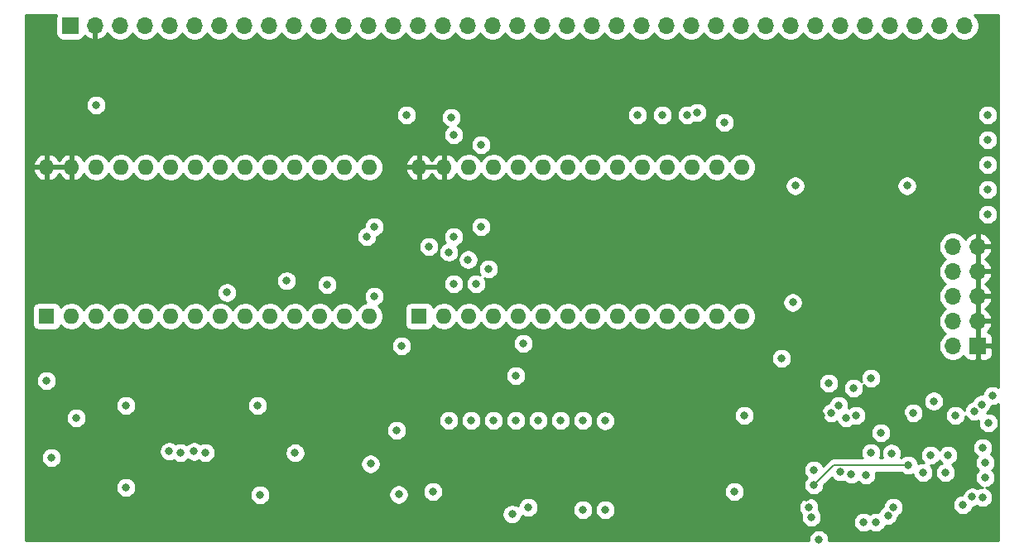
<source format=gbr>
%TF.GenerationSoftware,KiCad,Pcbnew,(5.1.10-1-10_14)*%
%TF.CreationDate,2021-12-06T09:48:52-05:00*%
%TF.ProjectId,control-unit-eeprom,636f6e74-726f-46c2-9d75-6e69742d6565,rev?*%
%TF.SameCoordinates,Original*%
%TF.FileFunction,Copper,L3,Inr*%
%TF.FilePolarity,Positive*%
%FSLAX46Y46*%
G04 Gerber Fmt 4.6, Leading zero omitted, Abs format (unit mm)*
G04 Created by KiCad (PCBNEW (5.1.10-1-10_14)) date 2021-12-06 09:48:52*
%MOMM*%
%LPD*%
G01*
G04 APERTURE LIST*
%TA.AperFunction,ComponentPad*%
%ADD10O,1.700000X1.700000*%
%TD*%
%TA.AperFunction,ComponentPad*%
%ADD11R,1.700000X1.700000*%
%TD*%
%TA.AperFunction,ComponentPad*%
%ADD12O,1.600000X1.600000*%
%TD*%
%TA.AperFunction,ComponentPad*%
%ADD13R,1.600000X1.600000*%
%TD*%
%TA.AperFunction,ViaPad*%
%ADD14C,0.800000*%
%TD*%
%TA.AperFunction,Conductor*%
%ADD15C,0.200000*%
%TD*%
%TA.AperFunction,Conductor*%
%ADD16C,0.254000*%
%TD*%
%TA.AperFunction,Conductor*%
%ADD17C,0.100000*%
%TD*%
G04 APERTURE END LIST*
D10*
%TO.N,MEM_DATA0*%
%TO.C,J2*%
X66956000Y-126492000D03*
%TO.N,MEM_DATA1*%
X64416000Y-126492000D03*
%TO.N,MEM_DATA2*%
X61876000Y-126492000D03*
%TO.N,MEM_DATA3*%
X59336000Y-126492000D03*
%TO.N,MEM_DATA4*%
X56796000Y-126492000D03*
%TO.N,MEM_DATA5*%
X54256000Y-126492000D03*
%TO.N,MEM_DATA6*%
X51716000Y-126492000D03*
%TO.N,MEM_DATA7*%
X49176000Y-126492000D03*
%TO.N,INTERRUPT_REQ_2_ST*%
X46636000Y-126492000D03*
%TO.N,INTERRUPT_REQ_1_ST*%
X44096000Y-126492000D03*
%TO.N,INTERRUPT_REQ_0_ST*%
X41556000Y-126492000D03*
%TO.N,!CLOCK*%
X39016000Y-126492000D03*
%TO.N,CLOCK*%
X36476000Y-126492000D03*
%TO.N,LOAD_INST*%
X33936000Y-126492000D03*
%TO.N,~RESET_OP*%
X31396000Y-126492000D03*
%TO.N,~STEP_ZERO*%
X28856000Y-126492000D03*
%TO.N,INTERRUPT_HANDLER_EN*%
X26316000Y-126492000D03*
%TO.N,EEPROM0*%
X23776000Y-126492000D03*
%TO.N,EEPROM1*%
X21236000Y-126492000D03*
%TO.N,EEPROM2*%
X18696000Y-126492000D03*
%TO.N,EEPROM3*%
X16156000Y-126492000D03*
%TO.N,EEPROM4*%
X13616000Y-126492000D03*
%TO.N,EEPROM5*%
X11076000Y-126492000D03*
%TO.N,EEPROM6*%
X8536000Y-126492000D03*
%TO.N,EEPROM7*%
X5996000Y-126492000D03*
%TO.N,EEPROM8*%
X3456000Y-126492000D03*
%TO.N,EEPROM9*%
X916000Y-126492000D03*
%TO.N,EEPROM10*%
X-1624000Y-126492000D03*
%TO.N,EEPROM11*%
X-4164000Y-126492000D03*
%TO.N,EEPROM12*%
X-6704000Y-126492000D03*
%TO.N,EEPROM13*%
X-9244000Y-126492000D03*
%TO.N,EEPROM14*%
X-11784000Y-126492000D03*
%TO.N,EEPROM15*%
X-14324000Y-126492000D03*
%TO.N,A13*%
X-16864000Y-126492000D03*
%TO.N,A14*%
X-19404000Y-126492000D03*
%TO.N,VCC*%
X-21944000Y-126492000D03*
D11*
%TO.N,GND*%
X-24484000Y-126492000D03*
%TD*%
D12*
%TO.N,VCC*%
%TO.C,U9*%
X-26924000Y-140970000D03*
%TO.N,GND*%
X6096000Y-156210000D03*
%TO.N,VCC*%
X-24384000Y-140970000D03*
%TO.N,EEPROM10*%
X3556000Y-156210000D03*
%TO.N,A13*%
X-21844000Y-140970000D03*
%TO.N,EEPROM9*%
X1016000Y-156210000D03*
%TO.N,INST3*%
X-19304000Y-140970000D03*
%TO.N,EEPROM8*%
X-1524000Y-156210000D03*
%TO.N,INST4*%
X-16764000Y-140970000D03*
%TO.N,STEP0*%
X-4064000Y-156210000D03*
%TO.N,INST6*%
X-14224000Y-140970000D03*
%TO.N,STEP1*%
X-6604000Y-156210000D03*
%TO.N,GND*%
X-11684000Y-140970000D03*
%TO.N,STEP2*%
X-9144000Y-156210000D03*
%TO.N,INST5*%
X-9144000Y-140970000D03*
%TO.N,STEP3*%
X-11684000Y-156210000D03*
%TO.N,GND*%
X-6604000Y-140970000D03*
%TO.N,STEP4*%
X-14224000Y-156210000D03*
%TO.N,EEPROM15*%
X-4064000Y-140970000D03*
%TO.N,INST0*%
X-16764000Y-156210000D03*
%TO.N,EEPROM14*%
X-1524000Y-140970000D03*
%TO.N,INST1*%
X-19304000Y-156210000D03*
%TO.N,EEPROM13*%
X1016000Y-140970000D03*
%TO.N,INST2*%
X-21844000Y-156210000D03*
%TO.N,EEPROM12*%
X3556000Y-140970000D03*
%TO.N,INST7*%
X-24384000Y-156210000D03*
%TO.N,EEPROM11*%
X6096000Y-140970000D03*
D13*
%TO.N,A14*%
X-26924000Y-156210000D03*
%TD*%
D12*
%TO.N,VCC*%
%TO.C,U8*%
X11176000Y-140970000D03*
%TO.N,GND*%
X44196000Y-156210000D03*
%TO.N,VCC*%
X13716000Y-140970000D03*
%TO.N,EEPROM2*%
X41656000Y-156210000D03*
%TO.N,A13*%
X16256000Y-140970000D03*
%TO.N,EEPROM1*%
X39116000Y-156210000D03*
%TO.N,INST3*%
X18796000Y-140970000D03*
%TO.N,EEPROM0*%
X36576000Y-156210000D03*
%TO.N,INST4*%
X21336000Y-140970000D03*
%TO.N,STEP0*%
X34036000Y-156210000D03*
%TO.N,INST6*%
X23876000Y-140970000D03*
%TO.N,STEP1*%
X31496000Y-156210000D03*
%TO.N,GND*%
X26416000Y-140970000D03*
%TO.N,STEP2*%
X28956000Y-156210000D03*
%TO.N,INST5*%
X28956000Y-140970000D03*
%TO.N,STEP3*%
X26416000Y-156210000D03*
%TO.N,GND*%
X31496000Y-140970000D03*
%TO.N,STEP4*%
X23876000Y-156210000D03*
%TO.N,EEPROM7*%
X34036000Y-140970000D03*
%TO.N,INST0*%
X21336000Y-156210000D03*
%TO.N,EEPROM6*%
X36576000Y-140970000D03*
%TO.N,INST1*%
X18796000Y-156210000D03*
%TO.N,EEPROM5*%
X39116000Y-140970000D03*
%TO.N,INST2*%
X16256000Y-156210000D03*
%TO.N,EEPROM4*%
X41656000Y-140970000D03*
%TO.N,INST7*%
X13716000Y-156210000D03*
%TO.N,EEPROM3*%
X44196000Y-140970000D03*
D13*
%TO.N,A14*%
X11176000Y-156210000D03*
%TD*%
D10*
%TO.N,SI7*%
%TO.C,J1*%
X65786000Y-149098000D03*
%TO.N,VCC*%
X68326000Y-149098000D03*
%TO.N,SI3*%
X65786000Y-151638000D03*
%TO.N,VCC*%
X68326000Y-151638000D03*
%TO.N,SI2*%
X65786000Y-154178000D03*
%TO.N,VCC*%
X68326000Y-154178000D03*
%TO.N,SI1*%
X65786000Y-156718000D03*
%TO.N,VCC*%
X68326000Y-156718000D03*
%TO.N,SI0*%
X65786000Y-159258000D03*
D11*
%TO.N,VCC*%
X68326000Y-159258000D03*
%TD*%
D14*
%TO.N,SI7*%
X68834000Y-174752000D03*
X59135294Y-176600060D03*
X67987265Y-165940893D03*
%TO.N,VCC*%
X52324000Y-166370000D03*
X50800000Y-174752000D03*
X60706000Y-166624000D03*
X-5080000Y-176022000D03*
X-2846000Y-174446000D03*
X-17220000Y-174446000D03*
X-13970000Y-165354000D03*
X-27686000Y-166624000D03*
X-254000Y-165354000D03*
X61087000Y-154305000D03*
%TO.N,SI3*%
X68834000Y-169672000D03*
X63500000Y-170434000D03*
X68703980Y-165243509D03*
%TO.N,SI2*%
X65278000Y-170434000D03*
X69403990Y-167132000D03*
%TO.N,SI1*%
X69088000Y-171196000D03*
X65024000Y-172212000D03*
X69850000Y-164338000D03*
%TO.N,SI0*%
X69088000Y-172720000D03*
X62738000Y-172212000D03*
%TO.N,GND*%
X12596500Y-174140500D03*
X43434020Y-174140500D03*
X57912000Y-177292000D03*
X53340000Y-166116000D03*
X44450000Y-166370000D03*
X61722000Y-166116000D03*
X69342000Y-145796000D03*
X69342000Y-143256000D03*
X69342000Y-140716000D03*
X69342000Y-138176000D03*
X69342000Y-135636000D03*
X59495054Y-170241990D03*
X14732000Y-137668000D03*
X-21844000Y-134620000D03*
X-18796000Y-173736000D03*
X-5080000Y-174498000D03*
X-18796000Y-165354000D03*
X-23876000Y-166624000D03*
X-26924000Y-162814000D03*
X-5334000Y-165354000D03*
X9092000Y-174446000D03*
X56896000Y-172466000D03*
X61087000Y-142875000D03*
X49657010Y-142874990D03*
X66802000Y-175514000D03*
%TO.N,INTERRUPT_HANDLER_EN*%
X51562000Y-173482000D03*
X61214000Y-171450000D03*
%TO.N,A14*%
X1778000Y-152992021D03*
%TO.N,Net-(U1-Pad3)*%
X48260000Y-160528000D03*
X49403000Y-154813000D03*
%TO.N,LOAD_INST*%
X39624000Y-135382000D03*
%TO.N,CLOCK*%
X42418000Y-136398000D03*
%TO.N,CIR0*%
X59689996Y-175768000D03*
X67754539Y-174701547D03*
%TO.N,CIR4*%
X57404000Y-162560000D03*
X51562000Y-171958000D03*
%TO.N,CIR5*%
X58420000Y-168148000D03*
X55391486Y-172404010D03*
%TO.N,CIR6*%
X55626000Y-163576000D03*
X55880000Y-166370000D03*
%TO.N,CIR7*%
X53086000Y-163068000D03*
X54102000Y-165354000D03*
%TO.N,STEP4*%
X14732000Y-152908000D03*
X-8473838Y-153787873D03*
%TO.N,Net-(U3-Pad10)*%
X6223000Y-171323000D03*
%TO.N,~RESET_OP*%
X8890000Y-167894000D03*
X-1510978Y-170193014D03*
%TO.N,!CLOCK*%
X22352000Y-175768000D03*
%TO.N,INST3*%
X23368000Y-166878000D03*
X63822929Y-164907990D03*
X21082000Y-162306000D03*
X5842000Y-148082000D03*
X14732000Y-148082000D03*
%TO.N,INST2*%
X25654000Y-166878000D03*
X66040000Y-166370000D03*
X14224000Y-149667990D03*
%TO.N,INST1*%
X27940000Y-176022000D03*
X27940000Y-166878000D03*
X16190268Y-150429990D03*
%TO.N,INST0*%
X30226000Y-176022000D03*
X30199768Y-166904232D03*
X18288000Y-151384000D03*
%TO.N,STEP0*%
X-14369500Y-170034500D03*
%TO.N,STEP1*%
X-13226500Y-170161500D03*
X-2365723Y-152592010D03*
%TO.N,STEP2*%
X-11842518Y-170047518D03*
X6604000Y-154178000D03*
%TO.N,STEP3*%
X-10686500Y-170161500D03*
X17018000Y-152908000D03*
%TO.N,INST7*%
X54864000Y-166624000D03*
X14224000Y-166878000D03*
X12192000Y-149097990D03*
%TO.N,INST6*%
X16510000Y-166878000D03*
X51308000Y-176784000D03*
X56642000Y-177292000D03*
X57404000Y-170180000D03*
X17526000Y-147066000D03*
X6604000Y-147066000D03*
%TO.N,INST5*%
X18796000Y-166878000D03*
X51054000Y-175768000D03*
X9906000Y-135636000D03*
X21844000Y-159004000D03*
%TO.N,INST4*%
X21082000Y-166878000D03*
X14478000Y-135890000D03*
X20697389Y-176468010D03*
X54272264Y-172150010D03*
X52070000Y-179092023D03*
%TO.N,EEPROM2*%
X33528000Y-135636000D03*
%TO.N,EEPROM1*%
X36068000Y-135636000D03*
%TO.N,EEPROM0*%
X38608000Y-135636000D03*
%TO.N,~STEP_ZERO*%
X17526000Y-138684000D03*
X9398000Y-159258000D03*
X-26416000Y-170688000D03*
%TD*%
D15*
%TO.N,INTERRUPT_HANDLER_EN*%
X51562000Y-173482000D02*
X53594000Y-171450000D01*
X53594000Y-171450000D02*
X61214000Y-171450000D01*
%TD*%
D16*
%TO.N,VCC*%
X-25923502Y-125397820D02*
X-25959812Y-125517518D01*
X-25972072Y-125642000D01*
X-25972072Y-127342000D01*
X-25959812Y-127466482D01*
X-25923502Y-127586180D01*
X-25864537Y-127696494D01*
X-25785185Y-127793185D01*
X-25688494Y-127872537D01*
X-25578180Y-127931502D01*
X-25458482Y-127967812D01*
X-25334000Y-127980072D01*
X-23634000Y-127980072D01*
X-23509518Y-127967812D01*
X-23389820Y-127931502D01*
X-23279506Y-127872537D01*
X-23182815Y-127793185D01*
X-23103463Y-127696494D01*
X-23044498Y-127586180D01*
X-23020034Y-127505534D01*
X-22944269Y-127589588D01*
X-22710920Y-127763641D01*
X-22448099Y-127888825D01*
X-22300890Y-127933476D01*
X-22071000Y-127812155D01*
X-22071000Y-126619000D01*
X-22091000Y-126619000D01*
X-22091000Y-126365000D01*
X-22071000Y-126365000D01*
X-22071000Y-126345000D01*
X-21817000Y-126345000D01*
X-21817000Y-126365000D01*
X-21797000Y-126365000D01*
X-21797000Y-126619000D01*
X-21817000Y-126619000D01*
X-21817000Y-127812155D01*
X-21587110Y-127933476D01*
X-21439901Y-127888825D01*
X-21177080Y-127763641D01*
X-20943731Y-127589588D01*
X-20748822Y-127373355D01*
X-20679195Y-127256466D01*
X-20557475Y-127438632D01*
X-20350632Y-127645475D01*
X-20107411Y-127807990D01*
X-19837158Y-127919932D01*
X-19550260Y-127977000D01*
X-19257740Y-127977000D01*
X-18970842Y-127919932D01*
X-18700589Y-127807990D01*
X-18457368Y-127645475D01*
X-18250525Y-127438632D01*
X-18134000Y-127264240D01*
X-18017475Y-127438632D01*
X-17810632Y-127645475D01*
X-17567411Y-127807990D01*
X-17297158Y-127919932D01*
X-17010260Y-127977000D01*
X-16717740Y-127977000D01*
X-16430842Y-127919932D01*
X-16160589Y-127807990D01*
X-15917368Y-127645475D01*
X-15710525Y-127438632D01*
X-15594000Y-127264240D01*
X-15477475Y-127438632D01*
X-15270632Y-127645475D01*
X-15027411Y-127807990D01*
X-14757158Y-127919932D01*
X-14470260Y-127977000D01*
X-14177740Y-127977000D01*
X-13890842Y-127919932D01*
X-13620589Y-127807990D01*
X-13377368Y-127645475D01*
X-13170525Y-127438632D01*
X-13054000Y-127264240D01*
X-12937475Y-127438632D01*
X-12730632Y-127645475D01*
X-12487411Y-127807990D01*
X-12217158Y-127919932D01*
X-11930260Y-127977000D01*
X-11637740Y-127977000D01*
X-11350842Y-127919932D01*
X-11080589Y-127807990D01*
X-10837368Y-127645475D01*
X-10630525Y-127438632D01*
X-10514000Y-127264240D01*
X-10397475Y-127438632D01*
X-10190632Y-127645475D01*
X-9947411Y-127807990D01*
X-9677158Y-127919932D01*
X-9390260Y-127977000D01*
X-9097740Y-127977000D01*
X-8810842Y-127919932D01*
X-8540589Y-127807990D01*
X-8297368Y-127645475D01*
X-8090525Y-127438632D01*
X-7974000Y-127264240D01*
X-7857475Y-127438632D01*
X-7650632Y-127645475D01*
X-7407411Y-127807990D01*
X-7137158Y-127919932D01*
X-6850260Y-127977000D01*
X-6557740Y-127977000D01*
X-6270842Y-127919932D01*
X-6000589Y-127807990D01*
X-5757368Y-127645475D01*
X-5550525Y-127438632D01*
X-5434000Y-127264240D01*
X-5317475Y-127438632D01*
X-5110632Y-127645475D01*
X-4867411Y-127807990D01*
X-4597158Y-127919932D01*
X-4310260Y-127977000D01*
X-4017740Y-127977000D01*
X-3730842Y-127919932D01*
X-3460589Y-127807990D01*
X-3217368Y-127645475D01*
X-3010525Y-127438632D01*
X-2894000Y-127264240D01*
X-2777475Y-127438632D01*
X-2570632Y-127645475D01*
X-2327411Y-127807990D01*
X-2057158Y-127919932D01*
X-1770260Y-127977000D01*
X-1477740Y-127977000D01*
X-1190842Y-127919932D01*
X-920589Y-127807990D01*
X-677368Y-127645475D01*
X-470525Y-127438632D01*
X-354000Y-127264240D01*
X-237475Y-127438632D01*
X-30632Y-127645475D01*
X212589Y-127807990D01*
X482842Y-127919932D01*
X769740Y-127977000D01*
X1062260Y-127977000D01*
X1349158Y-127919932D01*
X1619411Y-127807990D01*
X1862632Y-127645475D01*
X2069475Y-127438632D01*
X2186000Y-127264240D01*
X2302525Y-127438632D01*
X2509368Y-127645475D01*
X2752589Y-127807990D01*
X3022842Y-127919932D01*
X3309740Y-127977000D01*
X3602260Y-127977000D01*
X3889158Y-127919932D01*
X4159411Y-127807990D01*
X4402632Y-127645475D01*
X4609475Y-127438632D01*
X4726000Y-127264240D01*
X4842525Y-127438632D01*
X5049368Y-127645475D01*
X5292589Y-127807990D01*
X5562842Y-127919932D01*
X5849740Y-127977000D01*
X6142260Y-127977000D01*
X6429158Y-127919932D01*
X6699411Y-127807990D01*
X6942632Y-127645475D01*
X7149475Y-127438632D01*
X7266000Y-127264240D01*
X7382525Y-127438632D01*
X7589368Y-127645475D01*
X7832589Y-127807990D01*
X8102842Y-127919932D01*
X8389740Y-127977000D01*
X8682260Y-127977000D01*
X8969158Y-127919932D01*
X9239411Y-127807990D01*
X9482632Y-127645475D01*
X9689475Y-127438632D01*
X9806000Y-127264240D01*
X9922525Y-127438632D01*
X10129368Y-127645475D01*
X10372589Y-127807990D01*
X10642842Y-127919932D01*
X10929740Y-127977000D01*
X11222260Y-127977000D01*
X11509158Y-127919932D01*
X11779411Y-127807990D01*
X12022632Y-127645475D01*
X12229475Y-127438632D01*
X12346000Y-127264240D01*
X12462525Y-127438632D01*
X12669368Y-127645475D01*
X12912589Y-127807990D01*
X13182842Y-127919932D01*
X13469740Y-127977000D01*
X13762260Y-127977000D01*
X14049158Y-127919932D01*
X14319411Y-127807990D01*
X14562632Y-127645475D01*
X14769475Y-127438632D01*
X14886000Y-127264240D01*
X15002525Y-127438632D01*
X15209368Y-127645475D01*
X15452589Y-127807990D01*
X15722842Y-127919932D01*
X16009740Y-127977000D01*
X16302260Y-127977000D01*
X16589158Y-127919932D01*
X16859411Y-127807990D01*
X17102632Y-127645475D01*
X17309475Y-127438632D01*
X17426000Y-127264240D01*
X17542525Y-127438632D01*
X17749368Y-127645475D01*
X17992589Y-127807990D01*
X18262842Y-127919932D01*
X18549740Y-127977000D01*
X18842260Y-127977000D01*
X19129158Y-127919932D01*
X19399411Y-127807990D01*
X19642632Y-127645475D01*
X19849475Y-127438632D01*
X19966000Y-127264240D01*
X20082525Y-127438632D01*
X20289368Y-127645475D01*
X20532589Y-127807990D01*
X20802842Y-127919932D01*
X21089740Y-127977000D01*
X21382260Y-127977000D01*
X21669158Y-127919932D01*
X21939411Y-127807990D01*
X22182632Y-127645475D01*
X22389475Y-127438632D01*
X22506000Y-127264240D01*
X22622525Y-127438632D01*
X22829368Y-127645475D01*
X23072589Y-127807990D01*
X23342842Y-127919932D01*
X23629740Y-127977000D01*
X23922260Y-127977000D01*
X24209158Y-127919932D01*
X24479411Y-127807990D01*
X24722632Y-127645475D01*
X24929475Y-127438632D01*
X25046000Y-127264240D01*
X25162525Y-127438632D01*
X25369368Y-127645475D01*
X25612589Y-127807990D01*
X25882842Y-127919932D01*
X26169740Y-127977000D01*
X26462260Y-127977000D01*
X26749158Y-127919932D01*
X27019411Y-127807990D01*
X27262632Y-127645475D01*
X27469475Y-127438632D01*
X27586000Y-127264240D01*
X27702525Y-127438632D01*
X27909368Y-127645475D01*
X28152589Y-127807990D01*
X28422842Y-127919932D01*
X28709740Y-127977000D01*
X29002260Y-127977000D01*
X29289158Y-127919932D01*
X29559411Y-127807990D01*
X29802632Y-127645475D01*
X30009475Y-127438632D01*
X30126000Y-127264240D01*
X30242525Y-127438632D01*
X30449368Y-127645475D01*
X30692589Y-127807990D01*
X30962842Y-127919932D01*
X31249740Y-127977000D01*
X31542260Y-127977000D01*
X31829158Y-127919932D01*
X32099411Y-127807990D01*
X32342632Y-127645475D01*
X32549475Y-127438632D01*
X32666000Y-127264240D01*
X32782525Y-127438632D01*
X32989368Y-127645475D01*
X33232589Y-127807990D01*
X33502842Y-127919932D01*
X33789740Y-127977000D01*
X34082260Y-127977000D01*
X34369158Y-127919932D01*
X34639411Y-127807990D01*
X34882632Y-127645475D01*
X35089475Y-127438632D01*
X35206000Y-127264240D01*
X35322525Y-127438632D01*
X35529368Y-127645475D01*
X35772589Y-127807990D01*
X36042842Y-127919932D01*
X36329740Y-127977000D01*
X36622260Y-127977000D01*
X36909158Y-127919932D01*
X37179411Y-127807990D01*
X37422632Y-127645475D01*
X37629475Y-127438632D01*
X37746000Y-127264240D01*
X37862525Y-127438632D01*
X38069368Y-127645475D01*
X38312589Y-127807990D01*
X38582842Y-127919932D01*
X38869740Y-127977000D01*
X39162260Y-127977000D01*
X39449158Y-127919932D01*
X39719411Y-127807990D01*
X39962632Y-127645475D01*
X40169475Y-127438632D01*
X40286000Y-127264240D01*
X40402525Y-127438632D01*
X40609368Y-127645475D01*
X40852589Y-127807990D01*
X41122842Y-127919932D01*
X41409740Y-127977000D01*
X41702260Y-127977000D01*
X41989158Y-127919932D01*
X42259411Y-127807990D01*
X42502632Y-127645475D01*
X42709475Y-127438632D01*
X42826000Y-127264240D01*
X42942525Y-127438632D01*
X43149368Y-127645475D01*
X43392589Y-127807990D01*
X43662842Y-127919932D01*
X43949740Y-127977000D01*
X44242260Y-127977000D01*
X44529158Y-127919932D01*
X44799411Y-127807990D01*
X45042632Y-127645475D01*
X45249475Y-127438632D01*
X45366000Y-127264240D01*
X45482525Y-127438632D01*
X45689368Y-127645475D01*
X45932589Y-127807990D01*
X46202842Y-127919932D01*
X46489740Y-127977000D01*
X46782260Y-127977000D01*
X47069158Y-127919932D01*
X47339411Y-127807990D01*
X47582632Y-127645475D01*
X47789475Y-127438632D01*
X47906000Y-127264240D01*
X48022525Y-127438632D01*
X48229368Y-127645475D01*
X48472589Y-127807990D01*
X48742842Y-127919932D01*
X49029740Y-127977000D01*
X49322260Y-127977000D01*
X49609158Y-127919932D01*
X49879411Y-127807990D01*
X50122632Y-127645475D01*
X50329475Y-127438632D01*
X50446000Y-127264240D01*
X50562525Y-127438632D01*
X50769368Y-127645475D01*
X51012589Y-127807990D01*
X51282842Y-127919932D01*
X51569740Y-127977000D01*
X51862260Y-127977000D01*
X52149158Y-127919932D01*
X52419411Y-127807990D01*
X52662632Y-127645475D01*
X52869475Y-127438632D01*
X52986000Y-127264240D01*
X53102525Y-127438632D01*
X53309368Y-127645475D01*
X53552589Y-127807990D01*
X53822842Y-127919932D01*
X54109740Y-127977000D01*
X54402260Y-127977000D01*
X54689158Y-127919932D01*
X54959411Y-127807990D01*
X55202632Y-127645475D01*
X55409475Y-127438632D01*
X55526000Y-127264240D01*
X55642525Y-127438632D01*
X55849368Y-127645475D01*
X56092589Y-127807990D01*
X56362842Y-127919932D01*
X56649740Y-127977000D01*
X56942260Y-127977000D01*
X57229158Y-127919932D01*
X57499411Y-127807990D01*
X57742632Y-127645475D01*
X57949475Y-127438632D01*
X58066000Y-127264240D01*
X58182525Y-127438632D01*
X58389368Y-127645475D01*
X58632589Y-127807990D01*
X58902842Y-127919932D01*
X59189740Y-127977000D01*
X59482260Y-127977000D01*
X59769158Y-127919932D01*
X60039411Y-127807990D01*
X60282632Y-127645475D01*
X60489475Y-127438632D01*
X60606000Y-127264240D01*
X60722525Y-127438632D01*
X60929368Y-127645475D01*
X61172589Y-127807990D01*
X61442842Y-127919932D01*
X61729740Y-127977000D01*
X62022260Y-127977000D01*
X62309158Y-127919932D01*
X62579411Y-127807990D01*
X62822632Y-127645475D01*
X63029475Y-127438632D01*
X63146000Y-127264240D01*
X63262525Y-127438632D01*
X63469368Y-127645475D01*
X63712589Y-127807990D01*
X63982842Y-127919932D01*
X64269740Y-127977000D01*
X64562260Y-127977000D01*
X64849158Y-127919932D01*
X65119411Y-127807990D01*
X65362632Y-127645475D01*
X65569475Y-127438632D01*
X65686000Y-127264240D01*
X65802525Y-127438632D01*
X66009368Y-127645475D01*
X66252589Y-127807990D01*
X66522842Y-127919932D01*
X66809740Y-127977000D01*
X67102260Y-127977000D01*
X67389158Y-127919932D01*
X67659411Y-127807990D01*
X67902632Y-127645475D01*
X68109475Y-127438632D01*
X68271990Y-127195411D01*
X68383932Y-126925158D01*
X68441000Y-126638260D01*
X68441000Y-126345740D01*
X68383932Y-126058842D01*
X68271990Y-125788589D01*
X68109475Y-125545368D01*
X67938107Y-125374000D01*
X70460001Y-125374000D01*
X70460000Y-163500805D01*
X70340256Y-163420795D01*
X70151898Y-163342774D01*
X69951939Y-163303000D01*
X69748061Y-163303000D01*
X69548102Y-163342774D01*
X69359744Y-163420795D01*
X69190226Y-163534063D01*
X69046063Y-163678226D01*
X68932795Y-163847744D01*
X68854774Y-164036102D01*
X68819926Y-164211295D01*
X68805919Y-164208509D01*
X68602041Y-164208509D01*
X68402082Y-164248283D01*
X68213724Y-164326304D01*
X68044206Y-164439572D01*
X67900043Y-164583735D01*
X67786775Y-164753253D01*
X67709023Y-164940962D01*
X67685367Y-164945667D01*
X67497009Y-165023688D01*
X67327491Y-165136956D01*
X67183328Y-165281119D01*
X67070060Y-165450637D01*
X66992039Y-165638995D01*
X66952265Y-165838954D01*
X66952265Y-165872351D01*
X66843937Y-165710226D01*
X66699774Y-165566063D01*
X66530256Y-165452795D01*
X66341898Y-165374774D01*
X66141939Y-165335000D01*
X65938061Y-165335000D01*
X65738102Y-165374774D01*
X65549744Y-165452795D01*
X65380226Y-165566063D01*
X65236063Y-165710226D01*
X65122795Y-165879744D01*
X65044774Y-166068102D01*
X65005000Y-166268061D01*
X65005000Y-166471939D01*
X65044774Y-166671898D01*
X65122795Y-166860256D01*
X65236063Y-167029774D01*
X65380226Y-167173937D01*
X65549744Y-167287205D01*
X65738102Y-167365226D01*
X65938061Y-167405000D01*
X66141939Y-167405000D01*
X66341898Y-167365226D01*
X66530256Y-167287205D01*
X66699774Y-167173937D01*
X66843937Y-167029774D01*
X66957205Y-166860256D01*
X67035226Y-166671898D01*
X67075000Y-166471939D01*
X67075000Y-166438542D01*
X67183328Y-166600667D01*
X67327491Y-166744830D01*
X67497009Y-166858098D01*
X67685367Y-166936119D01*
X67885326Y-166975893D01*
X68089204Y-166975893D01*
X68289163Y-166936119D01*
X68396522Y-166891649D01*
X68368990Y-167030061D01*
X68368990Y-167233939D01*
X68408764Y-167433898D01*
X68486785Y-167622256D01*
X68600053Y-167791774D01*
X68744216Y-167935937D01*
X68913734Y-168049205D01*
X69102092Y-168127226D01*
X69302051Y-168167000D01*
X69505929Y-168167000D01*
X69705888Y-168127226D01*
X69894246Y-168049205D01*
X70063764Y-167935937D01*
X70207927Y-167791774D01*
X70321195Y-167622256D01*
X70399216Y-167433898D01*
X70438990Y-167233939D01*
X70438990Y-167030061D01*
X70399216Y-166830102D01*
X70321195Y-166641744D01*
X70207927Y-166472226D01*
X70063764Y-166328063D01*
X69894246Y-166214795D01*
X69705888Y-166136774D01*
X69505929Y-166097000D01*
X69302051Y-166097000D01*
X69284309Y-166100529D01*
X69363754Y-166047446D01*
X69507917Y-165903283D01*
X69621185Y-165733765D01*
X69699206Y-165545407D01*
X69734054Y-165370214D01*
X69748061Y-165373000D01*
X69951939Y-165373000D01*
X70151898Y-165333226D01*
X70340256Y-165255205D01*
X70460000Y-165175195D01*
X70460000Y-179172000D01*
X53105000Y-179172000D01*
X53105000Y-178990084D01*
X53065226Y-178790125D01*
X52987205Y-178601767D01*
X52873937Y-178432249D01*
X52729774Y-178288086D01*
X52560256Y-178174818D01*
X52371898Y-178096797D01*
X52171939Y-178057023D01*
X51968061Y-178057023D01*
X51768102Y-178096797D01*
X51579744Y-178174818D01*
X51410226Y-178288086D01*
X51266063Y-178432249D01*
X51152795Y-178601767D01*
X51074774Y-178790125D01*
X51035000Y-178990084D01*
X51035000Y-179172000D01*
X-29058000Y-179172000D01*
X-29058000Y-176366071D01*
X19662389Y-176366071D01*
X19662389Y-176569949D01*
X19702163Y-176769908D01*
X19780184Y-176958266D01*
X19893452Y-177127784D01*
X20037615Y-177271947D01*
X20207133Y-177385215D01*
X20395491Y-177463236D01*
X20595450Y-177503010D01*
X20799328Y-177503010D01*
X20999287Y-177463236D01*
X21187645Y-177385215D01*
X21357163Y-177271947D01*
X21501326Y-177127784D01*
X21614594Y-176958266D01*
X21692615Y-176769908D01*
X21727328Y-176595391D01*
X21861744Y-176685205D01*
X22050102Y-176763226D01*
X22250061Y-176803000D01*
X22453939Y-176803000D01*
X22653898Y-176763226D01*
X22842256Y-176685205D01*
X23011774Y-176571937D01*
X23155937Y-176427774D01*
X23269205Y-176258256D01*
X23347226Y-176069898D01*
X23377030Y-175920061D01*
X26905000Y-175920061D01*
X26905000Y-176123939D01*
X26944774Y-176323898D01*
X27022795Y-176512256D01*
X27136063Y-176681774D01*
X27280226Y-176825937D01*
X27449744Y-176939205D01*
X27638102Y-177017226D01*
X27838061Y-177057000D01*
X28041939Y-177057000D01*
X28241898Y-177017226D01*
X28430256Y-176939205D01*
X28599774Y-176825937D01*
X28743937Y-176681774D01*
X28857205Y-176512256D01*
X28935226Y-176323898D01*
X28975000Y-176123939D01*
X28975000Y-175920061D01*
X29191000Y-175920061D01*
X29191000Y-176123939D01*
X29230774Y-176323898D01*
X29308795Y-176512256D01*
X29422063Y-176681774D01*
X29566226Y-176825937D01*
X29735744Y-176939205D01*
X29924102Y-177017226D01*
X30124061Y-177057000D01*
X30327939Y-177057000D01*
X30527898Y-177017226D01*
X30716256Y-176939205D01*
X30885774Y-176825937D01*
X31029937Y-176681774D01*
X31143205Y-176512256D01*
X31221226Y-176323898D01*
X31261000Y-176123939D01*
X31261000Y-175920061D01*
X31221226Y-175720102D01*
X31198842Y-175666061D01*
X50019000Y-175666061D01*
X50019000Y-175869939D01*
X50058774Y-176069898D01*
X50136795Y-176258256D01*
X50250063Y-176427774D01*
X50311383Y-176489094D01*
X50273000Y-176682061D01*
X50273000Y-176885939D01*
X50312774Y-177085898D01*
X50390795Y-177274256D01*
X50504063Y-177443774D01*
X50648226Y-177587937D01*
X50817744Y-177701205D01*
X51006102Y-177779226D01*
X51206061Y-177819000D01*
X51409939Y-177819000D01*
X51609898Y-177779226D01*
X51798256Y-177701205D01*
X51967774Y-177587937D01*
X52111937Y-177443774D01*
X52225205Y-177274256D01*
X52260079Y-177190061D01*
X55607000Y-177190061D01*
X55607000Y-177393939D01*
X55646774Y-177593898D01*
X55724795Y-177782256D01*
X55838063Y-177951774D01*
X55982226Y-178095937D01*
X56151744Y-178209205D01*
X56340102Y-178287226D01*
X56540061Y-178327000D01*
X56743939Y-178327000D01*
X56943898Y-178287226D01*
X57132256Y-178209205D01*
X57277000Y-178112490D01*
X57421744Y-178209205D01*
X57610102Y-178287226D01*
X57810061Y-178327000D01*
X58013939Y-178327000D01*
X58213898Y-178287226D01*
X58402256Y-178209205D01*
X58571774Y-178095937D01*
X58715937Y-177951774D01*
X58829205Y-177782256D01*
X58901075Y-177608748D01*
X59033355Y-177635060D01*
X59237233Y-177635060D01*
X59437192Y-177595286D01*
X59625550Y-177517265D01*
X59795068Y-177403997D01*
X59939231Y-177259834D01*
X60052499Y-177090316D01*
X60130520Y-176901958D01*
X60170294Y-176701999D01*
X60170294Y-176689330D01*
X60180252Y-176685205D01*
X60349770Y-176571937D01*
X60493933Y-176427774D01*
X60607201Y-176258256D01*
X60685222Y-176069898D01*
X60724996Y-175869939D01*
X60724996Y-175666061D01*
X60685222Y-175466102D01*
X60662838Y-175412061D01*
X65767000Y-175412061D01*
X65767000Y-175615939D01*
X65806774Y-175815898D01*
X65884795Y-176004256D01*
X65998063Y-176173774D01*
X66142226Y-176317937D01*
X66311744Y-176431205D01*
X66500102Y-176509226D01*
X66700061Y-176549000D01*
X66903939Y-176549000D01*
X67103898Y-176509226D01*
X67292256Y-176431205D01*
X67461774Y-176317937D01*
X67605937Y-176173774D01*
X67719205Y-176004256D01*
X67797226Y-175815898D01*
X67813010Y-175736547D01*
X67856478Y-175736547D01*
X68056437Y-175696773D01*
X68244795Y-175618752D01*
X68256515Y-175610921D01*
X68343744Y-175669205D01*
X68532102Y-175747226D01*
X68732061Y-175787000D01*
X68935939Y-175787000D01*
X69135898Y-175747226D01*
X69324256Y-175669205D01*
X69493774Y-175555937D01*
X69637937Y-175411774D01*
X69751205Y-175242256D01*
X69829226Y-175053898D01*
X69869000Y-174853939D01*
X69869000Y-174650061D01*
X69829226Y-174450102D01*
X69751205Y-174261744D01*
X69637937Y-174092226D01*
X69493774Y-173948063D01*
X69324256Y-173834795D01*
X69135898Y-173756774D01*
X69126979Y-173755000D01*
X69189939Y-173755000D01*
X69389898Y-173715226D01*
X69578256Y-173637205D01*
X69747774Y-173523937D01*
X69891937Y-173379774D01*
X70005205Y-173210256D01*
X70083226Y-173021898D01*
X70123000Y-172821939D01*
X70123000Y-172618061D01*
X70083226Y-172418102D01*
X70005205Y-172229744D01*
X69891937Y-172060226D01*
X69789711Y-171958000D01*
X69891937Y-171855774D01*
X70005205Y-171686256D01*
X70083226Y-171497898D01*
X70123000Y-171297939D01*
X70123000Y-171094061D01*
X70083226Y-170894102D01*
X70005205Y-170705744D01*
X69891937Y-170536226D01*
X69747774Y-170392063D01*
X69643989Y-170322716D01*
X69751205Y-170162256D01*
X69829226Y-169973898D01*
X69869000Y-169773939D01*
X69869000Y-169570061D01*
X69829226Y-169370102D01*
X69751205Y-169181744D01*
X69637937Y-169012226D01*
X69493774Y-168868063D01*
X69324256Y-168754795D01*
X69135898Y-168676774D01*
X68935939Y-168637000D01*
X68732061Y-168637000D01*
X68532102Y-168676774D01*
X68343744Y-168754795D01*
X68174226Y-168868063D01*
X68030063Y-169012226D01*
X67916795Y-169181744D01*
X67838774Y-169370102D01*
X67799000Y-169570061D01*
X67799000Y-169773939D01*
X67838774Y-169973898D01*
X67916795Y-170162256D01*
X68030063Y-170331774D01*
X68174226Y-170475937D01*
X68278011Y-170545284D01*
X68170795Y-170705744D01*
X68092774Y-170894102D01*
X68053000Y-171094061D01*
X68053000Y-171297939D01*
X68092774Y-171497898D01*
X68170795Y-171686256D01*
X68284063Y-171855774D01*
X68386289Y-171958000D01*
X68284063Y-172060226D01*
X68170795Y-172229744D01*
X68092774Y-172418102D01*
X68053000Y-172618061D01*
X68053000Y-172821939D01*
X68092774Y-173021898D01*
X68170795Y-173210256D01*
X68284063Y-173379774D01*
X68428226Y-173523937D01*
X68597744Y-173637205D01*
X68786102Y-173715226D01*
X68795021Y-173717000D01*
X68732061Y-173717000D01*
X68532102Y-173756774D01*
X68343744Y-173834795D01*
X68332024Y-173842626D01*
X68244795Y-173784342D01*
X68056437Y-173706321D01*
X67856478Y-173666547D01*
X67652600Y-173666547D01*
X67452641Y-173706321D01*
X67264283Y-173784342D01*
X67094765Y-173897610D01*
X66950602Y-174041773D01*
X66837334Y-174211291D01*
X66759313Y-174399649D01*
X66743529Y-174479000D01*
X66700061Y-174479000D01*
X66500102Y-174518774D01*
X66311744Y-174596795D01*
X66142226Y-174710063D01*
X65998063Y-174854226D01*
X65884795Y-175023744D01*
X65806774Y-175212102D01*
X65767000Y-175412061D01*
X60662838Y-175412061D01*
X60607201Y-175277744D01*
X60493933Y-175108226D01*
X60349770Y-174964063D01*
X60180252Y-174850795D01*
X59991894Y-174772774D01*
X59791935Y-174733000D01*
X59588057Y-174733000D01*
X59388098Y-174772774D01*
X59199740Y-174850795D01*
X59030222Y-174964063D01*
X58886059Y-175108226D01*
X58772791Y-175277744D01*
X58694770Y-175466102D01*
X58654996Y-175666061D01*
X58654996Y-175678730D01*
X58645038Y-175682855D01*
X58475520Y-175796123D01*
X58331357Y-175940286D01*
X58218089Y-176109804D01*
X58146219Y-176283312D01*
X58013939Y-176257000D01*
X57810061Y-176257000D01*
X57610102Y-176296774D01*
X57421744Y-176374795D01*
X57277000Y-176471510D01*
X57132256Y-176374795D01*
X56943898Y-176296774D01*
X56743939Y-176257000D01*
X56540061Y-176257000D01*
X56340102Y-176296774D01*
X56151744Y-176374795D01*
X55982226Y-176488063D01*
X55838063Y-176632226D01*
X55724795Y-176801744D01*
X55646774Y-176990102D01*
X55607000Y-177190061D01*
X52260079Y-177190061D01*
X52303226Y-177085898D01*
X52343000Y-176885939D01*
X52343000Y-176682061D01*
X52303226Y-176482102D01*
X52225205Y-176293744D01*
X52111937Y-176124226D01*
X52050617Y-176062906D01*
X52089000Y-175869939D01*
X52089000Y-175666061D01*
X52049226Y-175466102D01*
X51971205Y-175277744D01*
X51857937Y-175108226D01*
X51713774Y-174964063D01*
X51544256Y-174850795D01*
X51355898Y-174772774D01*
X51155939Y-174733000D01*
X50952061Y-174733000D01*
X50752102Y-174772774D01*
X50563744Y-174850795D01*
X50394226Y-174964063D01*
X50250063Y-175108226D01*
X50136795Y-175277744D01*
X50058774Y-175466102D01*
X50019000Y-175666061D01*
X31198842Y-175666061D01*
X31143205Y-175531744D01*
X31029937Y-175362226D01*
X30885774Y-175218063D01*
X30716256Y-175104795D01*
X30527898Y-175026774D01*
X30327939Y-174987000D01*
X30124061Y-174987000D01*
X29924102Y-175026774D01*
X29735744Y-175104795D01*
X29566226Y-175218063D01*
X29422063Y-175362226D01*
X29308795Y-175531744D01*
X29230774Y-175720102D01*
X29191000Y-175920061D01*
X28975000Y-175920061D01*
X28935226Y-175720102D01*
X28857205Y-175531744D01*
X28743937Y-175362226D01*
X28599774Y-175218063D01*
X28430256Y-175104795D01*
X28241898Y-175026774D01*
X28041939Y-174987000D01*
X27838061Y-174987000D01*
X27638102Y-175026774D01*
X27449744Y-175104795D01*
X27280226Y-175218063D01*
X27136063Y-175362226D01*
X27022795Y-175531744D01*
X26944774Y-175720102D01*
X26905000Y-175920061D01*
X23377030Y-175920061D01*
X23387000Y-175869939D01*
X23387000Y-175666061D01*
X23347226Y-175466102D01*
X23269205Y-175277744D01*
X23155937Y-175108226D01*
X23011774Y-174964063D01*
X22842256Y-174850795D01*
X22653898Y-174772774D01*
X22453939Y-174733000D01*
X22250061Y-174733000D01*
X22050102Y-174772774D01*
X21861744Y-174850795D01*
X21692226Y-174964063D01*
X21548063Y-175108226D01*
X21434795Y-175277744D01*
X21356774Y-175466102D01*
X21322061Y-175640619D01*
X21187645Y-175550805D01*
X20999287Y-175472784D01*
X20799328Y-175433010D01*
X20595450Y-175433010D01*
X20395491Y-175472784D01*
X20207133Y-175550805D01*
X20037615Y-175664073D01*
X19893452Y-175808236D01*
X19780184Y-175977754D01*
X19702163Y-176166112D01*
X19662389Y-176366071D01*
X-29058000Y-176366071D01*
X-29058000Y-173634061D01*
X-19831000Y-173634061D01*
X-19831000Y-173837939D01*
X-19791226Y-174037898D01*
X-19713205Y-174226256D01*
X-19599937Y-174395774D01*
X-19455774Y-174539937D01*
X-19286256Y-174653205D01*
X-19097898Y-174731226D01*
X-18897939Y-174771000D01*
X-18694061Y-174771000D01*
X-18494102Y-174731226D01*
X-18305744Y-174653205D01*
X-18136226Y-174539937D01*
X-17992350Y-174396061D01*
X-6115000Y-174396061D01*
X-6115000Y-174599939D01*
X-6075226Y-174799898D01*
X-5997205Y-174988256D01*
X-5883937Y-175157774D01*
X-5739774Y-175301937D01*
X-5570256Y-175415205D01*
X-5381898Y-175493226D01*
X-5181939Y-175533000D01*
X-4978061Y-175533000D01*
X-4778102Y-175493226D01*
X-4589744Y-175415205D01*
X-4420226Y-175301937D01*
X-4276063Y-175157774D01*
X-4162795Y-174988256D01*
X-4084774Y-174799898D01*
X-4045000Y-174599939D01*
X-4045000Y-174396061D01*
X-4055343Y-174344061D01*
X8057000Y-174344061D01*
X8057000Y-174547939D01*
X8096774Y-174747898D01*
X8174795Y-174936256D01*
X8288063Y-175105774D01*
X8432226Y-175249937D01*
X8601744Y-175363205D01*
X8790102Y-175441226D01*
X8990061Y-175481000D01*
X9193939Y-175481000D01*
X9393898Y-175441226D01*
X9582256Y-175363205D01*
X9751774Y-175249937D01*
X9895937Y-175105774D01*
X10009205Y-174936256D01*
X10087226Y-174747898D01*
X10127000Y-174547939D01*
X10127000Y-174344061D01*
X10087226Y-174144102D01*
X10043510Y-174038561D01*
X11561500Y-174038561D01*
X11561500Y-174242439D01*
X11601274Y-174442398D01*
X11679295Y-174630756D01*
X11792563Y-174800274D01*
X11936726Y-174944437D01*
X12106244Y-175057705D01*
X12294602Y-175135726D01*
X12494561Y-175175500D01*
X12698439Y-175175500D01*
X12898398Y-175135726D01*
X13086756Y-175057705D01*
X13256274Y-174944437D01*
X13400437Y-174800274D01*
X13513705Y-174630756D01*
X13591726Y-174442398D01*
X13631500Y-174242439D01*
X13631500Y-174038561D01*
X42399020Y-174038561D01*
X42399020Y-174242439D01*
X42438794Y-174442398D01*
X42516815Y-174630756D01*
X42630083Y-174800274D01*
X42774246Y-174944437D01*
X42943764Y-175057705D01*
X43132122Y-175135726D01*
X43332081Y-175175500D01*
X43535959Y-175175500D01*
X43735918Y-175135726D01*
X43924276Y-175057705D01*
X44093794Y-174944437D01*
X44237957Y-174800274D01*
X44351225Y-174630756D01*
X44429246Y-174442398D01*
X44469020Y-174242439D01*
X44469020Y-174038561D01*
X44429246Y-173838602D01*
X44351225Y-173650244D01*
X44237957Y-173480726D01*
X44093794Y-173336563D01*
X43924276Y-173223295D01*
X43735918Y-173145274D01*
X43535959Y-173105500D01*
X43332081Y-173105500D01*
X43132122Y-173145274D01*
X42943764Y-173223295D01*
X42774246Y-173336563D01*
X42630083Y-173480726D01*
X42516815Y-173650244D01*
X42438794Y-173838602D01*
X42399020Y-174038561D01*
X13631500Y-174038561D01*
X13591726Y-173838602D01*
X13513705Y-173650244D01*
X13400437Y-173480726D01*
X13256274Y-173336563D01*
X13086756Y-173223295D01*
X12898398Y-173145274D01*
X12698439Y-173105500D01*
X12494561Y-173105500D01*
X12294602Y-173145274D01*
X12106244Y-173223295D01*
X11936726Y-173336563D01*
X11792563Y-173480726D01*
X11679295Y-173650244D01*
X11601274Y-173838602D01*
X11561500Y-174038561D01*
X10043510Y-174038561D01*
X10009205Y-173955744D01*
X9895937Y-173786226D01*
X9751774Y-173642063D01*
X9582256Y-173528795D01*
X9393898Y-173450774D01*
X9193939Y-173411000D01*
X8990061Y-173411000D01*
X8790102Y-173450774D01*
X8601744Y-173528795D01*
X8432226Y-173642063D01*
X8288063Y-173786226D01*
X8174795Y-173955744D01*
X8096774Y-174144102D01*
X8057000Y-174344061D01*
X-4055343Y-174344061D01*
X-4084774Y-174196102D01*
X-4162795Y-174007744D01*
X-4276063Y-173838226D01*
X-4420226Y-173694063D01*
X-4589744Y-173580795D01*
X-4778102Y-173502774D01*
X-4978061Y-173463000D01*
X-5181939Y-173463000D01*
X-5381898Y-173502774D01*
X-5570256Y-173580795D01*
X-5739774Y-173694063D01*
X-5883937Y-173838226D01*
X-5997205Y-174007744D01*
X-6075226Y-174196102D01*
X-6115000Y-174396061D01*
X-17992350Y-174396061D01*
X-17992063Y-174395774D01*
X-17878795Y-174226256D01*
X-17800774Y-174037898D01*
X-17761000Y-173837939D01*
X-17761000Y-173634061D01*
X-17800774Y-173434102D01*
X-17878795Y-173245744D01*
X-17992063Y-173076226D01*
X-18136226Y-172932063D01*
X-18305744Y-172818795D01*
X-18494102Y-172740774D01*
X-18694061Y-172701000D01*
X-18897939Y-172701000D01*
X-19097898Y-172740774D01*
X-19286256Y-172818795D01*
X-19455774Y-172932063D01*
X-19599937Y-173076226D01*
X-19713205Y-173245744D01*
X-19791226Y-173434102D01*
X-19831000Y-173634061D01*
X-29058000Y-173634061D01*
X-29058000Y-170586061D01*
X-27451000Y-170586061D01*
X-27451000Y-170789939D01*
X-27411226Y-170989898D01*
X-27333205Y-171178256D01*
X-27219937Y-171347774D01*
X-27075774Y-171491937D01*
X-26906256Y-171605205D01*
X-26717898Y-171683226D01*
X-26517939Y-171723000D01*
X-26314061Y-171723000D01*
X-26114102Y-171683226D01*
X-25925744Y-171605205D01*
X-25756226Y-171491937D01*
X-25612063Y-171347774D01*
X-25498795Y-171178256D01*
X-25420774Y-170989898D01*
X-25381000Y-170789939D01*
X-25381000Y-170586061D01*
X-25420774Y-170386102D01*
X-25498795Y-170197744D01*
X-25612063Y-170028226D01*
X-25707728Y-169932561D01*
X-15404500Y-169932561D01*
X-15404500Y-170136439D01*
X-15364726Y-170336398D01*
X-15286705Y-170524756D01*
X-15173437Y-170694274D01*
X-15029274Y-170838437D01*
X-14859756Y-170951705D01*
X-14671398Y-171029726D01*
X-14471439Y-171069500D01*
X-14267561Y-171069500D01*
X-14067602Y-171029726D01*
X-13893925Y-170957786D01*
X-13886274Y-170965437D01*
X-13716756Y-171078705D01*
X-13528398Y-171156726D01*
X-13328439Y-171196500D01*
X-13124561Y-171196500D01*
X-12924602Y-171156726D01*
X-12736244Y-171078705D01*
X-12566726Y-170965437D01*
X-12472590Y-170871301D01*
X-12332774Y-170964723D01*
X-12144416Y-171042744D01*
X-11944457Y-171082518D01*
X-11740579Y-171082518D01*
X-11540620Y-171042744D01*
X-11352262Y-170964723D01*
X-11349100Y-170962611D01*
X-11346274Y-170965437D01*
X-11176756Y-171078705D01*
X-10988398Y-171156726D01*
X-10788439Y-171196500D01*
X-10584561Y-171196500D01*
X-10384602Y-171156726D01*
X-10196244Y-171078705D01*
X-10026726Y-170965437D01*
X-9882563Y-170821274D01*
X-9769295Y-170651756D01*
X-9691274Y-170463398D01*
X-9651500Y-170263439D01*
X-9651500Y-170091075D01*
X-2545978Y-170091075D01*
X-2545978Y-170294953D01*
X-2506204Y-170494912D01*
X-2428183Y-170683270D01*
X-2314915Y-170852788D01*
X-2170752Y-170996951D01*
X-2001234Y-171110219D01*
X-1812876Y-171188240D01*
X-1612917Y-171228014D01*
X-1409039Y-171228014D01*
X-1374084Y-171221061D01*
X5188000Y-171221061D01*
X5188000Y-171424939D01*
X5227774Y-171624898D01*
X5305795Y-171813256D01*
X5419063Y-171982774D01*
X5563226Y-172126937D01*
X5732744Y-172240205D01*
X5921102Y-172318226D01*
X6121061Y-172358000D01*
X6324939Y-172358000D01*
X6524898Y-172318226D01*
X6713256Y-172240205D01*
X6882774Y-172126937D01*
X7026937Y-171982774D01*
X7111603Y-171856061D01*
X50527000Y-171856061D01*
X50527000Y-172059939D01*
X50566774Y-172259898D01*
X50644795Y-172448256D01*
X50758063Y-172617774D01*
X50860289Y-172720000D01*
X50758063Y-172822226D01*
X50644795Y-172991744D01*
X50566774Y-173180102D01*
X50527000Y-173380061D01*
X50527000Y-173583939D01*
X50566774Y-173783898D01*
X50644795Y-173972256D01*
X50758063Y-174141774D01*
X50902226Y-174285937D01*
X51071744Y-174399205D01*
X51260102Y-174477226D01*
X51460061Y-174517000D01*
X51663939Y-174517000D01*
X51863898Y-174477226D01*
X52052256Y-174399205D01*
X52221774Y-174285937D01*
X52365937Y-174141774D01*
X52479205Y-173972256D01*
X52557226Y-173783898D01*
X52597000Y-173583939D01*
X52597000Y-173486446D01*
X53390356Y-172693091D01*
X53468327Y-172809784D01*
X53612490Y-172953947D01*
X53782008Y-173067215D01*
X53970366Y-173145236D01*
X54170325Y-173185010D01*
X54374203Y-173185010D01*
X54574162Y-173145236D01*
X54641223Y-173117458D01*
X54731712Y-173207947D01*
X54901230Y-173321215D01*
X55089588Y-173399236D01*
X55289547Y-173439010D01*
X55493425Y-173439010D01*
X55693384Y-173399236D01*
X55881742Y-173321215D01*
X56051260Y-173207947D01*
X56112748Y-173146459D01*
X56236226Y-173269937D01*
X56405744Y-173383205D01*
X56594102Y-173461226D01*
X56794061Y-173501000D01*
X56997939Y-173501000D01*
X57197898Y-173461226D01*
X57386256Y-173383205D01*
X57555774Y-173269937D01*
X57699937Y-173125774D01*
X57813205Y-172956256D01*
X57891226Y-172767898D01*
X57931000Y-172567939D01*
X57931000Y-172364061D01*
X57895383Y-172185000D01*
X60485289Y-172185000D01*
X60554226Y-172253937D01*
X60723744Y-172367205D01*
X60912102Y-172445226D01*
X61112061Y-172485000D01*
X61315939Y-172485000D01*
X61515898Y-172445226D01*
X61704256Y-172367205D01*
X61712500Y-172361697D01*
X61742774Y-172513898D01*
X61820795Y-172702256D01*
X61934063Y-172871774D01*
X62078226Y-173015937D01*
X62247744Y-173129205D01*
X62436102Y-173207226D01*
X62636061Y-173247000D01*
X62839939Y-173247000D01*
X63039898Y-173207226D01*
X63228256Y-173129205D01*
X63397774Y-173015937D01*
X63541937Y-172871774D01*
X63655205Y-172702256D01*
X63733226Y-172513898D01*
X63773000Y-172313939D01*
X63773000Y-172110061D01*
X63733226Y-171910102D01*
X63655205Y-171721744D01*
X63541937Y-171552226D01*
X63458711Y-171469000D01*
X63601939Y-171469000D01*
X63801898Y-171429226D01*
X63990256Y-171351205D01*
X64159774Y-171237937D01*
X64303937Y-171093774D01*
X64389000Y-170966468D01*
X64474063Y-171093774D01*
X64618226Y-171237937D01*
X64638426Y-171251434D01*
X64533744Y-171294795D01*
X64364226Y-171408063D01*
X64220063Y-171552226D01*
X64106795Y-171721744D01*
X64028774Y-171910102D01*
X63989000Y-172110061D01*
X63989000Y-172313939D01*
X64028774Y-172513898D01*
X64106795Y-172702256D01*
X64220063Y-172871774D01*
X64364226Y-173015937D01*
X64533744Y-173129205D01*
X64722102Y-173207226D01*
X64922061Y-173247000D01*
X65125939Y-173247000D01*
X65325898Y-173207226D01*
X65514256Y-173129205D01*
X65683774Y-173015937D01*
X65827937Y-172871774D01*
X65941205Y-172702256D01*
X66019226Y-172513898D01*
X66059000Y-172313939D01*
X66059000Y-172110061D01*
X66019226Y-171910102D01*
X65941205Y-171721744D01*
X65827937Y-171552226D01*
X65683774Y-171408063D01*
X65663574Y-171394566D01*
X65768256Y-171351205D01*
X65937774Y-171237937D01*
X66081937Y-171093774D01*
X66195205Y-170924256D01*
X66273226Y-170735898D01*
X66313000Y-170535939D01*
X66313000Y-170332061D01*
X66273226Y-170132102D01*
X66195205Y-169943744D01*
X66081937Y-169774226D01*
X65937774Y-169630063D01*
X65768256Y-169516795D01*
X65579898Y-169438774D01*
X65379939Y-169399000D01*
X65176061Y-169399000D01*
X64976102Y-169438774D01*
X64787744Y-169516795D01*
X64618226Y-169630063D01*
X64474063Y-169774226D01*
X64389000Y-169901532D01*
X64303937Y-169774226D01*
X64159774Y-169630063D01*
X63990256Y-169516795D01*
X63801898Y-169438774D01*
X63601939Y-169399000D01*
X63398061Y-169399000D01*
X63198102Y-169438774D01*
X63009744Y-169516795D01*
X62840226Y-169630063D01*
X62696063Y-169774226D01*
X62582795Y-169943744D01*
X62504774Y-170132102D01*
X62465000Y-170332061D01*
X62465000Y-170535939D01*
X62504774Y-170735898D01*
X62582795Y-170924256D01*
X62696063Y-171093774D01*
X62779289Y-171177000D01*
X62636061Y-171177000D01*
X62436102Y-171216774D01*
X62247744Y-171294795D01*
X62239500Y-171300303D01*
X62209226Y-171148102D01*
X62131205Y-170959744D01*
X62017937Y-170790226D01*
X61873774Y-170646063D01*
X61704256Y-170532795D01*
X61515898Y-170454774D01*
X61315939Y-170415000D01*
X61112061Y-170415000D01*
X60912102Y-170454774D01*
X60723744Y-170532795D01*
X60554226Y-170646063D01*
X60485289Y-170715000D01*
X60419403Y-170715000D01*
X60490280Y-170543888D01*
X60530054Y-170343929D01*
X60530054Y-170140051D01*
X60490280Y-169940092D01*
X60412259Y-169751734D01*
X60298991Y-169582216D01*
X60154828Y-169438053D01*
X59985310Y-169324785D01*
X59796952Y-169246764D01*
X59596993Y-169206990D01*
X59393115Y-169206990D01*
X59193156Y-169246764D01*
X59004798Y-169324785D01*
X58835280Y-169438053D01*
X58691117Y-169582216D01*
X58577849Y-169751734D01*
X58499828Y-169940092D01*
X58460054Y-170140051D01*
X58460054Y-170343929D01*
X58499828Y-170543888D01*
X58570705Y-170715000D01*
X58291308Y-170715000D01*
X58321205Y-170670256D01*
X58399226Y-170481898D01*
X58439000Y-170281939D01*
X58439000Y-170078061D01*
X58399226Y-169878102D01*
X58321205Y-169689744D01*
X58207937Y-169520226D01*
X58063774Y-169376063D01*
X57894256Y-169262795D01*
X57705898Y-169184774D01*
X57505939Y-169145000D01*
X57302061Y-169145000D01*
X57102102Y-169184774D01*
X56913744Y-169262795D01*
X56744226Y-169376063D01*
X56600063Y-169520226D01*
X56486795Y-169689744D01*
X56408774Y-169878102D01*
X56369000Y-170078061D01*
X56369000Y-170281939D01*
X56408774Y-170481898D01*
X56486795Y-170670256D01*
X56516692Y-170715000D01*
X53630105Y-170715000D01*
X53594000Y-170711444D01*
X53557895Y-170715000D01*
X53449915Y-170725635D01*
X53311367Y-170767663D01*
X53183680Y-170835913D01*
X53071762Y-170927762D01*
X53048746Y-170955807D01*
X52496077Y-171508476D01*
X52479205Y-171467744D01*
X52365937Y-171298226D01*
X52221774Y-171154063D01*
X52052256Y-171040795D01*
X51863898Y-170962774D01*
X51663939Y-170923000D01*
X51460061Y-170923000D01*
X51260102Y-170962774D01*
X51071744Y-171040795D01*
X50902226Y-171154063D01*
X50758063Y-171298226D01*
X50644795Y-171467744D01*
X50566774Y-171656102D01*
X50527000Y-171856061D01*
X7111603Y-171856061D01*
X7140205Y-171813256D01*
X7218226Y-171624898D01*
X7258000Y-171424939D01*
X7258000Y-171221061D01*
X7218226Y-171021102D01*
X7140205Y-170832744D01*
X7026937Y-170663226D01*
X6882774Y-170519063D01*
X6713256Y-170405795D01*
X6524898Y-170327774D01*
X6324939Y-170288000D01*
X6121061Y-170288000D01*
X5921102Y-170327774D01*
X5732744Y-170405795D01*
X5563226Y-170519063D01*
X5419063Y-170663226D01*
X5305795Y-170832744D01*
X5227774Y-171021102D01*
X5188000Y-171221061D01*
X-1374084Y-171221061D01*
X-1209080Y-171188240D01*
X-1020722Y-171110219D01*
X-851204Y-170996951D01*
X-707041Y-170852788D01*
X-593773Y-170683270D01*
X-515752Y-170494912D01*
X-475978Y-170294953D01*
X-475978Y-170091075D01*
X-515752Y-169891116D01*
X-593773Y-169702758D01*
X-707041Y-169533240D01*
X-851204Y-169389077D01*
X-1020722Y-169275809D01*
X-1209080Y-169197788D01*
X-1409039Y-169158014D01*
X-1612917Y-169158014D01*
X-1812876Y-169197788D01*
X-2001234Y-169275809D01*
X-2170752Y-169389077D01*
X-2314915Y-169533240D01*
X-2428183Y-169702758D01*
X-2506204Y-169891116D01*
X-2545978Y-170091075D01*
X-9651500Y-170091075D01*
X-9651500Y-170059561D01*
X-9691274Y-169859602D01*
X-9769295Y-169671244D01*
X-9882563Y-169501726D01*
X-10026726Y-169357563D01*
X-10196244Y-169244295D01*
X-10384602Y-169166274D01*
X-10584561Y-169126500D01*
X-10788439Y-169126500D01*
X-10988398Y-169166274D01*
X-11176756Y-169244295D01*
X-11179918Y-169246407D01*
X-11182744Y-169243581D01*
X-11352262Y-169130313D01*
X-11540620Y-169052292D01*
X-11740579Y-169012518D01*
X-11944457Y-169012518D01*
X-12144416Y-169052292D01*
X-12332774Y-169130313D01*
X-12502292Y-169243581D01*
X-12596428Y-169337717D01*
X-12736244Y-169244295D01*
X-12924602Y-169166274D01*
X-13124561Y-169126500D01*
X-13328439Y-169126500D01*
X-13528398Y-169166274D01*
X-13702075Y-169238214D01*
X-13709726Y-169230563D01*
X-13879244Y-169117295D01*
X-14067602Y-169039274D01*
X-14267561Y-168999500D01*
X-14471439Y-168999500D01*
X-14671398Y-169039274D01*
X-14859756Y-169117295D01*
X-15029274Y-169230563D01*
X-15173437Y-169374726D01*
X-15286705Y-169544244D01*
X-15364726Y-169732602D01*
X-15404500Y-169932561D01*
X-25707728Y-169932561D01*
X-25756226Y-169884063D01*
X-25925744Y-169770795D01*
X-26114102Y-169692774D01*
X-26314061Y-169653000D01*
X-26517939Y-169653000D01*
X-26717898Y-169692774D01*
X-26906256Y-169770795D01*
X-27075774Y-169884063D01*
X-27219937Y-170028226D01*
X-27333205Y-170197744D01*
X-27411226Y-170386102D01*
X-27451000Y-170586061D01*
X-29058000Y-170586061D01*
X-29058000Y-167792061D01*
X7855000Y-167792061D01*
X7855000Y-167995939D01*
X7894774Y-168195898D01*
X7972795Y-168384256D01*
X8086063Y-168553774D01*
X8230226Y-168697937D01*
X8399744Y-168811205D01*
X8588102Y-168889226D01*
X8788061Y-168929000D01*
X8991939Y-168929000D01*
X9191898Y-168889226D01*
X9380256Y-168811205D01*
X9549774Y-168697937D01*
X9693937Y-168553774D01*
X9807205Y-168384256D01*
X9885226Y-168195898D01*
X9915030Y-168046061D01*
X57385000Y-168046061D01*
X57385000Y-168249939D01*
X57424774Y-168449898D01*
X57502795Y-168638256D01*
X57616063Y-168807774D01*
X57760226Y-168951937D01*
X57929744Y-169065205D01*
X58118102Y-169143226D01*
X58318061Y-169183000D01*
X58521939Y-169183000D01*
X58721898Y-169143226D01*
X58910256Y-169065205D01*
X59079774Y-168951937D01*
X59223937Y-168807774D01*
X59337205Y-168638256D01*
X59415226Y-168449898D01*
X59455000Y-168249939D01*
X59455000Y-168046061D01*
X59415226Y-167846102D01*
X59337205Y-167657744D01*
X59223937Y-167488226D01*
X59079774Y-167344063D01*
X58910256Y-167230795D01*
X58721898Y-167152774D01*
X58521939Y-167113000D01*
X58318061Y-167113000D01*
X58118102Y-167152774D01*
X57929744Y-167230795D01*
X57760226Y-167344063D01*
X57616063Y-167488226D01*
X57502795Y-167657744D01*
X57424774Y-167846102D01*
X57385000Y-168046061D01*
X9915030Y-168046061D01*
X9925000Y-167995939D01*
X9925000Y-167792061D01*
X9885226Y-167592102D01*
X9807205Y-167403744D01*
X9693937Y-167234226D01*
X9549774Y-167090063D01*
X9380256Y-166976795D01*
X9191898Y-166898774D01*
X8991939Y-166859000D01*
X8788061Y-166859000D01*
X8588102Y-166898774D01*
X8399744Y-166976795D01*
X8230226Y-167090063D01*
X8086063Y-167234226D01*
X7972795Y-167403744D01*
X7894774Y-167592102D01*
X7855000Y-167792061D01*
X-29058000Y-167792061D01*
X-29058000Y-166522061D01*
X-24911000Y-166522061D01*
X-24911000Y-166725939D01*
X-24871226Y-166925898D01*
X-24793205Y-167114256D01*
X-24679937Y-167283774D01*
X-24535774Y-167427937D01*
X-24366256Y-167541205D01*
X-24177898Y-167619226D01*
X-23977939Y-167659000D01*
X-23774061Y-167659000D01*
X-23574102Y-167619226D01*
X-23385744Y-167541205D01*
X-23216226Y-167427937D01*
X-23072063Y-167283774D01*
X-22958795Y-167114256D01*
X-22880774Y-166925898D01*
X-22850970Y-166776061D01*
X13189000Y-166776061D01*
X13189000Y-166979939D01*
X13228774Y-167179898D01*
X13306795Y-167368256D01*
X13420063Y-167537774D01*
X13564226Y-167681937D01*
X13733744Y-167795205D01*
X13922102Y-167873226D01*
X14122061Y-167913000D01*
X14325939Y-167913000D01*
X14525898Y-167873226D01*
X14714256Y-167795205D01*
X14883774Y-167681937D01*
X15027937Y-167537774D01*
X15141205Y-167368256D01*
X15219226Y-167179898D01*
X15259000Y-166979939D01*
X15259000Y-166776061D01*
X15475000Y-166776061D01*
X15475000Y-166979939D01*
X15514774Y-167179898D01*
X15592795Y-167368256D01*
X15706063Y-167537774D01*
X15850226Y-167681937D01*
X16019744Y-167795205D01*
X16208102Y-167873226D01*
X16408061Y-167913000D01*
X16611939Y-167913000D01*
X16811898Y-167873226D01*
X17000256Y-167795205D01*
X17169774Y-167681937D01*
X17313937Y-167537774D01*
X17427205Y-167368256D01*
X17505226Y-167179898D01*
X17545000Y-166979939D01*
X17545000Y-166776061D01*
X17761000Y-166776061D01*
X17761000Y-166979939D01*
X17800774Y-167179898D01*
X17878795Y-167368256D01*
X17992063Y-167537774D01*
X18136226Y-167681937D01*
X18305744Y-167795205D01*
X18494102Y-167873226D01*
X18694061Y-167913000D01*
X18897939Y-167913000D01*
X19097898Y-167873226D01*
X19286256Y-167795205D01*
X19455774Y-167681937D01*
X19599937Y-167537774D01*
X19713205Y-167368256D01*
X19791226Y-167179898D01*
X19831000Y-166979939D01*
X19831000Y-166776061D01*
X20047000Y-166776061D01*
X20047000Y-166979939D01*
X20086774Y-167179898D01*
X20164795Y-167368256D01*
X20278063Y-167537774D01*
X20422226Y-167681937D01*
X20591744Y-167795205D01*
X20780102Y-167873226D01*
X20980061Y-167913000D01*
X21183939Y-167913000D01*
X21383898Y-167873226D01*
X21572256Y-167795205D01*
X21741774Y-167681937D01*
X21885937Y-167537774D01*
X21999205Y-167368256D01*
X22077226Y-167179898D01*
X22117000Y-166979939D01*
X22117000Y-166776061D01*
X22333000Y-166776061D01*
X22333000Y-166979939D01*
X22372774Y-167179898D01*
X22450795Y-167368256D01*
X22564063Y-167537774D01*
X22708226Y-167681937D01*
X22877744Y-167795205D01*
X23066102Y-167873226D01*
X23266061Y-167913000D01*
X23469939Y-167913000D01*
X23669898Y-167873226D01*
X23858256Y-167795205D01*
X24027774Y-167681937D01*
X24171937Y-167537774D01*
X24285205Y-167368256D01*
X24363226Y-167179898D01*
X24403000Y-166979939D01*
X24403000Y-166776061D01*
X24619000Y-166776061D01*
X24619000Y-166979939D01*
X24658774Y-167179898D01*
X24736795Y-167368256D01*
X24850063Y-167537774D01*
X24994226Y-167681937D01*
X25163744Y-167795205D01*
X25352102Y-167873226D01*
X25552061Y-167913000D01*
X25755939Y-167913000D01*
X25955898Y-167873226D01*
X26144256Y-167795205D01*
X26313774Y-167681937D01*
X26457937Y-167537774D01*
X26571205Y-167368256D01*
X26649226Y-167179898D01*
X26689000Y-166979939D01*
X26689000Y-166776061D01*
X26905000Y-166776061D01*
X26905000Y-166979939D01*
X26944774Y-167179898D01*
X27022795Y-167368256D01*
X27136063Y-167537774D01*
X27280226Y-167681937D01*
X27449744Y-167795205D01*
X27638102Y-167873226D01*
X27838061Y-167913000D01*
X28041939Y-167913000D01*
X28241898Y-167873226D01*
X28430256Y-167795205D01*
X28599774Y-167681937D01*
X28743937Y-167537774D01*
X28857205Y-167368256D01*
X28935226Y-167179898D01*
X28975000Y-166979939D01*
X28975000Y-166802293D01*
X29164768Y-166802293D01*
X29164768Y-167006171D01*
X29204542Y-167206130D01*
X29282563Y-167394488D01*
X29395831Y-167564006D01*
X29539994Y-167708169D01*
X29709512Y-167821437D01*
X29897870Y-167899458D01*
X30097829Y-167939232D01*
X30301707Y-167939232D01*
X30501666Y-167899458D01*
X30690024Y-167821437D01*
X30859542Y-167708169D01*
X31003705Y-167564006D01*
X31116973Y-167394488D01*
X31194994Y-167206130D01*
X31234768Y-167006171D01*
X31234768Y-166802293D01*
X31194994Y-166602334D01*
X31116973Y-166413976D01*
X31019476Y-166268061D01*
X43415000Y-166268061D01*
X43415000Y-166471939D01*
X43454774Y-166671898D01*
X43532795Y-166860256D01*
X43646063Y-167029774D01*
X43790226Y-167173937D01*
X43959744Y-167287205D01*
X44148102Y-167365226D01*
X44348061Y-167405000D01*
X44551939Y-167405000D01*
X44751898Y-167365226D01*
X44940256Y-167287205D01*
X45109774Y-167173937D01*
X45253937Y-167029774D01*
X45367205Y-166860256D01*
X45445226Y-166671898D01*
X45485000Y-166471939D01*
X45485000Y-166268061D01*
X45445226Y-166068102D01*
X45422842Y-166014061D01*
X52305000Y-166014061D01*
X52305000Y-166217939D01*
X52344774Y-166417898D01*
X52422795Y-166606256D01*
X52536063Y-166775774D01*
X52680226Y-166919937D01*
X52849744Y-167033205D01*
X53038102Y-167111226D01*
X53238061Y-167151000D01*
X53441939Y-167151000D01*
X53641898Y-167111226D01*
X53830256Y-167033205D01*
X53895237Y-166989786D01*
X53946795Y-167114256D01*
X54060063Y-167283774D01*
X54204226Y-167427937D01*
X54373744Y-167541205D01*
X54562102Y-167619226D01*
X54762061Y-167659000D01*
X54965939Y-167659000D01*
X55165898Y-167619226D01*
X55354256Y-167541205D01*
X55523774Y-167427937D01*
X55585094Y-167366617D01*
X55778061Y-167405000D01*
X55981939Y-167405000D01*
X56181898Y-167365226D01*
X56370256Y-167287205D01*
X56539774Y-167173937D01*
X56683937Y-167029774D01*
X56797205Y-166860256D01*
X56875226Y-166671898D01*
X56915000Y-166471939D01*
X56915000Y-166268061D01*
X56875226Y-166068102D01*
X56852842Y-166014061D01*
X60687000Y-166014061D01*
X60687000Y-166217939D01*
X60726774Y-166417898D01*
X60804795Y-166606256D01*
X60918063Y-166775774D01*
X61062226Y-166919937D01*
X61231744Y-167033205D01*
X61420102Y-167111226D01*
X61620061Y-167151000D01*
X61823939Y-167151000D01*
X62023898Y-167111226D01*
X62212256Y-167033205D01*
X62381774Y-166919937D01*
X62525937Y-166775774D01*
X62639205Y-166606256D01*
X62717226Y-166417898D01*
X62757000Y-166217939D01*
X62757000Y-166014061D01*
X62717226Y-165814102D01*
X62639205Y-165625744D01*
X62525937Y-165456226D01*
X62381774Y-165312063D01*
X62212256Y-165198795D01*
X62023898Y-165120774D01*
X61823939Y-165081000D01*
X61620061Y-165081000D01*
X61420102Y-165120774D01*
X61231744Y-165198795D01*
X61062226Y-165312063D01*
X60918063Y-165456226D01*
X60804795Y-165625744D01*
X60726774Y-165814102D01*
X60687000Y-166014061D01*
X56852842Y-166014061D01*
X56797205Y-165879744D01*
X56683937Y-165710226D01*
X56539774Y-165566063D01*
X56370256Y-165452795D01*
X56181898Y-165374774D01*
X55981939Y-165335000D01*
X55778061Y-165335000D01*
X55578102Y-165374774D01*
X55389744Y-165452795D01*
X55220226Y-165566063D01*
X55158906Y-165627383D01*
X55105030Y-165616667D01*
X55137000Y-165455939D01*
X55137000Y-165252061D01*
X55097226Y-165052102D01*
X55019205Y-164863744D01*
X54980656Y-164806051D01*
X62787929Y-164806051D01*
X62787929Y-165009929D01*
X62827703Y-165209888D01*
X62905724Y-165398246D01*
X63018992Y-165567764D01*
X63163155Y-165711927D01*
X63332673Y-165825195D01*
X63521031Y-165903216D01*
X63720990Y-165942990D01*
X63924868Y-165942990D01*
X64124827Y-165903216D01*
X64313185Y-165825195D01*
X64482703Y-165711927D01*
X64626866Y-165567764D01*
X64740134Y-165398246D01*
X64818155Y-165209888D01*
X64857929Y-165009929D01*
X64857929Y-164806051D01*
X64818155Y-164606092D01*
X64740134Y-164417734D01*
X64626866Y-164248216D01*
X64482703Y-164104053D01*
X64313185Y-163990785D01*
X64124827Y-163912764D01*
X63924868Y-163872990D01*
X63720990Y-163872990D01*
X63521031Y-163912764D01*
X63332673Y-163990785D01*
X63163155Y-164104053D01*
X63018992Y-164248216D01*
X62905724Y-164417734D01*
X62827703Y-164606092D01*
X62787929Y-164806051D01*
X54980656Y-164806051D01*
X54905937Y-164694226D01*
X54761774Y-164550063D01*
X54592256Y-164436795D01*
X54403898Y-164358774D01*
X54203939Y-164319000D01*
X54000061Y-164319000D01*
X53800102Y-164358774D01*
X53611744Y-164436795D01*
X53442226Y-164550063D01*
X53298063Y-164694226D01*
X53184795Y-164863744D01*
X53106774Y-165052102D01*
X53095381Y-165109381D01*
X53038102Y-165120774D01*
X52849744Y-165198795D01*
X52680226Y-165312063D01*
X52536063Y-165456226D01*
X52422795Y-165625744D01*
X52344774Y-165814102D01*
X52305000Y-166014061D01*
X45422842Y-166014061D01*
X45367205Y-165879744D01*
X45253937Y-165710226D01*
X45109774Y-165566063D01*
X44940256Y-165452795D01*
X44751898Y-165374774D01*
X44551939Y-165335000D01*
X44348061Y-165335000D01*
X44148102Y-165374774D01*
X43959744Y-165452795D01*
X43790226Y-165566063D01*
X43646063Y-165710226D01*
X43532795Y-165879744D01*
X43454774Y-166068102D01*
X43415000Y-166268061D01*
X31019476Y-166268061D01*
X31003705Y-166244458D01*
X30859542Y-166100295D01*
X30690024Y-165987027D01*
X30501666Y-165909006D01*
X30301707Y-165869232D01*
X30097829Y-165869232D01*
X29897870Y-165909006D01*
X29709512Y-165987027D01*
X29539994Y-166100295D01*
X29395831Y-166244458D01*
X29282563Y-166413976D01*
X29204542Y-166602334D01*
X29164768Y-166802293D01*
X28975000Y-166802293D01*
X28975000Y-166776061D01*
X28935226Y-166576102D01*
X28857205Y-166387744D01*
X28743937Y-166218226D01*
X28599774Y-166074063D01*
X28430256Y-165960795D01*
X28241898Y-165882774D01*
X28041939Y-165843000D01*
X27838061Y-165843000D01*
X27638102Y-165882774D01*
X27449744Y-165960795D01*
X27280226Y-166074063D01*
X27136063Y-166218226D01*
X27022795Y-166387744D01*
X26944774Y-166576102D01*
X26905000Y-166776061D01*
X26689000Y-166776061D01*
X26649226Y-166576102D01*
X26571205Y-166387744D01*
X26457937Y-166218226D01*
X26313774Y-166074063D01*
X26144256Y-165960795D01*
X25955898Y-165882774D01*
X25755939Y-165843000D01*
X25552061Y-165843000D01*
X25352102Y-165882774D01*
X25163744Y-165960795D01*
X24994226Y-166074063D01*
X24850063Y-166218226D01*
X24736795Y-166387744D01*
X24658774Y-166576102D01*
X24619000Y-166776061D01*
X24403000Y-166776061D01*
X24363226Y-166576102D01*
X24285205Y-166387744D01*
X24171937Y-166218226D01*
X24027774Y-166074063D01*
X23858256Y-165960795D01*
X23669898Y-165882774D01*
X23469939Y-165843000D01*
X23266061Y-165843000D01*
X23066102Y-165882774D01*
X22877744Y-165960795D01*
X22708226Y-166074063D01*
X22564063Y-166218226D01*
X22450795Y-166387744D01*
X22372774Y-166576102D01*
X22333000Y-166776061D01*
X22117000Y-166776061D01*
X22077226Y-166576102D01*
X21999205Y-166387744D01*
X21885937Y-166218226D01*
X21741774Y-166074063D01*
X21572256Y-165960795D01*
X21383898Y-165882774D01*
X21183939Y-165843000D01*
X20980061Y-165843000D01*
X20780102Y-165882774D01*
X20591744Y-165960795D01*
X20422226Y-166074063D01*
X20278063Y-166218226D01*
X20164795Y-166387744D01*
X20086774Y-166576102D01*
X20047000Y-166776061D01*
X19831000Y-166776061D01*
X19791226Y-166576102D01*
X19713205Y-166387744D01*
X19599937Y-166218226D01*
X19455774Y-166074063D01*
X19286256Y-165960795D01*
X19097898Y-165882774D01*
X18897939Y-165843000D01*
X18694061Y-165843000D01*
X18494102Y-165882774D01*
X18305744Y-165960795D01*
X18136226Y-166074063D01*
X17992063Y-166218226D01*
X17878795Y-166387744D01*
X17800774Y-166576102D01*
X17761000Y-166776061D01*
X17545000Y-166776061D01*
X17505226Y-166576102D01*
X17427205Y-166387744D01*
X17313937Y-166218226D01*
X17169774Y-166074063D01*
X17000256Y-165960795D01*
X16811898Y-165882774D01*
X16611939Y-165843000D01*
X16408061Y-165843000D01*
X16208102Y-165882774D01*
X16019744Y-165960795D01*
X15850226Y-166074063D01*
X15706063Y-166218226D01*
X15592795Y-166387744D01*
X15514774Y-166576102D01*
X15475000Y-166776061D01*
X15259000Y-166776061D01*
X15219226Y-166576102D01*
X15141205Y-166387744D01*
X15027937Y-166218226D01*
X14883774Y-166074063D01*
X14714256Y-165960795D01*
X14525898Y-165882774D01*
X14325939Y-165843000D01*
X14122061Y-165843000D01*
X13922102Y-165882774D01*
X13733744Y-165960795D01*
X13564226Y-166074063D01*
X13420063Y-166218226D01*
X13306795Y-166387744D01*
X13228774Y-166576102D01*
X13189000Y-166776061D01*
X-22850970Y-166776061D01*
X-22841000Y-166725939D01*
X-22841000Y-166522061D01*
X-22880774Y-166322102D01*
X-22958795Y-166133744D01*
X-23072063Y-165964226D01*
X-23216226Y-165820063D01*
X-23385744Y-165706795D01*
X-23574102Y-165628774D01*
X-23774061Y-165589000D01*
X-23977939Y-165589000D01*
X-24177898Y-165628774D01*
X-24366256Y-165706795D01*
X-24535774Y-165820063D01*
X-24679937Y-165964226D01*
X-24793205Y-166133744D01*
X-24871226Y-166322102D01*
X-24911000Y-166522061D01*
X-29058000Y-166522061D01*
X-29058000Y-165252061D01*
X-19831000Y-165252061D01*
X-19831000Y-165455939D01*
X-19791226Y-165655898D01*
X-19713205Y-165844256D01*
X-19599937Y-166013774D01*
X-19455774Y-166157937D01*
X-19286256Y-166271205D01*
X-19097898Y-166349226D01*
X-18897939Y-166389000D01*
X-18694061Y-166389000D01*
X-18494102Y-166349226D01*
X-18305744Y-166271205D01*
X-18136226Y-166157937D01*
X-17992063Y-166013774D01*
X-17878795Y-165844256D01*
X-17800774Y-165655898D01*
X-17761000Y-165455939D01*
X-17761000Y-165252061D01*
X-6369000Y-165252061D01*
X-6369000Y-165455939D01*
X-6329226Y-165655898D01*
X-6251205Y-165844256D01*
X-6137937Y-166013774D01*
X-5993774Y-166157937D01*
X-5824256Y-166271205D01*
X-5635898Y-166349226D01*
X-5435939Y-166389000D01*
X-5232061Y-166389000D01*
X-5032102Y-166349226D01*
X-4843744Y-166271205D01*
X-4674226Y-166157937D01*
X-4530063Y-166013774D01*
X-4416795Y-165844256D01*
X-4338774Y-165655898D01*
X-4299000Y-165455939D01*
X-4299000Y-165252061D01*
X-4338774Y-165052102D01*
X-4416795Y-164863744D01*
X-4530063Y-164694226D01*
X-4674226Y-164550063D01*
X-4843744Y-164436795D01*
X-5032102Y-164358774D01*
X-5232061Y-164319000D01*
X-5435939Y-164319000D01*
X-5635898Y-164358774D01*
X-5824256Y-164436795D01*
X-5993774Y-164550063D01*
X-6137937Y-164694226D01*
X-6251205Y-164863744D01*
X-6329226Y-165052102D01*
X-6369000Y-165252061D01*
X-17761000Y-165252061D01*
X-17800774Y-165052102D01*
X-17878795Y-164863744D01*
X-17992063Y-164694226D01*
X-18136226Y-164550063D01*
X-18305744Y-164436795D01*
X-18494102Y-164358774D01*
X-18694061Y-164319000D01*
X-18897939Y-164319000D01*
X-19097898Y-164358774D01*
X-19286256Y-164436795D01*
X-19455774Y-164550063D01*
X-19599937Y-164694226D01*
X-19713205Y-164863744D01*
X-19791226Y-165052102D01*
X-19831000Y-165252061D01*
X-29058000Y-165252061D01*
X-29058000Y-162712061D01*
X-27959000Y-162712061D01*
X-27959000Y-162915939D01*
X-27919226Y-163115898D01*
X-27841205Y-163304256D01*
X-27727937Y-163473774D01*
X-27583774Y-163617937D01*
X-27414256Y-163731205D01*
X-27225898Y-163809226D01*
X-27025939Y-163849000D01*
X-26822061Y-163849000D01*
X-26622102Y-163809226D01*
X-26433744Y-163731205D01*
X-26264226Y-163617937D01*
X-26120063Y-163473774D01*
X-26006795Y-163304256D01*
X-25928774Y-163115898D01*
X-25889000Y-162915939D01*
X-25889000Y-162712061D01*
X-25928774Y-162512102D01*
X-26006795Y-162323744D01*
X-26086764Y-162204061D01*
X20047000Y-162204061D01*
X20047000Y-162407939D01*
X20086774Y-162607898D01*
X20164795Y-162796256D01*
X20278063Y-162965774D01*
X20422226Y-163109937D01*
X20591744Y-163223205D01*
X20780102Y-163301226D01*
X20980061Y-163341000D01*
X21183939Y-163341000D01*
X21383898Y-163301226D01*
X21572256Y-163223205D01*
X21741774Y-163109937D01*
X21885650Y-162966061D01*
X52051000Y-162966061D01*
X52051000Y-163169939D01*
X52090774Y-163369898D01*
X52168795Y-163558256D01*
X52282063Y-163727774D01*
X52426226Y-163871937D01*
X52595744Y-163985205D01*
X52784102Y-164063226D01*
X52984061Y-164103000D01*
X53187939Y-164103000D01*
X53387898Y-164063226D01*
X53576256Y-163985205D01*
X53745774Y-163871937D01*
X53889937Y-163727774D01*
X54003205Y-163558256D01*
X54038079Y-163474061D01*
X54591000Y-163474061D01*
X54591000Y-163677939D01*
X54630774Y-163877898D01*
X54708795Y-164066256D01*
X54822063Y-164235774D01*
X54966226Y-164379937D01*
X55135744Y-164493205D01*
X55324102Y-164571226D01*
X55524061Y-164611000D01*
X55727939Y-164611000D01*
X55927898Y-164571226D01*
X56116256Y-164493205D01*
X56285774Y-164379937D01*
X56429937Y-164235774D01*
X56543205Y-164066256D01*
X56621226Y-163877898D01*
X56661000Y-163677939D01*
X56661000Y-163474061D01*
X56621226Y-163274102D01*
X56596536Y-163214495D01*
X56600063Y-163219774D01*
X56744226Y-163363937D01*
X56913744Y-163477205D01*
X57102102Y-163555226D01*
X57302061Y-163595000D01*
X57505939Y-163595000D01*
X57705898Y-163555226D01*
X57894256Y-163477205D01*
X58063774Y-163363937D01*
X58207937Y-163219774D01*
X58321205Y-163050256D01*
X58399226Y-162861898D01*
X58439000Y-162661939D01*
X58439000Y-162458061D01*
X58399226Y-162258102D01*
X58321205Y-162069744D01*
X58207937Y-161900226D01*
X58063774Y-161756063D01*
X57894256Y-161642795D01*
X57705898Y-161564774D01*
X57505939Y-161525000D01*
X57302061Y-161525000D01*
X57102102Y-161564774D01*
X56913744Y-161642795D01*
X56744226Y-161756063D01*
X56600063Y-161900226D01*
X56486795Y-162069744D01*
X56408774Y-162258102D01*
X56369000Y-162458061D01*
X56369000Y-162661939D01*
X56408774Y-162861898D01*
X56433464Y-162921505D01*
X56429937Y-162916226D01*
X56285774Y-162772063D01*
X56116256Y-162658795D01*
X55927898Y-162580774D01*
X55727939Y-162541000D01*
X55524061Y-162541000D01*
X55324102Y-162580774D01*
X55135744Y-162658795D01*
X54966226Y-162772063D01*
X54822063Y-162916226D01*
X54708795Y-163085744D01*
X54630774Y-163274102D01*
X54591000Y-163474061D01*
X54038079Y-163474061D01*
X54081226Y-163369898D01*
X54121000Y-163169939D01*
X54121000Y-162966061D01*
X54081226Y-162766102D01*
X54003205Y-162577744D01*
X53889937Y-162408226D01*
X53745774Y-162264063D01*
X53576256Y-162150795D01*
X53387898Y-162072774D01*
X53187939Y-162033000D01*
X52984061Y-162033000D01*
X52784102Y-162072774D01*
X52595744Y-162150795D01*
X52426226Y-162264063D01*
X52282063Y-162408226D01*
X52168795Y-162577744D01*
X52090774Y-162766102D01*
X52051000Y-162966061D01*
X21885650Y-162966061D01*
X21885937Y-162965774D01*
X21999205Y-162796256D01*
X22077226Y-162607898D01*
X22117000Y-162407939D01*
X22117000Y-162204061D01*
X22077226Y-162004102D01*
X21999205Y-161815744D01*
X21885937Y-161646226D01*
X21741774Y-161502063D01*
X21572256Y-161388795D01*
X21383898Y-161310774D01*
X21183939Y-161271000D01*
X20980061Y-161271000D01*
X20780102Y-161310774D01*
X20591744Y-161388795D01*
X20422226Y-161502063D01*
X20278063Y-161646226D01*
X20164795Y-161815744D01*
X20086774Y-162004102D01*
X20047000Y-162204061D01*
X-26086764Y-162204061D01*
X-26120063Y-162154226D01*
X-26264226Y-162010063D01*
X-26433744Y-161896795D01*
X-26622102Y-161818774D01*
X-26822061Y-161779000D01*
X-27025939Y-161779000D01*
X-27225898Y-161818774D01*
X-27414256Y-161896795D01*
X-27583774Y-162010063D01*
X-27727937Y-162154226D01*
X-27841205Y-162323744D01*
X-27919226Y-162512102D01*
X-27959000Y-162712061D01*
X-29058000Y-162712061D01*
X-29058000Y-160426061D01*
X47225000Y-160426061D01*
X47225000Y-160629939D01*
X47264774Y-160829898D01*
X47342795Y-161018256D01*
X47456063Y-161187774D01*
X47600226Y-161331937D01*
X47769744Y-161445205D01*
X47958102Y-161523226D01*
X48158061Y-161563000D01*
X48361939Y-161563000D01*
X48561898Y-161523226D01*
X48750256Y-161445205D01*
X48919774Y-161331937D01*
X49063937Y-161187774D01*
X49177205Y-161018256D01*
X49255226Y-160829898D01*
X49295000Y-160629939D01*
X49295000Y-160426061D01*
X49255226Y-160226102D01*
X49177205Y-160037744D01*
X49063937Y-159868226D01*
X48919774Y-159724063D01*
X48750256Y-159610795D01*
X48561898Y-159532774D01*
X48361939Y-159493000D01*
X48158061Y-159493000D01*
X47958102Y-159532774D01*
X47769744Y-159610795D01*
X47600226Y-159724063D01*
X47456063Y-159868226D01*
X47342795Y-160037744D01*
X47264774Y-160226102D01*
X47225000Y-160426061D01*
X-29058000Y-160426061D01*
X-29058000Y-159156061D01*
X8363000Y-159156061D01*
X8363000Y-159359939D01*
X8402774Y-159559898D01*
X8480795Y-159748256D01*
X8594063Y-159917774D01*
X8738226Y-160061937D01*
X8907744Y-160175205D01*
X9096102Y-160253226D01*
X9296061Y-160293000D01*
X9499939Y-160293000D01*
X9699898Y-160253226D01*
X9888256Y-160175205D01*
X10057774Y-160061937D01*
X10201937Y-159917774D01*
X10315205Y-159748256D01*
X10393226Y-159559898D01*
X10433000Y-159359939D01*
X10433000Y-159156061D01*
X10393226Y-158956102D01*
X10370842Y-158902061D01*
X20809000Y-158902061D01*
X20809000Y-159105939D01*
X20848774Y-159305898D01*
X20926795Y-159494256D01*
X21040063Y-159663774D01*
X21184226Y-159807937D01*
X21353744Y-159921205D01*
X21542102Y-159999226D01*
X21742061Y-160039000D01*
X21945939Y-160039000D01*
X22145898Y-159999226D01*
X22334256Y-159921205D01*
X22503774Y-159807937D01*
X22647937Y-159663774D01*
X22761205Y-159494256D01*
X22839226Y-159305898D01*
X22879000Y-159105939D01*
X22879000Y-158902061D01*
X22839226Y-158702102D01*
X22761205Y-158513744D01*
X22647937Y-158344226D01*
X22503774Y-158200063D01*
X22334256Y-158086795D01*
X22145898Y-158008774D01*
X21945939Y-157969000D01*
X21742061Y-157969000D01*
X21542102Y-158008774D01*
X21353744Y-158086795D01*
X21184226Y-158200063D01*
X21040063Y-158344226D01*
X20926795Y-158513744D01*
X20848774Y-158702102D01*
X20809000Y-158902061D01*
X10370842Y-158902061D01*
X10315205Y-158767744D01*
X10201937Y-158598226D01*
X10057774Y-158454063D01*
X9888256Y-158340795D01*
X9699898Y-158262774D01*
X9499939Y-158223000D01*
X9296061Y-158223000D01*
X9096102Y-158262774D01*
X8907744Y-158340795D01*
X8738226Y-158454063D01*
X8594063Y-158598226D01*
X8480795Y-158767744D01*
X8402774Y-158956102D01*
X8363000Y-159156061D01*
X-29058000Y-159156061D01*
X-29058000Y-155410000D01*
X-28362072Y-155410000D01*
X-28362072Y-157010000D01*
X-28349812Y-157134482D01*
X-28313502Y-157254180D01*
X-28254537Y-157364494D01*
X-28175185Y-157461185D01*
X-28078494Y-157540537D01*
X-27968180Y-157599502D01*
X-27848482Y-157635812D01*
X-27724000Y-157648072D01*
X-26124000Y-157648072D01*
X-25999518Y-157635812D01*
X-25879820Y-157599502D01*
X-25769506Y-157540537D01*
X-25672815Y-157461185D01*
X-25593463Y-157364494D01*
X-25534498Y-157254180D01*
X-25498188Y-157134482D01*
X-25497357Y-157126039D01*
X-25298759Y-157324637D01*
X-25063727Y-157481680D01*
X-24802574Y-157589853D01*
X-24525335Y-157645000D01*
X-24242665Y-157645000D01*
X-23965426Y-157589853D01*
X-23704273Y-157481680D01*
X-23469241Y-157324637D01*
X-23269363Y-157124759D01*
X-23114000Y-156892241D01*
X-22958637Y-157124759D01*
X-22758759Y-157324637D01*
X-22523727Y-157481680D01*
X-22262574Y-157589853D01*
X-21985335Y-157645000D01*
X-21702665Y-157645000D01*
X-21425426Y-157589853D01*
X-21164273Y-157481680D01*
X-20929241Y-157324637D01*
X-20729363Y-157124759D01*
X-20574000Y-156892241D01*
X-20418637Y-157124759D01*
X-20218759Y-157324637D01*
X-19983727Y-157481680D01*
X-19722574Y-157589853D01*
X-19445335Y-157645000D01*
X-19162665Y-157645000D01*
X-18885426Y-157589853D01*
X-18624273Y-157481680D01*
X-18389241Y-157324637D01*
X-18189363Y-157124759D01*
X-18034000Y-156892241D01*
X-17878637Y-157124759D01*
X-17678759Y-157324637D01*
X-17443727Y-157481680D01*
X-17182574Y-157589853D01*
X-16905335Y-157645000D01*
X-16622665Y-157645000D01*
X-16345426Y-157589853D01*
X-16084273Y-157481680D01*
X-15849241Y-157324637D01*
X-15649363Y-157124759D01*
X-15494000Y-156892241D01*
X-15338637Y-157124759D01*
X-15138759Y-157324637D01*
X-14903727Y-157481680D01*
X-14642574Y-157589853D01*
X-14365335Y-157645000D01*
X-14082665Y-157645000D01*
X-13805426Y-157589853D01*
X-13544273Y-157481680D01*
X-13309241Y-157324637D01*
X-13109363Y-157124759D01*
X-12954000Y-156892241D01*
X-12798637Y-157124759D01*
X-12598759Y-157324637D01*
X-12363727Y-157481680D01*
X-12102574Y-157589853D01*
X-11825335Y-157645000D01*
X-11542665Y-157645000D01*
X-11265426Y-157589853D01*
X-11004273Y-157481680D01*
X-10769241Y-157324637D01*
X-10569363Y-157124759D01*
X-10414000Y-156892241D01*
X-10258637Y-157124759D01*
X-10058759Y-157324637D01*
X-9823727Y-157481680D01*
X-9562574Y-157589853D01*
X-9285335Y-157645000D01*
X-9002665Y-157645000D01*
X-8725426Y-157589853D01*
X-8464273Y-157481680D01*
X-8229241Y-157324637D01*
X-8029363Y-157124759D01*
X-7874000Y-156892241D01*
X-7718637Y-157124759D01*
X-7518759Y-157324637D01*
X-7283727Y-157481680D01*
X-7022574Y-157589853D01*
X-6745335Y-157645000D01*
X-6462665Y-157645000D01*
X-6185426Y-157589853D01*
X-5924273Y-157481680D01*
X-5689241Y-157324637D01*
X-5489363Y-157124759D01*
X-5334000Y-156892241D01*
X-5178637Y-157124759D01*
X-4978759Y-157324637D01*
X-4743727Y-157481680D01*
X-4482574Y-157589853D01*
X-4205335Y-157645000D01*
X-3922665Y-157645000D01*
X-3645426Y-157589853D01*
X-3384273Y-157481680D01*
X-3149241Y-157324637D01*
X-2949363Y-157124759D01*
X-2794000Y-156892241D01*
X-2638637Y-157124759D01*
X-2438759Y-157324637D01*
X-2203727Y-157481680D01*
X-1942574Y-157589853D01*
X-1665335Y-157645000D01*
X-1382665Y-157645000D01*
X-1105426Y-157589853D01*
X-844273Y-157481680D01*
X-609241Y-157324637D01*
X-409363Y-157124759D01*
X-254000Y-156892241D01*
X-98637Y-157124759D01*
X101241Y-157324637D01*
X336273Y-157481680D01*
X597426Y-157589853D01*
X874665Y-157645000D01*
X1157335Y-157645000D01*
X1434574Y-157589853D01*
X1695727Y-157481680D01*
X1930759Y-157324637D01*
X2130637Y-157124759D01*
X2286000Y-156892241D01*
X2441363Y-157124759D01*
X2641241Y-157324637D01*
X2876273Y-157481680D01*
X3137426Y-157589853D01*
X3414665Y-157645000D01*
X3697335Y-157645000D01*
X3974574Y-157589853D01*
X4235727Y-157481680D01*
X4470759Y-157324637D01*
X4670637Y-157124759D01*
X4826000Y-156892241D01*
X4981363Y-157124759D01*
X5181241Y-157324637D01*
X5416273Y-157481680D01*
X5677426Y-157589853D01*
X5954665Y-157645000D01*
X6237335Y-157645000D01*
X6514574Y-157589853D01*
X6775727Y-157481680D01*
X7010759Y-157324637D01*
X7210637Y-157124759D01*
X7367680Y-156889727D01*
X7475853Y-156628574D01*
X7531000Y-156351335D01*
X7531000Y-156068665D01*
X7475853Y-155791426D01*
X7367680Y-155530273D01*
X7287317Y-155410000D01*
X9737928Y-155410000D01*
X9737928Y-157010000D01*
X9750188Y-157134482D01*
X9786498Y-157254180D01*
X9845463Y-157364494D01*
X9924815Y-157461185D01*
X10021506Y-157540537D01*
X10131820Y-157599502D01*
X10251518Y-157635812D01*
X10376000Y-157648072D01*
X11976000Y-157648072D01*
X12100482Y-157635812D01*
X12220180Y-157599502D01*
X12330494Y-157540537D01*
X12427185Y-157461185D01*
X12506537Y-157364494D01*
X12565502Y-157254180D01*
X12601812Y-157134482D01*
X12602643Y-157126039D01*
X12801241Y-157324637D01*
X13036273Y-157481680D01*
X13297426Y-157589853D01*
X13574665Y-157645000D01*
X13857335Y-157645000D01*
X14134574Y-157589853D01*
X14395727Y-157481680D01*
X14630759Y-157324637D01*
X14830637Y-157124759D01*
X14986000Y-156892241D01*
X15141363Y-157124759D01*
X15341241Y-157324637D01*
X15576273Y-157481680D01*
X15837426Y-157589853D01*
X16114665Y-157645000D01*
X16397335Y-157645000D01*
X16674574Y-157589853D01*
X16935727Y-157481680D01*
X17170759Y-157324637D01*
X17370637Y-157124759D01*
X17526000Y-156892241D01*
X17681363Y-157124759D01*
X17881241Y-157324637D01*
X18116273Y-157481680D01*
X18377426Y-157589853D01*
X18654665Y-157645000D01*
X18937335Y-157645000D01*
X19214574Y-157589853D01*
X19475727Y-157481680D01*
X19710759Y-157324637D01*
X19910637Y-157124759D01*
X20066000Y-156892241D01*
X20221363Y-157124759D01*
X20421241Y-157324637D01*
X20656273Y-157481680D01*
X20917426Y-157589853D01*
X21194665Y-157645000D01*
X21477335Y-157645000D01*
X21754574Y-157589853D01*
X22015727Y-157481680D01*
X22250759Y-157324637D01*
X22450637Y-157124759D01*
X22606000Y-156892241D01*
X22761363Y-157124759D01*
X22961241Y-157324637D01*
X23196273Y-157481680D01*
X23457426Y-157589853D01*
X23734665Y-157645000D01*
X24017335Y-157645000D01*
X24294574Y-157589853D01*
X24555727Y-157481680D01*
X24790759Y-157324637D01*
X24990637Y-157124759D01*
X25146000Y-156892241D01*
X25301363Y-157124759D01*
X25501241Y-157324637D01*
X25736273Y-157481680D01*
X25997426Y-157589853D01*
X26274665Y-157645000D01*
X26557335Y-157645000D01*
X26834574Y-157589853D01*
X27095727Y-157481680D01*
X27330759Y-157324637D01*
X27530637Y-157124759D01*
X27686000Y-156892241D01*
X27841363Y-157124759D01*
X28041241Y-157324637D01*
X28276273Y-157481680D01*
X28537426Y-157589853D01*
X28814665Y-157645000D01*
X29097335Y-157645000D01*
X29374574Y-157589853D01*
X29635727Y-157481680D01*
X29870759Y-157324637D01*
X30070637Y-157124759D01*
X30226000Y-156892241D01*
X30381363Y-157124759D01*
X30581241Y-157324637D01*
X30816273Y-157481680D01*
X31077426Y-157589853D01*
X31354665Y-157645000D01*
X31637335Y-157645000D01*
X31914574Y-157589853D01*
X32175727Y-157481680D01*
X32410759Y-157324637D01*
X32610637Y-157124759D01*
X32766000Y-156892241D01*
X32921363Y-157124759D01*
X33121241Y-157324637D01*
X33356273Y-157481680D01*
X33617426Y-157589853D01*
X33894665Y-157645000D01*
X34177335Y-157645000D01*
X34454574Y-157589853D01*
X34715727Y-157481680D01*
X34950759Y-157324637D01*
X35150637Y-157124759D01*
X35306000Y-156892241D01*
X35461363Y-157124759D01*
X35661241Y-157324637D01*
X35896273Y-157481680D01*
X36157426Y-157589853D01*
X36434665Y-157645000D01*
X36717335Y-157645000D01*
X36994574Y-157589853D01*
X37255727Y-157481680D01*
X37490759Y-157324637D01*
X37690637Y-157124759D01*
X37846000Y-156892241D01*
X38001363Y-157124759D01*
X38201241Y-157324637D01*
X38436273Y-157481680D01*
X38697426Y-157589853D01*
X38974665Y-157645000D01*
X39257335Y-157645000D01*
X39534574Y-157589853D01*
X39795727Y-157481680D01*
X40030759Y-157324637D01*
X40230637Y-157124759D01*
X40386000Y-156892241D01*
X40541363Y-157124759D01*
X40741241Y-157324637D01*
X40976273Y-157481680D01*
X41237426Y-157589853D01*
X41514665Y-157645000D01*
X41797335Y-157645000D01*
X42074574Y-157589853D01*
X42335727Y-157481680D01*
X42570759Y-157324637D01*
X42770637Y-157124759D01*
X42926000Y-156892241D01*
X43081363Y-157124759D01*
X43281241Y-157324637D01*
X43516273Y-157481680D01*
X43777426Y-157589853D01*
X44054665Y-157645000D01*
X44337335Y-157645000D01*
X44614574Y-157589853D01*
X44875727Y-157481680D01*
X45110759Y-157324637D01*
X45310637Y-157124759D01*
X45467680Y-156889727D01*
X45575853Y-156628574D01*
X45631000Y-156351335D01*
X45631000Y-156068665D01*
X45575853Y-155791426D01*
X45467680Y-155530273D01*
X45310637Y-155295241D01*
X45110759Y-155095363D01*
X44875727Y-154938320D01*
X44614574Y-154830147D01*
X44337335Y-154775000D01*
X44054665Y-154775000D01*
X43777426Y-154830147D01*
X43516273Y-154938320D01*
X43281241Y-155095363D01*
X43081363Y-155295241D01*
X42926000Y-155527759D01*
X42770637Y-155295241D01*
X42570759Y-155095363D01*
X42335727Y-154938320D01*
X42074574Y-154830147D01*
X41797335Y-154775000D01*
X41514665Y-154775000D01*
X41237426Y-154830147D01*
X40976273Y-154938320D01*
X40741241Y-155095363D01*
X40541363Y-155295241D01*
X40386000Y-155527759D01*
X40230637Y-155295241D01*
X40030759Y-155095363D01*
X39795727Y-154938320D01*
X39534574Y-154830147D01*
X39257335Y-154775000D01*
X38974665Y-154775000D01*
X38697426Y-154830147D01*
X38436273Y-154938320D01*
X38201241Y-155095363D01*
X38001363Y-155295241D01*
X37846000Y-155527759D01*
X37690637Y-155295241D01*
X37490759Y-155095363D01*
X37255727Y-154938320D01*
X36994574Y-154830147D01*
X36717335Y-154775000D01*
X36434665Y-154775000D01*
X36157426Y-154830147D01*
X35896273Y-154938320D01*
X35661241Y-155095363D01*
X35461363Y-155295241D01*
X35306000Y-155527759D01*
X35150637Y-155295241D01*
X34950759Y-155095363D01*
X34715727Y-154938320D01*
X34454574Y-154830147D01*
X34177335Y-154775000D01*
X33894665Y-154775000D01*
X33617426Y-154830147D01*
X33356273Y-154938320D01*
X33121241Y-155095363D01*
X32921363Y-155295241D01*
X32766000Y-155527759D01*
X32610637Y-155295241D01*
X32410759Y-155095363D01*
X32175727Y-154938320D01*
X31914574Y-154830147D01*
X31637335Y-154775000D01*
X31354665Y-154775000D01*
X31077426Y-154830147D01*
X30816273Y-154938320D01*
X30581241Y-155095363D01*
X30381363Y-155295241D01*
X30226000Y-155527759D01*
X30070637Y-155295241D01*
X29870759Y-155095363D01*
X29635727Y-154938320D01*
X29374574Y-154830147D01*
X29097335Y-154775000D01*
X28814665Y-154775000D01*
X28537426Y-154830147D01*
X28276273Y-154938320D01*
X28041241Y-155095363D01*
X27841363Y-155295241D01*
X27686000Y-155527759D01*
X27530637Y-155295241D01*
X27330759Y-155095363D01*
X27095727Y-154938320D01*
X26834574Y-154830147D01*
X26557335Y-154775000D01*
X26274665Y-154775000D01*
X25997426Y-154830147D01*
X25736273Y-154938320D01*
X25501241Y-155095363D01*
X25301363Y-155295241D01*
X25146000Y-155527759D01*
X24990637Y-155295241D01*
X24790759Y-155095363D01*
X24555727Y-154938320D01*
X24294574Y-154830147D01*
X24017335Y-154775000D01*
X23734665Y-154775000D01*
X23457426Y-154830147D01*
X23196273Y-154938320D01*
X22961241Y-155095363D01*
X22761363Y-155295241D01*
X22606000Y-155527759D01*
X22450637Y-155295241D01*
X22250759Y-155095363D01*
X22015727Y-154938320D01*
X21754574Y-154830147D01*
X21477335Y-154775000D01*
X21194665Y-154775000D01*
X20917426Y-154830147D01*
X20656273Y-154938320D01*
X20421241Y-155095363D01*
X20221363Y-155295241D01*
X20066000Y-155527759D01*
X19910637Y-155295241D01*
X19710759Y-155095363D01*
X19475727Y-154938320D01*
X19214574Y-154830147D01*
X18937335Y-154775000D01*
X18654665Y-154775000D01*
X18377426Y-154830147D01*
X18116273Y-154938320D01*
X17881241Y-155095363D01*
X17681363Y-155295241D01*
X17526000Y-155527759D01*
X17370637Y-155295241D01*
X17170759Y-155095363D01*
X16935727Y-154938320D01*
X16674574Y-154830147D01*
X16397335Y-154775000D01*
X16114665Y-154775000D01*
X15837426Y-154830147D01*
X15576273Y-154938320D01*
X15341241Y-155095363D01*
X15141363Y-155295241D01*
X14986000Y-155527759D01*
X14830637Y-155295241D01*
X14630759Y-155095363D01*
X14395727Y-154938320D01*
X14134574Y-154830147D01*
X13857335Y-154775000D01*
X13574665Y-154775000D01*
X13297426Y-154830147D01*
X13036273Y-154938320D01*
X12801241Y-155095363D01*
X12602643Y-155293961D01*
X12601812Y-155285518D01*
X12565502Y-155165820D01*
X12506537Y-155055506D01*
X12427185Y-154958815D01*
X12330494Y-154879463D01*
X12220180Y-154820498D01*
X12100482Y-154784188D01*
X11976000Y-154771928D01*
X10376000Y-154771928D01*
X10251518Y-154784188D01*
X10131820Y-154820498D01*
X10021506Y-154879463D01*
X9924815Y-154958815D01*
X9845463Y-155055506D01*
X9786498Y-155165820D01*
X9750188Y-155285518D01*
X9737928Y-155410000D01*
X7287317Y-155410000D01*
X7210637Y-155295241D01*
X7035103Y-155119707D01*
X7094256Y-155095205D01*
X7263774Y-154981937D01*
X7407937Y-154837774D01*
X7492603Y-154711061D01*
X48368000Y-154711061D01*
X48368000Y-154914939D01*
X48407774Y-155114898D01*
X48485795Y-155303256D01*
X48599063Y-155472774D01*
X48743226Y-155616937D01*
X48912744Y-155730205D01*
X49101102Y-155808226D01*
X49301061Y-155848000D01*
X49504939Y-155848000D01*
X49704898Y-155808226D01*
X49893256Y-155730205D01*
X50062774Y-155616937D01*
X50206937Y-155472774D01*
X50320205Y-155303256D01*
X50398226Y-155114898D01*
X50438000Y-154914939D01*
X50438000Y-154711061D01*
X50398226Y-154511102D01*
X50320205Y-154322744D01*
X50206937Y-154153226D01*
X50062774Y-154009063D01*
X49893256Y-153895795D01*
X49704898Y-153817774D01*
X49504939Y-153778000D01*
X49301061Y-153778000D01*
X49101102Y-153817774D01*
X48912744Y-153895795D01*
X48743226Y-154009063D01*
X48599063Y-154153226D01*
X48485795Y-154322744D01*
X48407774Y-154511102D01*
X48368000Y-154711061D01*
X7492603Y-154711061D01*
X7521205Y-154668256D01*
X7599226Y-154479898D01*
X7639000Y-154279939D01*
X7639000Y-154076061D01*
X7599226Y-153876102D01*
X7521205Y-153687744D01*
X7407937Y-153518226D01*
X7263774Y-153374063D01*
X7094256Y-153260795D01*
X6905898Y-153182774D01*
X6705939Y-153143000D01*
X6502061Y-153143000D01*
X6302102Y-153182774D01*
X6113744Y-153260795D01*
X5944226Y-153374063D01*
X5800063Y-153518226D01*
X5686795Y-153687744D01*
X5608774Y-153876102D01*
X5569000Y-154076061D01*
X5569000Y-154279939D01*
X5608774Y-154479898D01*
X5686795Y-154668256D01*
X5781177Y-154809509D01*
X5677426Y-154830147D01*
X5416273Y-154938320D01*
X5181241Y-155095363D01*
X4981363Y-155295241D01*
X4826000Y-155527759D01*
X4670637Y-155295241D01*
X4470759Y-155095363D01*
X4235727Y-154938320D01*
X3974574Y-154830147D01*
X3697335Y-154775000D01*
X3414665Y-154775000D01*
X3137426Y-154830147D01*
X2876273Y-154938320D01*
X2641241Y-155095363D01*
X2441363Y-155295241D01*
X2286000Y-155527759D01*
X2130637Y-155295241D01*
X1930759Y-155095363D01*
X1695727Y-154938320D01*
X1434574Y-154830147D01*
X1157335Y-154775000D01*
X874665Y-154775000D01*
X597426Y-154830147D01*
X336273Y-154938320D01*
X101241Y-155095363D01*
X-98637Y-155295241D01*
X-254000Y-155527759D01*
X-409363Y-155295241D01*
X-609241Y-155095363D01*
X-844273Y-154938320D01*
X-1105426Y-154830147D01*
X-1382665Y-154775000D01*
X-1665335Y-154775000D01*
X-1942574Y-154830147D01*
X-2203727Y-154938320D01*
X-2438759Y-155095363D01*
X-2638637Y-155295241D01*
X-2794000Y-155527759D01*
X-2949363Y-155295241D01*
X-3149241Y-155095363D01*
X-3384273Y-154938320D01*
X-3645426Y-154830147D01*
X-3922665Y-154775000D01*
X-4205335Y-154775000D01*
X-4482574Y-154830147D01*
X-4743727Y-154938320D01*
X-4978759Y-155095363D01*
X-5178637Y-155295241D01*
X-5334000Y-155527759D01*
X-5489363Y-155295241D01*
X-5689241Y-155095363D01*
X-5924273Y-154938320D01*
X-6185426Y-154830147D01*
X-6462665Y-154775000D01*
X-6745335Y-154775000D01*
X-7022574Y-154830147D01*
X-7283727Y-154938320D01*
X-7518759Y-155095363D01*
X-7718637Y-155295241D01*
X-7874000Y-155527759D01*
X-8029363Y-155295241D01*
X-8229241Y-155095363D01*
X-8464273Y-154938320D01*
X-8725426Y-154830147D01*
X-9002665Y-154775000D01*
X-9285335Y-154775000D01*
X-9562574Y-154830147D01*
X-9823727Y-154938320D01*
X-10058759Y-155095363D01*
X-10258637Y-155295241D01*
X-10414000Y-155527759D01*
X-10569363Y-155295241D01*
X-10769241Y-155095363D01*
X-11004273Y-154938320D01*
X-11265426Y-154830147D01*
X-11542665Y-154775000D01*
X-11825335Y-154775000D01*
X-12102574Y-154830147D01*
X-12363727Y-154938320D01*
X-12598759Y-155095363D01*
X-12798637Y-155295241D01*
X-12954000Y-155527759D01*
X-13109363Y-155295241D01*
X-13309241Y-155095363D01*
X-13544273Y-154938320D01*
X-13805426Y-154830147D01*
X-14082665Y-154775000D01*
X-14365335Y-154775000D01*
X-14642574Y-154830147D01*
X-14903727Y-154938320D01*
X-15138759Y-155095363D01*
X-15338637Y-155295241D01*
X-15494000Y-155527759D01*
X-15649363Y-155295241D01*
X-15849241Y-155095363D01*
X-16084273Y-154938320D01*
X-16345426Y-154830147D01*
X-16622665Y-154775000D01*
X-16905335Y-154775000D01*
X-17182574Y-154830147D01*
X-17443727Y-154938320D01*
X-17678759Y-155095363D01*
X-17878637Y-155295241D01*
X-18034000Y-155527759D01*
X-18189363Y-155295241D01*
X-18389241Y-155095363D01*
X-18624273Y-154938320D01*
X-18885426Y-154830147D01*
X-19162665Y-154775000D01*
X-19445335Y-154775000D01*
X-19722574Y-154830147D01*
X-19983727Y-154938320D01*
X-20218759Y-155095363D01*
X-20418637Y-155295241D01*
X-20574000Y-155527759D01*
X-20729363Y-155295241D01*
X-20929241Y-155095363D01*
X-21164273Y-154938320D01*
X-21425426Y-154830147D01*
X-21702665Y-154775000D01*
X-21985335Y-154775000D01*
X-22262574Y-154830147D01*
X-22523727Y-154938320D01*
X-22758759Y-155095363D01*
X-22958637Y-155295241D01*
X-23114000Y-155527759D01*
X-23269363Y-155295241D01*
X-23469241Y-155095363D01*
X-23704273Y-154938320D01*
X-23965426Y-154830147D01*
X-24242665Y-154775000D01*
X-24525335Y-154775000D01*
X-24802574Y-154830147D01*
X-25063727Y-154938320D01*
X-25298759Y-155095363D01*
X-25497357Y-155293961D01*
X-25498188Y-155285518D01*
X-25534498Y-155165820D01*
X-25593463Y-155055506D01*
X-25672815Y-154958815D01*
X-25769506Y-154879463D01*
X-25879820Y-154820498D01*
X-25999518Y-154784188D01*
X-26124000Y-154771928D01*
X-27724000Y-154771928D01*
X-27848482Y-154784188D01*
X-27968180Y-154820498D01*
X-28078494Y-154879463D01*
X-28175185Y-154958815D01*
X-28254537Y-155055506D01*
X-28313502Y-155165820D01*
X-28349812Y-155285518D01*
X-28362072Y-155410000D01*
X-29058000Y-155410000D01*
X-29058000Y-153685934D01*
X-9508838Y-153685934D01*
X-9508838Y-153889812D01*
X-9469064Y-154089771D01*
X-9391043Y-154278129D01*
X-9277775Y-154447647D01*
X-9133612Y-154591810D01*
X-8964094Y-154705078D01*
X-8775736Y-154783099D01*
X-8575777Y-154822873D01*
X-8371899Y-154822873D01*
X-8171940Y-154783099D01*
X-7983582Y-154705078D01*
X-7814064Y-154591810D01*
X-7669901Y-154447647D01*
X-7556633Y-154278129D01*
X-7478612Y-154089771D01*
X-7438838Y-153889812D01*
X-7438838Y-153685934D01*
X-7478612Y-153485975D01*
X-7556633Y-153297617D01*
X-7669901Y-153128099D01*
X-7814064Y-152983936D01*
X-7983582Y-152870668D01*
X-8171940Y-152792647D01*
X-8371899Y-152752873D01*
X-8575777Y-152752873D01*
X-8775736Y-152792647D01*
X-8964094Y-152870668D01*
X-9133612Y-152983936D01*
X-9277775Y-153128099D01*
X-9391043Y-153297617D01*
X-9469064Y-153485975D01*
X-9508838Y-153685934D01*
X-29058000Y-153685934D01*
X-29058000Y-152490071D01*
X-3400723Y-152490071D01*
X-3400723Y-152693949D01*
X-3360949Y-152893908D01*
X-3282928Y-153082266D01*
X-3169660Y-153251784D01*
X-3025497Y-153395947D01*
X-2855979Y-153509215D01*
X-2667621Y-153587236D01*
X-2467662Y-153627010D01*
X-2263784Y-153627010D01*
X-2063825Y-153587236D01*
X-1875467Y-153509215D01*
X-1705949Y-153395947D01*
X-1561786Y-153251784D01*
X-1448518Y-153082266D01*
X-1370497Y-152893908D01*
X-1369736Y-152890082D01*
X743000Y-152890082D01*
X743000Y-153093960D01*
X782774Y-153293919D01*
X860795Y-153482277D01*
X974063Y-153651795D01*
X1118226Y-153795958D01*
X1287744Y-153909226D01*
X1476102Y-153987247D01*
X1676061Y-154027021D01*
X1879939Y-154027021D01*
X2079898Y-153987247D01*
X2268256Y-153909226D01*
X2437774Y-153795958D01*
X2581937Y-153651795D01*
X2695205Y-153482277D01*
X2773226Y-153293919D01*
X2813000Y-153093960D01*
X2813000Y-152890082D01*
X2796288Y-152806061D01*
X13697000Y-152806061D01*
X13697000Y-153009939D01*
X13736774Y-153209898D01*
X13814795Y-153398256D01*
X13928063Y-153567774D01*
X14072226Y-153711937D01*
X14241744Y-153825205D01*
X14430102Y-153903226D01*
X14630061Y-153943000D01*
X14833939Y-153943000D01*
X15033898Y-153903226D01*
X15222256Y-153825205D01*
X15391774Y-153711937D01*
X15535937Y-153567774D01*
X15649205Y-153398256D01*
X15727226Y-153209898D01*
X15767000Y-153009939D01*
X15767000Y-152806061D01*
X15983000Y-152806061D01*
X15983000Y-153009939D01*
X16022774Y-153209898D01*
X16100795Y-153398256D01*
X16214063Y-153567774D01*
X16358226Y-153711937D01*
X16527744Y-153825205D01*
X16716102Y-153903226D01*
X16916061Y-153943000D01*
X17119939Y-153943000D01*
X17319898Y-153903226D01*
X17508256Y-153825205D01*
X17677774Y-153711937D01*
X17821937Y-153567774D01*
X17935205Y-153398256D01*
X18013226Y-153209898D01*
X18053000Y-153009939D01*
X18053000Y-152806061D01*
X18013226Y-152606102D01*
X17935205Y-152417744D01*
X17880141Y-152335335D01*
X17986102Y-152379226D01*
X18186061Y-152419000D01*
X18389939Y-152419000D01*
X18589898Y-152379226D01*
X18778256Y-152301205D01*
X18947774Y-152187937D01*
X19091937Y-152043774D01*
X19205205Y-151874256D01*
X19283226Y-151685898D01*
X19323000Y-151485939D01*
X19323000Y-151282061D01*
X19283226Y-151082102D01*
X19205205Y-150893744D01*
X19091937Y-150724226D01*
X18947774Y-150580063D01*
X18778256Y-150466795D01*
X18589898Y-150388774D01*
X18389939Y-150349000D01*
X18186061Y-150349000D01*
X17986102Y-150388774D01*
X17797744Y-150466795D01*
X17628226Y-150580063D01*
X17484063Y-150724226D01*
X17370795Y-150893744D01*
X17292774Y-151082102D01*
X17253000Y-151282061D01*
X17253000Y-151485939D01*
X17292774Y-151685898D01*
X17370795Y-151874256D01*
X17425859Y-151956665D01*
X17319898Y-151912774D01*
X17119939Y-151873000D01*
X16916061Y-151873000D01*
X16716102Y-151912774D01*
X16527744Y-151990795D01*
X16358226Y-152104063D01*
X16214063Y-152248226D01*
X16100795Y-152417744D01*
X16022774Y-152606102D01*
X15983000Y-152806061D01*
X15767000Y-152806061D01*
X15727226Y-152606102D01*
X15649205Y-152417744D01*
X15535937Y-152248226D01*
X15391774Y-152104063D01*
X15222256Y-151990795D01*
X15033898Y-151912774D01*
X14833939Y-151873000D01*
X14630061Y-151873000D01*
X14430102Y-151912774D01*
X14241744Y-151990795D01*
X14072226Y-152104063D01*
X13928063Y-152248226D01*
X13814795Y-152417744D01*
X13736774Y-152606102D01*
X13697000Y-152806061D01*
X2796288Y-152806061D01*
X2773226Y-152690123D01*
X2695205Y-152501765D01*
X2581937Y-152332247D01*
X2437774Y-152188084D01*
X2268256Y-152074816D01*
X2079898Y-151996795D01*
X1879939Y-151957021D01*
X1676061Y-151957021D01*
X1476102Y-151996795D01*
X1287744Y-152074816D01*
X1118226Y-152188084D01*
X974063Y-152332247D01*
X860795Y-152501765D01*
X782774Y-152690123D01*
X743000Y-152890082D01*
X-1369736Y-152890082D01*
X-1330723Y-152693949D01*
X-1330723Y-152490071D01*
X-1370497Y-152290112D01*
X-1448518Y-152101754D01*
X-1561786Y-151932236D01*
X-1705949Y-151788073D01*
X-1875467Y-151674805D01*
X-2063825Y-151596784D01*
X-2263784Y-151557010D01*
X-2467662Y-151557010D01*
X-2667621Y-151596784D01*
X-2855979Y-151674805D01*
X-3025497Y-151788073D01*
X-3169660Y-151932236D01*
X-3282928Y-152101754D01*
X-3360949Y-152290112D01*
X-3400723Y-152490071D01*
X-29058000Y-152490071D01*
X-29058000Y-147980061D01*
X4807000Y-147980061D01*
X4807000Y-148183939D01*
X4846774Y-148383898D01*
X4924795Y-148572256D01*
X5038063Y-148741774D01*
X5182226Y-148885937D01*
X5351744Y-148999205D01*
X5540102Y-149077226D01*
X5740061Y-149117000D01*
X5943939Y-149117000D01*
X6143898Y-149077226D01*
X6332256Y-148999205D01*
X6336976Y-148996051D01*
X11157000Y-148996051D01*
X11157000Y-149199929D01*
X11196774Y-149399888D01*
X11274795Y-149588246D01*
X11388063Y-149757764D01*
X11532226Y-149901927D01*
X11701744Y-150015195D01*
X11890102Y-150093216D01*
X12090061Y-150132990D01*
X12293939Y-150132990D01*
X12493898Y-150093216D01*
X12682256Y-150015195D01*
X12851774Y-149901927D01*
X12995937Y-149757764D01*
X13109205Y-149588246D01*
X13118398Y-149566051D01*
X13189000Y-149566051D01*
X13189000Y-149769929D01*
X13228774Y-149969888D01*
X13306795Y-150158246D01*
X13420063Y-150327764D01*
X13564226Y-150471927D01*
X13733744Y-150585195D01*
X13922102Y-150663216D01*
X14122061Y-150702990D01*
X14325939Y-150702990D01*
X14525898Y-150663216D01*
X14714256Y-150585195D01*
X14883774Y-150471927D01*
X15027650Y-150328051D01*
X15155268Y-150328051D01*
X15155268Y-150531929D01*
X15195042Y-150731888D01*
X15273063Y-150920246D01*
X15386331Y-151089764D01*
X15530494Y-151233927D01*
X15700012Y-151347195D01*
X15888370Y-151425216D01*
X16088329Y-151464990D01*
X16292207Y-151464990D01*
X16492166Y-151425216D01*
X16680524Y-151347195D01*
X16850042Y-151233927D01*
X16994205Y-151089764D01*
X17107473Y-150920246D01*
X17185494Y-150731888D01*
X17225268Y-150531929D01*
X17225268Y-150328051D01*
X17185494Y-150128092D01*
X17107473Y-149939734D01*
X16994205Y-149770216D01*
X16850042Y-149626053D01*
X16680524Y-149512785D01*
X16492166Y-149434764D01*
X16292207Y-149394990D01*
X16088329Y-149394990D01*
X15888370Y-149434764D01*
X15700012Y-149512785D01*
X15530494Y-149626053D01*
X15386331Y-149770216D01*
X15273063Y-149939734D01*
X15195042Y-150128092D01*
X15155268Y-150328051D01*
X15027650Y-150328051D01*
X15027937Y-150327764D01*
X15141205Y-150158246D01*
X15219226Y-149969888D01*
X15259000Y-149769929D01*
X15259000Y-149566051D01*
X15219226Y-149366092D01*
X15141205Y-149177734D01*
X15065344Y-149064200D01*
X15222256Y-148999205D01*
X15293292Y-148951740D01*
X64301000Y-148951740D01*
X64301000Y-149244260D01*
X64358068Y-149531158D01*
X64470010Y-149801411D01*
X64632525Y-150044632D01*
X64839368Y-150251475D01*
X65013760Y-150368000D01*
X64839368Y-150484525D01*
X64632525Y-150691368D01*
X64470010Y-150934589D01*
X64358068Y-151204842D01*
X64301000Y-151491740D01*
X64301000Y-151784260D01*
X64358068Y-152071158D01*
X64470010Y-152341411D01*
X64632525Y-152584632D01*
X64839368Y-152791475D01*
X65013760Y-152908000D01*
X64839368Y-153024525D01*
X64632525Y-153231368D01*
X64470010Y-153474589D01*
X64358068Y-153744842D01*
X64301000Y-154031740D01*
X64301000Y-154324260D01*
X64358068Y-154611158D01*
X64470010Y-154881411D01*
X64632525Y-155124632D01*
X64839368Y-155331475D01*
X65013760Y-155448000D01*
X64839368Y-155564525D01*
X64632525Y-155771368D01*
X64470010Y-156014589D01*
X64358068Y-156284842D01*
X64301000Y-156571740D01*
X64301000Y-156864260D01*
X64358068Y-157151158D01*
X64470010Y-157421411D01*
X64632525Y-157664632D01*
X64839368Y-157871475D01*
X65013760Y-157988000D01*
X64839368Y-158104525D01*
X64632525Y-158311368D01*
X64470010Y-158554589D01*
X64358068Y-158824842D01*
X64301000Y-159111740D01*
X64301000Y-159404260D01*
X64358068Y-159691158D01*
X64470010Y-159961411D01*
X64632525Y-160204632D01*
X64839368Y-160411475D01*
X65082589Y-160573990D01*
X65352842Y-160685932D01*
X65639740Y-160743000D01*
X65932260Y-160743000D01*
X66219158Y-160685932D01*
X66489411Y-160573990D01*
X66732632Y-160411475D01*
X66864487Y-160279620D01*
X66886498Y-160352180D01*
X66945463Y-160462494D01*
X67024815Y-160559185D01*
X67121506Y-160638537D01*
X67231820Y-160697502D01*
X67351518Y-160733812D01*
X67476000Y-160746072D01*
X68040250Y-160743000D01*
X68199000Y-160584250D01*
X68199000Y-159385000D01*
X68453000Y-159385000D01*
X68453000Y-160584250D01*
X68611750Y-160743000D01*
X69176000Y-160746072D01*
X69300482Y-160733812D01*
X69420180Y-160697502D01*
X69530494Y-160638537D01*
X69627185Y-160559185D01*
X69706537Y-160462494D01*
X69765502Y-160352180D01*
X69801812Y-160232482D01*
X69814072Y-160108000D01*
X69811000Y-159543750D01*
X69652250Y-159385000D01*
X68453000Y-159385000D01*
X68199000Y-159385000D01*
X68179000Y-159385000D01*
X68179000Y-159131000D01*
X68199000Y-159131000D01*
X68199000Y-156845000D01*
X68453000Y-156845000D01*
X68453000Y-159131000D01*
X69652250Y-159131000D01*
X69811000Y-158972250D01*
X69814072Y-158408000D01*
X69801812Y-158283518D01*
X69765502Y-158163820D01*
X69706537Y-158053506D01*
X69627185Y-157956815D01*
X69530494Y-157877463D01*
X69420180Y-157818498D01*
X69339534Y-157794034D01*
X69423588Y-157718269D01*
X69597641Y-157484920D01*
X69722825Y-157222099D01*
X69767476Y-157074890D01*
X69646155Y-156845000D01*
X68453000Y-156845000D01*
X68199000Y-156845000D01*
X68179000Y-156845000D01*
X68179000Y-156591000D01*
X68199000Y-156591000D01*
X68199000Y-154305000D01*
X68453000Y-154305000D01*
X68453000Y-156591000D01*
X69646155Y-156591000D01*
X69767476Y-156361110D01*
X69722825Y-156213901D01*
X69597641Y-155951080D01*
X69423588Y-155717731D01*
X69207355Y-155522822D01*
X69081745Y-155448000D01*
X69207355Y-155373178D01*
X69423588Y-155178269D01*
X69597641Y-154944920D01*
X69722825Y-154682099D01*
X69767476Y-154534890D01*
X69646155Y-154305000D01*
X68453000Y-154305000D01*
X68199000Y-154305000D01*
X68179000Y-154305000D01*
X68179000Y-154051000D01*
X68199000Y-154051000D01*
X68199000Y-151765000D01*
X68453000Y-151765000D01*
X68453000Y-154051000D01*
X69646155Y-154051000D01*
X69767476Y-153821110D01*
X69722825Y-153673901D01*
X69597641Y-153411080D01*
X69423588Y-153177731D01*
X69207355Y-152982822D01*
X69081745Y-152908000D01*
X69207355Y-152833178D01*
X69423588Y-152638269D01*
X69597641Y-152404920D01*
X69722825Y-152142099D01*
X69767476Y-151994890D01*
X69646155Y-151765000D01*
X68453000Y-151765000D01*
X68199000Y-151765000D01*
X68179000Y-151765000D01*
X68179000Y-151511000D01*
X68199000Y-151511000D01*
X68199000Y-149225000D01*
X68453000Y-149225000D01*
X68453000Y-151511000D01*
X69646155Y-151511000D01*
X69767476Y-151281110D01*
X69722825Y-151133901D01*
X69597641Y-150871080D01*
X69423588Y-150637731D01*
X69207355Y-150442822D01*
X69081745Y-150368000D01*
X69207355Y-150293178D01*
X69423588Y-150098269D01*
X69597641Y-149864920D01*
X69722825Y-149602099D01*
X69767476Y-149454890D01*
X69646155Y-149225000D01*
X68453000Y-149225000D01*
X68199000Y-149225000D01*
X68179000Y-149225000D01*
X68179000Y-148971000D01*
X68199000Y-148971000D01*
X68199000Y-147777186D01*
X68453000Y-147777186D01*
X68453000Y-148971000D01*
X69646155Y-148971000D01*
X69767476Y-148741110D01*
X69722825Y-148593901D01*
X69597641Y-148331080D01*
X69423588Y-148097731D01*
X69207355Y-147902822D01*
X68957252Y-147753843D01*
X68682891Y-147656519D01*
X68453000Y-147777186D01*
X68199000Y-147777186D01*
X67969109Y-147656519D01*
X67694748Y-147753843D01*
X67444645Y-147902822D01*
X67228412Y-148097731D01*
X67057100Y-148327406D01*
X66939475Y-148151368D01*
X66732632Y-147944525D01*
X66489411Y-147782010D01*
X66219158Y-147670068D01*
X65932260Y-147613000D01*
X65639740Y-147613000D01*
X65352842Y-147670068D01*
X65082589Y-147782010D01*
X64839368Y-147944525D01*
X64632525Y-148151368D01*
X64470010Y-148394589D01*
X64358068Y-148664842D01*
X64301000Y-148951740D01*
X15293292Y-148951740D01*
X15391774Y-148885937D01*
X15535937Y-148741774D01*
X15649205Y-148572256D01*
X15727226Y-148383898D01*
X15767000Y-148183939D01*
X15767000Y-147980061D01*
X15727226Y-147780102D01*
X15649205Y-147591744D01*
X15535937Y-147422226D01*
X15391774Y-147278063D01*
X15222256Y-147164795D01*
X15033898Y-147086774D01*
X14833939Y-147047000D01*
X14630061Y-147047000D01*
X14430102Y-147086774D01*
X14241744Y-147164795D01*
X14072226Y-147278063D01*
X13928063Y-147422226D01*
X13814795Y-147591744D01*
X13736774Y-147780102D01*
X13697000Y-147980061D01*
X13697000Y-148183939D01*
X13736774Y-148383898D01*
X13814795Y-148572256D01*
X13890656Y-148685790D01*
X13733744Y-148750785D01*
X13564226Y-148864053D01*
X13420063Y-149008216D01*
X13306795Y-149177734D01*
X13228774Y-149366092D01*
X13189000Y-149566051D01*
X13118398Y-149566051D01*
X13187226Y-149399888D01*
X13227000Y-149199929D01*
X13227000Y-148996051D01*
X13187226Y-148796092D01*
X13109205Y-148607734D01*
X12995937Y-148438216D01*
X12851774Y-148294053D01*
X12682256Y-148180785D01*
X12493898Y-148102764D01*
X12293939Y-148062990D01*
X12090061Y-148062990D01*
X11890102Y-148102764D01*
X11701744Y-148180785D01*
X11532226Y-148294053D01*
X11388063Y-148438216D01*
X11274795Y-148607734D01*
X11196774Y-148796092D01*
X11157000Y-148996051D01*
X6336976Y-148996051D01*
X6501774Y-148885937D01*
X6645937Y-148741774D01*
X6759205Y-148572256D01*
X6837226Y-148383898D01*
X6877000Y-148183939D01*
X6877000Y-148066974D01*
X6905898Y-148061226D01*
X7094256Y-147983205D01*
X7263774Y-147869937D01*
X7407937Y-147725774D01*
X7521205Y-147556256D01*
X7599226Y-147367898D01*
X7639000Y-147167939D01*
X7639000Y-146964061D01*
X16491000Y-146964061D01*
X16491000Y-147167939D01*
X16530774Y-147367898D01*
X16608795Y-147556256D01*
X16722063Y-147725774D01*
X16866226Y-147869937D01*
X17035744Y-147983205D01*
X17224102Y-148061226D01*
X17424061Y-148101000D01*
X17627939Y-148101000D01*
X17827898Y-148061226D01*
X18016256Y-147983205D01*
X18185774Y-147869937D01*
X18329937Y-147725774D01*
X18443205Y-147556256D01*
X18521226Y-147367898D01*
X18561000Y-147167939D01*
X18561000Y-146964061D01*
X18521226Y-146764102D01*
X18443205Y-146575744D01*
X18329937Y-146406226D01*
X18185774Y-146262063D01*
X18016256Y-146148795D01*
X17827898Y-146070774D01*
X17627939Y-146031000D01*
X17424061Y-146031000D01*
X17224102Y-146070774D01*
X17035744Y-146148795D01*
X16866226Y-146262063D01*
X16722063Y-146406226D01*
X16608795Y-146575744D01*
X16530774Y-146764102D01*
X16491000Y-146964061D01*
X7639000Y-146964061D01*
X7599226Y-146764102D01*
X7521205Y-146575744D01*
X7407937Y-146406226D01*
X7263774Y-146262063D01*
X7094256Y-146148795D01*
X6905898Y-146070774D01*
X6705939Y-146031000D01*
X6502061Y-146031000D01*
X6302102Y-146070774D01*
X6113744Y-146148795D01*
X5944226Y-146262063D01*
X5800063Y-146406226D01*
X5686795Y-146575744D01*
X5608774Y-146764102D01*
X5569000Y-146964061D01*
X5569000Y-147081026D01*
X5540102Y-147086774D01*
X5351744Y-147164795D01*
X5182226Y-147278063D01*
X5038063Y-147422226D01*
X4924795Y-147591744D01*
X4846774Y-147780102D01*
X4807000Y-147980061D01*
X-29058000Y-147980061D01*
X-29058000Y-145694061D01*
X68307000Y-145694061D01*
X68307000Y-145897939D01*
X68346774Y-146097898D01*
X68424795Y-146286256D01*
X68538063Y-146455774D01*
X68682226Y-146599937D01*
X68851744Y-146713205D01*
X69040102Y-146791226D01*
X69240061Y-146831000D01*
X69443939Y-146831000D01*
X69643898Y-146791226D01*
X69832256Y-146713205D01*
X70001774Y-146599937D01*
X70145937Y-146455774D01*
X70259205Y-146286256D01*
X70337226Y-146097898D01*
X70377000Y-145897939D01*
X70377000Y-145694061D01*
X70337226Y-145494102D01*
X70259205Y-145305744D01*
X70145937Y-145136226D01*
X70001774Y-144992063D01*
X69832256Y-144878795D01*
X69643898Y-144800774D01*
X69443939Y-144761000D01*
X69240061Y-144761000D01*
X69040102Y-144800774D01*
X68851744Y-144878795D01*
X68682226Y-144992063D01*
X68538063Y-145136226D01*
X68424795Y-145305744D01*
X68346774Y-145494102D01*
X68307000Y-145694061D01*
X-29058000Y-145694061D01*
X-29058000Y-142773051D01*
X48622010Y-142773051D01*
X48622010Y-142976929D01*
X48661784Y-143176888D01*
X48739805Y-143365246D01*
X48853073Y-143534764D01*
X48997236Y-143678927D01*
X49166754Y-143792195D01*
X49355112Y-143870216D01*
X49555071Y-143909990D01*
X49758949Y-143909990D01*
X49958908Y-143870216D01*
X50147266Y-143792195D01*
X50316784Y-143678927D01*
X50460947Y-143534764D01*
X50574215Y-143365246D01*
X50652236Y-143176888D01*
X50692010Y-142976929D01*
X50692010Y-142773061D01*
X60052000Y-142773061D01*
X60052000Y-142976939D01*
X60091774Y-143176898D01*
X60169795Y-143365256D01*
X60283063Y-143534774D01*
X60427226Y-143678937D01*
X60596744Y-143792205D01*
X60785102Y-143870226D01*
X60985061Y-143910000D01*
X61188939Y-143910000D01*
X61388898Y-143870226D01*
X61577256Y-143792205D01*
X61746774Y-143678937D01*
X61890937Y-143534774D01*
X62004205Y-143365256D01*
X62082226Y-143176898D01*
X62086768Y-143154061D01*
X68307000Y-143154061D01*
X68307000Y-143357939D01*
X68346774Y-143557898D01*
X68424795Y-143746256D01*
X68538063Y-143915774D01*
X68682226Y-144059937D01*
X68851744Y-144173205D01*
X69040102Y-144251226D01*
X69240061Y-144291000D01*
X69443939Y-144291000D01*
X69643898Y-144251226D01*
X69832256Y-144173205D01*
X70001774Y-144059937D01*
X70145937Y-143915774D01*
X70259205Y-143746256D01*
X70337226Y-143557898D01*
X70377000Y-143357939D01*
X70377000Y-143154061D01*
X70337226Y-142954102D01*
X70259205Y-142765744D01*
X70145937Y-142596226D01*
X70001774Y-142452063D01*
X69832256Y-142338795D01*
X69643898Y-142260774D01*
X69443939Y-142221000D01*
X69240061Y-142221000D01*
X69040102Y-142260774D01*
X68851744Y-142338795D01*
X68682226Y-142452063D01*
X68538063Y-142596226D01*
X68424795Y-142765744D01*
X68346774Y-142954102D01*
X68307000Y-143154061D01*
X62086768Y-143154061D01*
X62122000Y-142976939D01*
X62122000Y-142773061D01*
X62082226Y-142573102D01*
X62004205Y-142384744D01*
X61890937Y-142215226D01*
X61746774Y-142071063D01*
X61577256Y-141957795D01*
X61388898Y-141879774D01*
X61188939Y-141840000D01*
X60985061Y-141840000D01*
X60785102Y-141879774D01*
X60596744Y-141957795D01*
X60427226Y-142071063D01*
X60283063Y-142215226D01*
X60169795Y-142384744D01*
X60091774Y-142573102D01*
X60052000Y-142773061D01*
X50692010Y-142773061D01*
X50692010Y-142773051D01*
X50652236Y-142573092D01*
X50574215Y-142384734D01*
X50460947Y-142215216D01*
X50316784Y-142071053D01*
X50147266Y-141957785D01*
X49958908Y-141879764D01*
X49758949Y-141839990D01*
X49555071Y-141839990D01*
X49355112Y-141879764D01*
X49166754Y-141957785D01*
X48997236Y-142071053D01*
X48853073Y-142215216D01*
X48739805Y-142384734D01*
X48661784Y-142573092D01*
X48622010Y-142773051D01*
X-29058000Y-142773051D01*
X-29058000Y-141319040D01*
X-28315909Y-141319040D01*
X-28221070Y-141583881D01*
X-28076385Y-141825131D01*
X-27887414Y-142033519D01*
X-27661420Y-142201037D01*
X-27407087Y-142321246D01*
X-27273039Y-142361904D01*
X-27051000Y-142239915D01*
X-27051000Y-141097000D01*
X-26797000Y-141097000D01*
X-26797000Y-142239915D01*
X-26574961Y-142361904D01*
X-26440913Y-142321246D01*
X-26186580Y-142201037D01*
X-25960586Y-142033519D01*
X-25771615Y-141825131D01*
X-25654000Y-141629018D01*
X-25536385Y-141825131D01*
X-25347414Y-142033519D01*
X-25121420Y-142201037D01*
X-24867087Y-142321246D01*
X-24733039Y-142361904D01*
X-24511000Y-142239915D01*
X-24511000Y-141097000D01*
X-26797000Y-141097000D01*
X-27051000Y-141097000D01*
X-28194624Y-141097000D01*
X-28315909Y-141319040D01*
X-29058000Y-141319040D01*
X-29058000Y-140620960D01*
X-28315909Y-140620960D01*
X-28194624Y-140843000D01*
X-27051000Y-140843000D01*
X-27051000Y-139700085D01*
X-26797000Y-139700085D01*
X-26797000Y-140843000D01*
X-24511000Y-140843000D01*
X-24511000Y-139700085D01*
X-24257000Y-139700085D01*
X-24257000Y-140843000D01*
X-24237000Y-140843000D01*
X-24237000Y-141097000D01*
X-24257000Y-141097000D01*
X-24257000Y-142239915D01*
X-24034961Y-142361904D01*
X-23900913Y-142321246D01*
X-23646580Y-142201037D01*
X-23420586Y-142033519D01*
X-23231615Y-141825131D01*
X-23120067Y-141639135D01*
X-23115680Y-141649727D01*
X-22958637Y-141884759D01*
X-22758759Y-142084637D01*
X-22523727Y-142241680D01*
X-22262574Y-142349853D01*
X-21985335Y-142405000D01*
X-21702665Y-142405000D01*
X-21425426Y-142349853D01*
X-21164273Y-142241680D01*
X-20929241Y-142084637D01*
X-20729363Y-141884759D01*
X-20574000Y-141652241D01*
X-20418637Y-141884759D01*
X-20218759Y-142084637D01*
X-19983727Y-142241680D01*
X-19722574Y-142349853D01*
X-19445335Y-142405000D01*
X-19162665Y-142405000D01*
X-18885426Y-142349853D01*
X-18624273Y-142241680D01*
X-18389241Y-142084637D01*
X-18189363Y-141884759D01*
X-18034000Y-141652241D01*
X-17878637Y-141884759D01*
X-17678759Y-142084637D01*
X-17443727Y-142241680D01*
X-17182574Y-142349853D01*
X-16905335Y-142405000D01*
X-16622665Y-142405000D01*
X-16345426Y-142349853D01*
X-16084273Y-142241680D01*
X-15849241Y-142084637D01*
X-15649363Y-141884759D01*
X-15494000Y-141652241D01*
X-15338637Y-141884759D01*
X-15138759Y-142084637D01*
X-14903727Y-142241680D01*
X-14642574Y-142349853D01*
X-14365335Y-142405000D01*
X-14082665Y-142405000D01*
X-13805426Y-142349853D01*
X-13544273Y-142241680D01*
X-13309241Y-142084637D01*
X-13109363Y-141884759D01*
X-12954000Y-141652241D01*
X-12798637Y-141884759D01*
X-12598759Y-142084637D01*
X-12363727Y-142241680D01*
X-12102574Y-142349853D01*
X-11825335Y-142405000D01*
X-11542665Y-142405000D01*
X-11265426Y-142349853D01*
X-11004273Y-142241680D01*
X-10769241Y-142084637D01*
X-10569363Y-141884759D01*
X-10414000Y-141652241D01*
X-10258637Y-141884759D01*
X-10058759Y-142084637D01*
X-9823727Y-142241680D01*
X-9562574Y-142349853D01*
X-9285335Y-142405000D01*
X-9002665Y-142405000D01*
X-8725426Y-142349853D01*
X-8464273Y-142241680D01*
X-8229241Y-142084637D01*
X-8029363Y-141884759D01*
X-7874000Y-141652241D01*
X-7718637Y-141884759D01*
X-7518759Y-142084637D01*
X-7283727Y-142241680D01*
X-7022574Y-142349853D01*
X-6745335Y-142405000D01*
X-6462665Y-142405000D01*
X-6185426Y-142349853D01*
X-5924273Y-142241680D01*
X-5689241Y-142084637D01*
X-5489363Y-141884759D01*
X-5334000Y-141652241D01*
X-5178637Y-141884759D01*
X-4978759Y-142084637D01*
X-4743727Y-142241680D01*
X-4482574Y-142349853D01*
X-4205335Y-142405000D01*
X-3922665Y-142405000D01*
X-3645426Y-142349853D01*
X-3384273Y-142241680D01*
X-3149241Y-142084637D01*
X-2949363Y-141884759D01*
X-2794000Y-141652241D01*
X-2638637Y-141884759D01*
X-2438759Y-142084637D01*
X-2203727Y-142241680D01*
X-1942574Y-142349853D01*
X-1665335Y-142405000D01*
X-1382665Y-142405000D01*
X-1105426Y-142349853D01*
X-844273Y-142241680D01*
X-609241Y-142084637D01*
X-409363Y-141884759D01*
X-254000Y-141652241D01*
X-98637Y-141884759D01*
X101241Y-142084637D01*
X336273Y-142241680D01*
X597426Y-142349853D01*
X874665Y-142405000D01*
X1157335Y-142405000D01*
X1434574Y-142349853D01*
X1695727Y-142241680D01*
X1930759Y-142084637D01*
X2130637Y-141884759D01*
X2286000Y-141652241D01*
X2441363Y-141884759D01*
X2641241Y-142084637D01*
X2876273Y-142241680D01*
X3137426Y-142349853D01*
X3414665Y-142405000D01*
X3697335Y-142405000D01*
X3974574Y-142349853D01*
X4235727Y-142241680D01*
X4470759Y-142084637D01*
X4670637Y-141884759D01*
X4826000Y-141652241D01*
X4981363Y-141884759D01*
X5181241Y-142084637D01*
X5416273Y-142241680D01*
X5677426Y-142349853D01*
X5954665Y-142405000D01*
X6237335Y-142405000D01*
X6514574Y-142349853D01*
X6775727Y-142241680D01*
X7010759Y-142084637D01*
X7210637Y-141884759D01*
X7367680Y-141649727D01*
X7475853Y-141388574D01*
X7489684Y-141319040D01*
X9784091Y-141319040D01*
X9878930Y-141583881D01*
X10023615Y-141825131D01*
X10212586Y-142033519D01*
X10438580Y-142201037D01*
X10692913Y-142321246D01*
X10826961Y-142361904D01*
X11049000Y-142239915D01*
X11049000Y-141097000D01*
X11303000Y-141097000D01*
X11303000Y-142239915D01*
X11525039Y-142361904D01*
X11659087Y-142321246D01*
X11913420Y-142201037D01*
X12139414Y-142033519D01*
X12328385Y-141825131D01*
X12446000Y-141629018D01*
X12563615Y-141825131D01*
X12752586Y-142033519D01*
X12978580Y-142201037D01*
X13232913Y-142321246D01*
X13366961Y-142361904D01*
X13589000Y-142239915D01*
X13589000Y-141097000D01*
X11303000Y-141097000D01*
X11049000Y-141097000D01*
X9905376Y-141097000D01*
X9784091Y-141319040D01*
X7489684Y-141319040D01*
X7531000Y-141111335D01*
X7531000Y-140828665D01*
X7489685Y-140620960D01*
X9784091Y-140620960D01*
X9905376Y-140843000D01*
X11049000Y-140843000D01*
X11049000Y-139700085D01*
X11303000Y-139700085D01*
X11303000Y-140843000D01*
X13589000Y-140843000D01*
X13589000Y-139700085D01*
X13843000Y-139700085D01*
X13843000Y-140843000D01*
X13863000Y-140843000D01*
X13863000Y-141097000D01*
X13843000Y-141097000D01*
X13843000Y-142239915D01*
X14065039Y-142361904D01*
X14199087Y-142321246D01*
X14453420Y-142201037D01*
X14679414Y-142033519D01*
X14868385Y-141825131D01*
X14979933Y-141639135D01*
X14984320Y-141649727D01*
X15141363Y-141884759D01*
X15341241Y-142084637D01*
X15576273Y-142241680D01*
X15837426Y-142349853D01*
X16114665Y-142405000D01*
X16397335Y-142405000D01*
X16674574Y-142349853D01*
X16935727Y-142241680D01*
X17170759Y-142084637D01*
X17370637Y-141884759D01*
X17526000Y-141652241D01*
X17681363Y-141884759D01*
X17881241Y-142084637D01*
X18116273Y-142241680D01*
X18377426Y-142349853D01*
X18654665Y-142405000D01*
X18937335Y-142405000D01*
X19214574Y-142349853D01*
X19475727Y-142241680D01*
X19710759Y-142084637D01*
X19910637Y-141884759D01*
X20066000Y-141652241D01*
X20221363Y-141884759D01*
X20421241Y-142084637D01*
X20656273Y-142241680D01*
X20917426Y-142349853D01*
X21194665Y-142405000D01*
X21477335Y-142405000D01*
X21754574Y-142349853D01*
X22015727Y-142241680D01*
X22250759Y-142084637D01*
X22450637Y-141884759D01*
X22606000Y-141652241D01*
X22761363Y-141884759D01*
X22961241Y-142084637D01*
X23196273Y-142241680D01*
X23457426Y-142349853D01*
X23734665Y-142405000D01*
X24017335Y-142405000D01*
X24294574Y-142349853D01*
X24555727Y-142241680D01*
X24790759Y-142084637D01*
X24990637Y-141884759D01*
X25146000Y-141652241D01*
X25301363Y-141884759D01*
X25501241Y-142084637D01*
X25736273Y-142241680D01*
X25997426Y-142349853D01*
X26274665Y-142405000D01*
X26557335Y-142405000D01*
X26834574Y-142349853D01*
X27095727Y-142241680D01*
X27330759Y-142084637D01*
X27530637Y-141884759D01*
X27686000Y-141652241D01*
X27841363Y-141884759D01*
X28041241Y-142084637D01*
X28276273Y-142241680D01*
X28537426Y-142349853D01*
X28814665Y-142405000D01*
X29097335Y-142405000D01*
X29374574Y-142349853D01*
X29635727Y-142241680D01*
X29870759Y-142084637D01*
X30070637Y-141884759D01*
X30226000Y-141652241D01*
X30381363Y-141884759D01*
X30581241Y-142084637D01*
X30816273Y-142241680D01*
X31077426Y-142349853D01*
X31354665Y-142405000D01*
X31637335Y-142405000D01*
X31914574Y-142349853D01*
X32175727Y-142241680D01*
X32410759Y-142084637D01*
X32610637Y-141884759D01*
X32766000Y-141652241D01*
X32921363Y-141884759D01*
X33121241Y-142084637D01*
X33356273Y-142241680D01*
X33617426Y-142349853D01*
X33894665Y-142405000D01*
X34177335Y-142405000D01*
X34454574Y-142349853D01*
X34715727Y-142241680D01*
X34950759Y-142084637D01*
X35150637Y-141884759D01*
X35306000Y-141652241D01*
X35461363Y-141884759D01*
X35661241Y-142084637D01*
X35896273Y-142241680D01*
X36157426Y-142349853D01*
X36434665Y-142405000D01*
X36717335Y-142405000D01*
X36994574Y-142349853D01*
X37255727Y-142241680D01*
X37490759Y-142084637D01*
X37690637Y-141884759D01*
X37846000Y-141652241D01*
X38001363Y-141884759D01*
X38201241Y-142084637D01*
X38436273Y-142241680D01*
X38697426Y-142349853D01*
X38974665Y-142405000D01*
X39257335Y-142405000D01*
X39534574Y-142349853D01*
X39795727Y-142241680D01*
X40030759Y-142084637D01*
X40230637Y-141884759D01*
X40386000Y-141652241D01*
X40541363Y-141884759D01*
X40741241Y-142084637D01*
X40976273Y-142241680D01*
X41237426Y-142349853D01*
X41514665Y-142405000D01*
X41797335Y-142405000D01*
X42074574Y-142349853D01*
X42335727Y-142241680D01*
X42570759Y-142084637D01*
X42770637Y-141884759D01*
X42926000Y-141652241D01*
X43081363Y-141884759D01*
X43281241Y-142084637D01*
X43516273Y-142241680D01*
X43777426Y-142349853D01*
X44054665Y-142405000D01*
X44337335Y-142405000D01*
X44614574Y-142349853D01*
X44875727Y-142241680D01*
X45110759Y-142084637D01*
X45310637Y-141884759D01*
X45467680Y-141649727D01*
X45575853Y-141388574D01*
X45631000Y-141111335D01*
X45631000Y-140828665D01*
X45588313Y-140614061D01*
X68307000Y-140614061D01*
X68307000Y-140817939D01*
X68346774Y-141017898D01*
X68424795Y-141206256D01*
X68538063Y-141375774D01*
X68682226Y-141519937D01*
X68851744Y-141633205D01*
X69040102Y-141711226D01*
X69240061Y-141751000D01*
X69443939Y-141751000D01*
X69643898Y-141711226D01*
X69832256Y-141633205D01*
X70001774Y-141519937D01*
X70145937Y-141375774D01*
X70259205Y-141206256D01*
X70337226Y-141017898D01*
X70377000Y-140817939D01*
X70377000Y-140614061D01*
X70337226Y-140414102D01*
X70259205Y-140225744D01*
X70145937Y-140056226D01*
X70001774Y-139912063D01*
X69832256Y-139798795D01*
X69643898Y-139720774D01*
X69443939Y-139681000D01*
X69240061Y-139681000D01*
X69040102Y-139720774D01*
X68851744Y-139798795D01*
X68682226Y-139912063D01*
X68538063Y-140056226D01*
X68424795Y-140225744D01*
X68346774Y-140414102D01*
X68307000Y-140614061D01*
X45588313Y-140614061D01*
X45575853Y-140551426D01*
X45467680Y-140290273D01*
X45310637Y-140055241D01*
X45110759Y-139855363D01*
X44875727Y-139698320D01*
X44614574Y-139590147D01*
X44337335Y-139535000D01*
X44054665Y-139535000D01*
X43777426Y-139590147D01*
X43516273Y-139698320D01*
X43281241Y-139855363D01*
X43081363Y-140055241D01*
X42926000Y-140287759D01*
X42770637Y-140055241D01*
X42570759Y-139855363D01*
X42335727Y-139698320D01*
X42074574Y-139590147D01*
X41797335Y-139535000D01*
X41514665Y-139535000D01*
X41237426Y-139590147D01*
X40976273Y-139698320D01*
X40741241Y-139855363D01*
X40541363Y-140055241D01*
X40386000Y-140287759D01*
X40230637Y-140055241D01*
X40030759Y-139855363D01*
X39795727Y-139698320D01*
X39534574Y-139590147D01*
X39257335Y-139535000D01*
X38974665Y-139535000D01*
X38697426Y-139590147D01*
X38436273Y-139698320D01*
X38201241Y-139855363D01*
X38001363Y-140055241D01*
X37846000Y-140287759D01*
X37690637Y-140055241D01*
X37490759Y-139855363D01*
X37255727Y-139698320D01*
X36994574Y-139590147D01*
X36717335Y-139535000D01*
X36434665Y-139535000D01*
X36157426Y-139590147D01*
X35896273Y-139698320D01*
X35661241Y-139855363D01*
X35461363Y-140055241D01*
X35306000Y-140287759D01*
X35150637Y-140055241D01*
X34950759Y-139855363D01*
X34715727Y-139698320D01*
X34454574Y-139590147D01*
X34177335Y-139535000D01*
X33894665Y-139535000D01*
X33617426Y-139590147D01*
X33356273Y-139698320D01*
X33121241Y-139855363D01*
X32921363Y-140055241D01*
X32766000Y-140287759D01*
X32610637Y-140055241D01*
X32410759Y-139855363D01*
X32175727Y-139698320D01*
X31914574Y-139590147D01*
X31637335Y-139535000D01*
X31354665Y-139535000D01*
X31077426Y-139590147D01*
X30816273Y-139698320D01*
X30581241Y-139855363D01*
X30381363Y-140055241D01*
X30226000Y-140287759D01*
X30070637Y-140055241D01*
X29870759Y-139855363D01*
X29635727Y-139698320D01*
X29374574Y-139590147D01*
X29097335Y-139535000D01*
X28814665Y-139535000D01*
X28537426Y-139590147D01*
X28276273Y-139698320D01*
X28041241Y-139855363D01*
X27841363Y-140055241D01*
X27686000Y-140287759D01*
X27530637Y-140055241D01*
X27330759Y-139855363D01*
X27095727Y-139698320D01*
X26834574Y-139590147D01*
X26557335Y-139535000D01*
X26274665Y-139535000D01*
X25997426Y-139590147D01*
X25736273Y-139698320D01*
X25501241Y-139855363D01*
X25301363Y-140055241D01*
X25146000Y-140287759D01*
X24990637Y-140055241D01*
X24790759Y-139855363D01*
X24555727Y-139698320D01*
X24294574Y-139590147D01*
X24017335Y-139535000D01*
X23734665Y-139535000D01*
X23457426Y-139590147D01*
X23196273Y-139698320D01*
X22961241Y-139855363D01*
X22761363Y-140055241D01*
X22606000Y-140287759D01*
X22450637Y-140055241D01*
X22250759Y-139855363D01*
X22015727Y-139698320D01*
X21754574Y-139590147D01*
X21477335Y-139535000D01*
X21194665Y-139535000D01*
X20917426Y-139590147D01*
X20656273Y-139698320D01*
X20421241Y-139855363D01*
X20221363Y-140055241D01*
X20066000Y-140287759D01*
X19910637Y-140055241D01*
X19710759Y-139855363D01*
X19475727Y-139698320D01*
X19214574Y-139590147D01*
X18937335Y-139535000D01*
X18654665Y-139535000D01*
X18377426Y-139590147D01*
X18116273Y-139698320D01*
X17881241Y-139855363D01*
X17681363Y-140055241D01*
X17526000Y-140287759D01*
X17370637Y-140055241D01*
X17170759Y-139855363D01*
X16935727Y-139698320D01*
X16674574Y-139590147D01*
X16397335Y-139535000D01*
X16114665Y-139535000D01*
X15837426Y-139590147D01*
X15576273Y-139698320D01*
X15341241Y-139855363D01*
X15141363Y-140055241D01*
X14984320Y-140290273D01*
X14979933Y-140300865D01*
X14868385Y-140114869D01*
X14679414Y-139906481D01*
X14453420Y-139738963D01*
X14199087Y-139618754D01*
X14065039Y-139578096D01*
X13843000Y-139700085D01*
X13589000Y-139700085D01*
X13366961Y-139578096D01*
X13232913Y-139618754D01*
X12978580Y-139738963D01*
X12752586Y-139906481D01*
X12563615Y-140114869D01*
X12446000Y-140310982D01*
X12328385Y-140114869D01*
X12139414Y-139906481D01*
X11913420Y-139738963D01*
X11659087Y-139618754D01*
X11525039Y-139578096D01*
X11303000Y-139700085D01*
X11049000Y-139700085D01*
X10826961Y-139578096D01*
X10692913Y-139618754D01*
X10438580Y-139738963D01*
X10212586Y-139906481D01*
X10023615Y-140114869D01*
X9878930Y-140356119D01*
X9784091Y-140620960D01*
X7489685Y-140620960D01*
X7475853Y-140551426D01*
X7367680Y-140290273D01*
X7210637Y-140055241D01*
X7010759Y-139855363D01*
X6775727Y-139698320D01*
X6514574Y-139590147D01*
X6237335Y-139535000D01*
X5954665Y-139535000D01*
X5677426Y-139590147D01*
X5416273Y-139698320D01*
X5181241Y-139855363D01*
X4981363Y-140055241D01*
X4826000Y-140287759D01*
X4670637Y-140055241D01*
X4470759Y-139855363D01*
X4235727Y-139698320D01*
X3974574Y-139590147D01*
X3697335Y-139535000D01*
X3414665Y-139535000D01*
X3137426Y-139590147D01*
X2876273Y-139698320D01*
X2641241Y-139855363D01*
X2441363Y-140055241D01*
X2286000Y-140287759D01*
X2130637Y-140055241D01*
X1930759Y-139855363D01*
X1695727Y-139698320D01*
X1434574Y-139590147D01*
X1157335Y-139535000D01*
X874665Y-139535000D01*
X597426Y-139590147D01*
X336273Y-139698320D01*
X101241Y-139855363D01*
X-98637Y-140055241D01*
X-254000Y-140287759D01*
X-409363Y-140055241D01*
X-609241Y-139855363D01*
X-844273Y-139698320D01*
X-1105426Y-139590147D01*
X-1382665Y-139535000D01*
X-1665335Y-139535000D01*
X-1942574Y-139590147D01*
X-2203727Y-139698320D01*
X-2438759Y-139855363D01*
X-2638637Y-140055241D01*
X-2794000Y-140287759D01*
X-2949363Y-140055241D01*
X-3149241Y-139855363D01*
X-3384273Y-139698320D01*
X-3645426Y-139590147D01*
X-3922665Y-139535000D01*
X-4205335Y-139535000D01*
X-4482574Y-139590147D01*
X-4743727Y-139698320D01*
X-4978759Y-139855363D01*
X-5178637Y-140055241D01*
X-5334000Y-140287759D01*
X-5489363Y-140055241D01*
X-5689241Y-139855363D01*
X-5924273Y-139698320D01*
X-6185426Y-139590147D01*
X-6462665Y-139535000D01*
X-6745335Y-139535000D01*
X-7022574Y-139590147D01*
X-7283727Y-139698320D01*
X-7518759Y-139855363D01*
X-7718637Y-140055241D01*
X-7874000Y-140287759D01*
X-8029363Y-140055241D01*
X-8229241Y-139855363D01*
X-8464273Y-139698320D01*
X-8725426Y-139590147D01*
X-9002665Y-139535000D01*
X-9285335Y-139535000D01*
X-9562574Y-139590147D01*
X-9823727Y-139698320D01*
X-10058759Y-139855363D01*
X-10258637Y-140055241D01*
X-10414000Y-140287759D01*
X-10569363Y-140055241D01*
X-10769241Y-139855363D01*
X-11004273Y-139698320D01*
X-11265426Y-139590147D01*
X-11542665Y-139535000D01*
X-11825335Y-139535000D01*
X-12102574Y-139590147D01*
X-12363727Y-139698320D01*
X-12598759Y-139855363D01*
X-12798637Y-140055241D01*
X-12954000Y-140287759D01*
X-13109363Y-140055241D01*
X-13309241Y-139855363D01*
X-13544273Y-139698320D01*
X-13805426Y-139590147D01*
X-14082665Y-139535000D01*
X-14365335Y-139535000D01*
X-14642574Y-139590147D01*
X-14903727Y-139698320D01*
X-15138759Y-139855363D01*
X-15338637Y-140055241D01*
X-15494000Y-140287759D01*
X-15649363Y-140055241D01*
X-15849241Y-139855363D01*
X-16084273Y-139698320D01*
X-16345426Y-139590147D01*
X-16622665Y-139535000D01*
X-16905335Y-139535000D01*
X-17182574Y-139590147D01*
X-17443727Y-139698320D01*
X-17678759Y-139855363D01*
X-17878637Y-140055241D01*
X-18034000Y-140287759D01*
X-18189363Y-140055241D01*
X-18389241Y-139855363D01*
X-18624273Y-139698320D01*
X-18885426Y-139590147D01*
X-19162665Y-139535000D01*
X-19445335Y-139535000D01*
X-19722574Y-139590147D01*
X-19983727Y-139698320D01*
X-20218759Y-139855363D01*
X-20418637Y-140055241D01*
X-20574000Y-140287759D01*
X-20729363Y-140055241D01*
X-20929241Y-139855363D01*
X-21164273Y-139698320D01*
X-21425426Y-139590147D01*
X-21702665Y-139535000D01*
X-21985335Y-139535000D01*
X-22262574Y-139590147D01*
X-22523727Y-139698320D01*
X-22758759Y-139855363D01*
X-22958637Y-140055241D01*
X-23115680Y-140290273D01*
X-23120067Y-140300865D01*
X-23231615Y-140114869D01*
X-23420586Y-139906481D01*
X-23646580Y-139738963D01*
X-23900913Y-139618754D01*
X-24034961Y-139578096D01*
X-24257000Y-139700085D01*
X-24511000Y-139700085D01*
X-24733039Y-139578096D01*
X-24867087Y-139618754D01*
X-25121420Y-139738963D01*
X-25347414Y-139906481D01*
X-25536385Y-140114869D01*
X-25654000Y-140310982D01*
X-25771615Y-140114869D01*
X-25960586Y-139906481D01*
X-26186580Y-139738963D01*
X-26440913Y-139618754D01*
X-26574961Y-139578096D01*
X-26797000Y-139700085D01*
X-27051000Y-139700085D01*
X-27273039Y-139578096D01*
X-27407087Y-139618754D01*
X-27661420Y-139738963D01*
X-27887414Y-139906481D01*
X-28076385Y-140114869D01*
X-28221070Y-140356119D01*
X-28315909Y-140620960D01*
X-29058000Y-140620960D01*
X-29058000Y-134518061D01*
X-22879000Y-134518061D01*
X-22879000Y-134721939D01*
X-22839226Y-134921898D01*
X-22761205Y-135110256D01*
X-22647937Y-135279774D01*
X-22503774Y-135423937D01*
X-22334256Y-135537205D01*
X-22145898Y-135615226D01*
X-21945939Y-135655000D01*
X-21742061Y-135655000D01*
X-21542102Y-135615226D01*
X-21353744Y-135537205D01*
X-21349039Y-135534061D01*
X8871000Y-135534061D01*
X8871000Y-135737939D01*
X8910774Y-135937898D01*
X8988795Y-136126256D01*
X9102063Y-136295774D01*
X9246226Y-136439937D01*
X9415744Y-136553205D01*
X9604102Y-136631226D01*
X9804061Y-136671000D01*
X10007939Y-136671000D01*
X10207898Y-136631226D01*
X10396256Y-136553205D01*
X10565774Y-136439937D01*
X10709937Y-136295774D01*
X10823205Y-136126256D01*
X10901226Y-135937898D01*
X10931030Y-135788061D01*
X13443000Y-135788061D01*
X13443000Y-135991939D01*
X13482774Y-136191898D01*
X13560795Y-136380256D01*
X13674063Y-136549774D01*
X13818226Y-136693937D01*
X13987744Y-136807205D01*
X14092426Y-136850566D01*
X14072226Y-136864063D01*
X13928063Y-137008226D01*
X13814795Y-137177744D01*
X13736774Y-137366102D01*
X13697000Y-137566061D01*
X13697000Y-137769939D01*
X13736774Y-137969898D01*
X13814795Y-138158256D01*
X13928063Y-138327774D01*
X14072226Y-138471937D01*
X14241744Y-138585205D01*
X14430102Y-138663226D01*
X14630061Y-138703000D01*
X14833939Y-138703000D01*
X15033898Y-138663226D01*
X15222256Y-138585205D01*
X15226961Y-138582061D01*
X16491000Y-138582061D01*
X16491000Y-138785939D01*
X16530774Y-138985898D01*
X16608795Y-139174256D01*
X16722063Y-139343774D01*
X16866226Y-139487937D01*
X17035744Y-139601205D01*
X17224102Y-139679226D01*
X17424061Y-139719000D01*
X17627939Y-139719000D01*
X17827898Y-139679226D01*
X18016256Y-139601205D01*
X18185774Y-139487937D01*
X18329937Y-139343774D01*
X18443205Y-139174256D01*
X18521226Y-138985898D01*
X18561000Y-138785939D01*
X18561000Y-138582061D01*
X18521226Y-138382102D01*
X18443205Y-138193744D01*
X18363236Y-138074061D01*
X68307000Y-138074061D01*
X68307000Y-138277939D01*
X68346774Y-138477898D01*
X68424795Y-138666256D01*
X68538063Y-138835774D01*
X68682226Y-138979937D01*
X68851744Y-139093205D01*
X69040102Y-139171226D01*
X69240061Y-139211000D01*
X69443939Y-139211000D01*
X69643898Y-139171226D01*
X69832256Y-139093205D01*
X70001774Y-138979937D01*
X70145937Y-138835774D01*
X70259205Y-138666256D01*
X70337226Y-138477898D01*
X70377000Y-138277939D01*
X70377000Y-138074061D01*
X70337226Y-137874102D01*
X70259205Y-137685744D01*
X70145937Y-137516226D01*
X70001774Y-137372063D01*
X69832256Y-137258795D01*
X69643898Y-137180774D01*
X69443939Y-137141000D01*
X69240061Y-137141000D01*
X69040102Y-137180774D01*
X68851744Y-137258795D01*
X68682226Y-137372063D01*
X68538063Y-137516226D01*
X68424795Y-137685744D01*
X68346774Y-137874102D01*
X68307000Y-138074061D01*
X18363236Y-138074061D01*
X18329937Y-138024226D01*
X18185774Y-137880063D01*
X18016256Y-137766795D01*
X17827898Y-137688774D01*
X17627939Y-137649000D01*
X17424061Y-137649000D01*
X17224102Y-137688774D01*
X17035744Y-137766795D01*
X16866226Y-137880063D01*
X16722063Y-138024226D01*
X16608795Y-138193744D01*
X16530774Y-138382102D01*
X16491000Y-138582061D01*
X15226961Y-138582061D01*
X15391774Y-138471937D01*
X15535937Y-138327774D01*
X15649205Y-138158256D01*
X15727226Y-137969898D01*
X15767000Y-137769939D01*
X15767000Y-137566061D01*
X15727226Y-137366102D01*
X15649205Y-137177744D01*
X15535937Y-137008226D01*
X15391774Y-136864063D01*
X15222256Y-136750795D01*
X15117574Y-136707434D01*
X15137774Y-136693937D01*
X15281937Y-136549774D01*
X15395205Y-136380256D01*
X15473226Y-136191898D01*
X15513000Y-135991939D01*
X15513000Y-135788061D01*
X15473226Y-135588102D01*
X15450842Y-135534061D01*
X32493000Y-135534061D01*
X32493000Y-135737939D01*
X32532774Y-135937898D01*
X32610795Y-136126256D01*
X32724063Y-136295774D01*
X32868226Y-136439937D01*
X33037744Y-136553205D01*
X33226102Y-136631226D01*
X33426061Y-136671000D01*
X33629939Y-136671000D01*
X33829898Y-136631226D01*
X34018256Y-136553205D01*
X34187774Y-136439937D01*
X34331937Y-136295774D01*
X34445205Y-136126256D01*
X34523226Y-135937898D01*
X34563000Y-135737939D01*
X34563000Y-135534061D01*
X35033000Y-135534061D01*
X35033000Y-135737939D01*
X35072774Y-135937898D01*
X35150795Y-136126256D01*
X35264063Y-136295774D01*
X35408226Y-136439937D01*
X35577744Y-136553205D01*
X35766102Y-136631226D01*
X35966061Y-136671000D01*
X36169939Y-136671000D01*
X36369898Y-136631226D01*
X36558256Y-136553205D01*
X36727774Y-136439937D01*
X36871937Y-136295774D01*
X36985205Y-136126256D01*
X37063226Y-135937898D01*
X37103000Y-135737939D01*
X37103000Y-135534061D01*
X37573000Y-135534061D01*
X37573000Y-135737939D01*
X37612774Y-135937898D01*
X37690795Y-136126256D01*
X37804063Y-136295774D01*
X37948226Y-136439937D01*
X38117744Y-136553205D01*
X38306102Y-136631226D01*
X38506061Y-136671000D01*
X38709939Y-136671000D01*
X38909898Y-136631226D01*
X39098256Y-136553205D01*
X39267774Y-136439937D01*
X39329094Y-136378617D01*
X39522061Y-136417000D01*
X39725939Y-136417000D01*
X39925898Y-136377226D01*
X40114256Y-136299205D01*
X40118961Y-136296061D01*
X41383000Y-136296061D01*
X41383000Y-136499939D01*
X41422774Y-136699898D01*
X41500795Y-136888256D01*
X41614063Y-137057774D01*
X41758226Y-137201937D01*
X41927744Y-137315205D01*
X42116102Y-137393226D01*
X42316061Y-137433000D01*
X42519939Y-137433000D01*
X42719898Y-137393226D01*
X42908256Y-137315205D01*
X43077774Y-137201937D01*
X43221937Y-137057774D01*
X43335205Y-136888256D01*
X43413226Y-136699898D01*
X43453000Y-136499939D01*
X43453000Y-136296061D01*
X43413226Y-136096102D01*
X43335205Y-135907744D01*
X43221937Y-135738226D01*
X43077774Y-135594063D01*
X42987975Y-135534061D01*
X68307000Y-135534061D01*
X68307000Y-135737939D01*
X68346774Y-135937898D01*
X68424795Y-136126256D01*
X68538063Y-136295774D01*
X68682226Y-136439937D01*
X68851744Y-136553205D01*
X69040102Y-136631226D01*
X69240061Y-136671000D01*
X69443939Y-136671000D01*
X69643898Y-136631226D01*
X69832256Y-136553205D01*
X70001774Y-136439937D01*
X70145937Y-136295774D01*
X70259205Y-136126256D01*
X70337226Y-135937898D01*
X70377000Y-135737939D01*
X70377000Y-135534061D01*
X70337226Y-135334102D01*
X70259205Y-135145744D01*
X70145937Y-134976226D01*
X70001774Y-134832063D01*
X69832256Y-134718795D01*
X69643898Y-134640774D01*
X69443939Y-134601000D01*
X69240061Y-134601000D01*
X69040102Y-134640774D01*
X68851744Y-134718795D01*
X68682226Y-134832063D01*
X68538063Y-134976226D01*
X68424795Y-135145744D01*
X68346774Y-135334102D01*
X68307000Y-135534061D01*
X42987975Y-135534061D01*
X42908256Y-135480795D01*
X42719898Y-135402774D01*
X42519939Y-135363000D01*
X42316061Y-135363000D01*
X42116102Y-135402774D01*
X41927744Y-135480795D01*
X41758226Y-135594063D01*
X41614063Y-135738226D01*
X41500795Y-135907744D01*
X41422774Y-136096102D01*
X41383000Y-136296061D01*
X40118961Y-136296061D01*
X40283774Y-136185937D01*
X40427937Y-136041774D01*
X40541205Y-135872256D01*
X40619226Y-135683898D01*
X40659000Y-135483939D01*
X40659000Y-135280061D01*
X40619226Y-135080102D01*
X40541205Y-134891744D01*
X40427937Y-134722226D01*
X40283774Y-134578063D01*
X40114256Y-134464795D01*
X39925898Y-134386774D01*
X39725939Y-134347000D01*
X39522061Y-134347000D01*
X39322102Y-134386774D01*
X39133744Y-134464795D01*
X38964226Y-134578063D01*
X38902906Y-134639383D01*
X38709939Y-134601000D01*
X38506061Y-134601000D01*
X38306102Y-134640774D01*
X38117744Y-134718795D01*
X37948226Y-134832063D01*
X37804063Y-134976226D01*
X37690795Y-135145744D01*
X37612774Y-135334102D01*
X37573000Y-135534061D01*
X37103000Y-135534061D01*
X37063226Y-135334102D01*
X36985205Y-135145744D01*
X36871937Y-134976226D01*
X36727774Y-134832063D01*
X36558256Y-134718795D01*
X36369898Y-134640774D01*
X36169939Y-134601000D01*
X35966061Y-134601000D01*
X35766102Y-134640774D01*
X35577744Y-134718795D01*
X35408226Y-134832063D01*
X35264063Y-134976226D01*
X35150795Y-135145744D01*
X35072774Y-135334102D01*
X35033000Y-135534061D01*
X34563000Y-135534061D01*
X34523226Y-135334102D01*
X34445205Y-135145744D01*
X34331937Y-134976226D01*
X34187774Y-134832063D01*
X34018256Y-134718795D01*
X33829898Y-134640774D01*
X33629939Y-134601000D01*
X33426061Y-134601000D01*
X33226102Y-134640774D01*
X33037744Y-134718795D01*
X32868226Y-134832063D01*
X32724063Y-134976226D01*
X32610795Y-135145744D01*
X32532774Y-135334102D01*
X32493000Y-135534061D01*
X15450842Y-135534061D01*
X15395205Y-135399744D01*
X15281937Y-135230226D01*
X15137774Y-135086063D01*
X14968256Y-134972795D01*
X14779898Y-134894774D01*
X14579939Y-134855000D01*
X14376061Y-134855000D01*
X14176102Y-134894774D01*
X13987744Y-134972795D01*
X13818226Y-135086063D01*
X13674063Y-135230226D01*
X13560795Y-135399744D01*
X13482774Y-135588102D01*
X13443000Y-135788061D01*
X10931030Y-135788061D01*
X10941000Y-135737939D01*
X10941000Y-135534061D01*
X10901226Y-135334102D01*
X10823205Y-135145744D01*
X10709937Y-134976226D01*
X10565774Y-134832063D01*
X10396256Y-134718795D01*
X10207898Y-134640774D01*
X10007939Y-134601000D01*
X9804061Y-134601000D01*
X9604102Y-134640774D01*
X9415744Y-134718795D01*
X9246226Y-134832063D01*
X9102063Y-134976226D01*
X8988795Y-135145744D01*
X8910774Y-135334102D01*
X8871000Y-135534061D01*
X-21349039Y-135534061D01*
X-21184226Y-135423937D01*
X-21040063Y-135279774D01*
X-20926795Y-135110256D01*
X-20848774Y-134921898D01*
X-20809000Y-134721939D01*
X-20809000Y-134518061D01*
X-20848774Y-134318102D01*
X-20926795Y-134129744D01*
X-21040063Y-133960226D01*
X-21184226Y-133816063D01*
X-21353744Y-133702795D01*
X-21542102Y-133624774D01*
X-21742061Y-133585000D01*
X-21945939Y-133585000D01*
X-22145898Y-133624774D01*
X-22334256Y-133702795D01*
X-22503774Y-133816063D01*
X-22647937Y-133960226D01*
X-22761205Y-134129744D01*
X-22839226Y-134318102D01*
X-22879000Y-134518061D01*
X-29058000Y-134518061D01*
X-29058000Y-125374000D01*
X-25910770Y-125374000D01*
X-25923502Y-125397820D01*
%TA.AperFunction,Conductor*%
D17*
G36*
X-25923502Y-125397820D02*
G01*
X-25959812Y-125517518D01*
X-25972072Y-125642000D01*
X-25972072Y-127342000D01*
X-25959812Y-127466482D01*
X-25923502Y-127586180D01*
X-25864537Y-127696494D01*
X-25785185Y-127793185D01*
X-25688494Y-127872537D01*
X-25578180Y-127931502D01*
X-25458482Y-127967812D01*
X-25334000Y-127980072D01*
X-23634000Y-127980072D01*
X-23509518Y-127967812D01*
X-23389820Y-127931502D01*
X-23279506Y-127872537D01*
X-23182815Y-127793185D01*
X-23103463Y-127696494D01*
X-23044498Y-127586180D01*
X-23020034Y-127505534D01*
X-22944269Y-127589588D01*
X-22710920Y-127763641D01*
X-22448099Y-127888825D01*
X-22300890Y-127933476D01*
X-22071000Y-127812155D01*
X-22071000Y-126619000D01*
X-22091000Y-126619000D01*
X-22091000Y-126365000D01*
X-22071000Y-126365000D01*
X-22071000Y-126345000D01*
X-21817000Y-126345000D01*
X-21817000Y-126365000D01*
X-21797000Y-126365000D01*
X-21797000Y-126619000D01*
X-21817000Y-126619000D01*
X-21817000Y-127812155D01*
X-21587110Y-127933476D01*
X-21439901Y-127888825D01*
X-21177080Y-127763641D01*
X-20943731Y-127589588D01*
X-20748822Y-127373355D01*
X-20679195Y-127256466D01*
X-20557475Y-127438632D01*
X-20350632Y-127645475D01*
X-20107411Y-127807990D01*
X-19837158Y-127919932D01*
X-19550260Y-127977000D01*
X-19257740Y-127977000D01*
X-18970842Y-127919932D01*
X-18700589Y-127807990D01*
X-18457368Y-127645475D01*
X-18250525Y-127438632D01*
X-18134000Y-127264240D01*
X-18017475Y-127438632D01*
X-17810632Y-127645475D01*
X-17567411Y-127807990D01*
X-17297158Y-127919932D01*
X-17010260Y-127977000D01*
X-16717740Y-127977000D01*
X-16430842Y-127919932D01*
X-16160589Y-127807990D01*
X-15917368Y-127645475D01*
X-15710525Y-127438632D01*
X-15594000Y-127264240D01*
X-15477475Y-127438632D01*
X-15270632Y-127645475D01*
X-15027411Y-127807990D01*
X-14757158Y-127919932D01*
X-14470260Y-127977000D01*
X-14177740Y-127977000D01*
X-13890842Y-127919932D01*
X-13620589Y-127807990D01*
X-13377368Y-127645475D01*
X-13170525Y-127438632D01*
X-13054000Y-127264240D01*
X-12937475Y-127438632D01*
X-12730632Y-127645475D01*
X-12487411Y-127807990D01*
X-12217158Y-127919932D01*
X-11930260Y-127977000D01*
X-11637740Y-127977000D01*
X-11350842Y-127919932D01*
X-11080589Y-127807990D01*
X-10837368Y-127645475D01*
X-10630525Y-127438632D01*
X-10514000Y-127264240D01*
X-10397475Y-127438632D01*
X-10190632Y-127645475D01*
X-9947411Y-127807990D01*
X-9677158Y-127919932D01*
X-9390260Y-127977000D01*
X-9097740Y-127977000D01*
X-8810842Y-127919932D01*
X-8540589Y-127807990D01*
X-8297368Y-127645475D01*
X-8090525Y-127438632D01*
X-7974000Y-127264240D01*
X-7857475Y-127438632D01*
X-7650632Y-127645475D01*
X-7407411Y-127807990D01*
X-7137158Y-127919932D01*
X-6850260Y-127977000D01*
X-6557740Y-127977000D01*
X-6270842Y-127919932D01*
X-6000589Y-127807990D01*
X-5757368Y-127645475D01*
X-5550525Y-127438632D01*
X-5434000Y-127264240D01*
X-5317475Y-127438632D01*
X-5110632Y-127645475D01*
X-4867411Y-127807990D01*
X-4597158Y-127919932D01*
X-4310260Y-127977000D01*
X-4017740Y-127977000D01*
X-3730842Y-127919932D01*
X-3460589Y-127807990D01*
X-3217368Y-127645475D01*
X-3010525Y-127438632D01*
X-2894000Y-127264240D01*
X-2777475Y-127438632D01*
X-2570632Y-127645475D01*
X-2327411Y-127807990D01*
X-2057158Y-127919932D01*
X-1770260Y-127977000D01*
X-1477740Y-127977000D01*
X-1190842Y-127919932D01*
X-920589Y-127807990D01*
X-677368Y-127645475D01*
X-470525Y-127438632D01*
X-354000Y-127264240D01*
X-237475Y-127438632D01*
X-30632Y-127645475D01*
X212589Y-127807990D01*
X482842Y-127919932D01*
X769740Y-127977000D01*
X1062260Y-127977000D01*
X1349158Y-127919932D01*
X1619411Y-127807990D01*
X1862632Y-127645475D01*
X2069475Y-127438632D01*
X2186000Y-127264240D01*
X2302525Y-127438632D01*
X2509368Y-127645475D01*
X2752589Y-127807990D01*
X3022842Y-127919932D01*
X3309740Y-127977000D01*
X3602260Y-127977000D01*
X3889158Y-127919932D01*
X4159411Y-127807990D01*
X4402632Y-127645475D01*
X4609475Y-127438632D01*
X4726000Y-127264240D01*
X4842525Y-127438632D01*
X5049368Y-127645475D01*
X5292589Y-127807990D01*
X5562842Y-127919932D01*
X5849740Y-127977000D01*
X6142260Y-127977000D01*
X6429158Y-127919932D01*
X6699411Y-127807990D01*
X6942632Y-127645475D01*
X7149475Y-127438632D01*
X7266000Y-127264240D01*
X7382525Y-127438632D01*
X7589368Y-127645475D01*
X7832589Y-127807990D01*
X8102842Y-127919932D01*
X8389740Y-127977000D01*
X8682260Y-127977000D01*
X8969158Y-127919932D01*
X9239411Y-127807990D01*
X9482632Y-127645475D01*
X9689475Y-127438632D01*
X9806000Y-127264240D01*
X9922525Y-127438632D01*
X10129368Y-127645475D01*
X10372589Y-127807990D01*
X10642842Y-127919932D01*
X10929740Y-127977000D01*
X11222260Y-127977000D01*
X11509158Y-127919932D01*
X11779411Y-127807990D01*
X12022632Y-127645475D01*
X12229475Y-127438632D01*
X12346000Y-127264240D01*
X12462525Y-127438632D01*
X12669368Y-127645475D01*
X12912589Y-127807990D01*
X13182842Y-127919932D01*
X13469740Y-127977000D01*
X13762260Y-127977000D01*
X14049158Y-127919932D01*
X14319411Y-127807990D01*
X14562632Y-127645475D01*
X14769475Y-127438632D01*
X14886000Y-127264240D01*
X15002525Y-127438632D01*
X15209368Y-127645475D01*
X15452589Y-127807990D01*
X15722842Y-127919932D01*
X16009740Y-127977000D01*
X16302260Y-127977000D01*
X16589158Y-127919932D01*
X16859411Y-127807990D01*
X17102632Y-127645475D01*
X17309475Y-127438632D01*
X17426000Y-127264240D01*
X17542525Y-127438632D01*
X17749368Y-127645475D01*
X17992589Y-127807990D01*
X18262842Y-127919932D01*
X18549740Y-127977000D01*
X18842260Y-127977000D01*
X19129158Y-127919932D01*
X19399411Y-127807990D01*
X19642632Y-127645475D01*
X19849475Y-127438632D01*
X19966000Y-127264240D01*
X20082525Y-127438632D01*
X20289368Y-127645475D01*
X20532589Y-127807990D01*
X20802842Y-127919932D01*
X21089740Y-127977000D01*
X21382260Y-127977000D01*
X21669158Y-127919932D01*
X21939411Y-127807990D01*
X22182632Y-127645475D01*
X22389475Y-127438632D01*
X22506000Y-127264240D01*
X22622525Y-127438632D01*
X22829368Y-127645475D01*
X23072589Y-127807990D01*
X23342842Y-127919932D01*
X23629740Y-127977000D01*
X23922260Y-127977000D01*
X24209158Y-127919932D01*
X24479411Y-127807990D01*
X24722632Y-127645475D01*
X24929475Y-127438632D01*
X25046000Y-127264240D01*
X25162525Y-127438632D01*
X25369368Y-127645475D01*
X25612589Y-127807990D01*
X25882842Y-127919932D01*
X26169740Y-127977000D01*
X26462260Y-127977000D01*
X26749158Y-127919932D01*
X27019411Y-127807990D01*
X27262632Y-127645475D01*
X27469475Y-127438632D01*
X27586000Y-127264240D01*
X27702525Y-127438632D01*
X27909368Y-127645475D01*
X28152589Y-127807990D01*
X28422842Y-127919932D01*
X28709740Y-127977000D01*
X29002260Y-127977000D01*
X29289158Y-127919932D01*
X29559411Y-127807990D01*
X29802632Y-127645475D01*
X30009475Y-127438632D01*
X30126000Y-127264240D01*
X30242525Y-127438632D01*
X30449368Y-127645475D01*
X30692589Y-127807990D01*
X30962842Y-127919932D01*
X31249740Y-127977000D01*
X31542260Y-127977000D01*
X31829158Y-127919932D01*
X32099411Y-127807990D01*
X32342632Y-127645475D01*
X32549475Y-127438632D01*
X32666000Y-127264240D01*
X32782525Y-127438632D01*
X32989368Y-127645475D01*
X33232589Y-127807990D01*
X33502842Y-127919932D01*
X33789740Y-127977000D01*
X34082260Y-127977000D01*
X34369158Y-127919932D01*
X34639411Y-127807990D01*
X34882632Y-127645475D01*
X35089475Y-127438632D01*
X35206000Y-127264240D01*
X35322525Y-127438632D01*
X35529368Y-127645475D01*
X35772589Y-127807990D01*
X36042842Y-127919932D01*
X36329740Y-127977000D01*
X36622260Y-127977000D01*
X36909158Y-127919932D01*
X37179411Y-127807990D01*
X37422632Y-127645475D01*
X37629475Y-127438632D01*
X37746000Y-127264240D01*
X37862525Y-127438632D01*
X38069368Y-127645475D01*
X38312589Y-127807990D01*
X38582842Y-127919932D01*
X38869740Y-127977000D01*
X39162260Y-127977000D01*
X39449158Y-127919932D01*
X39719411Y-127807990D01*
X39962632Y-127645475D01*
X40169475Y-127438632D01*
X40286000Y-127264240D01*
X40402525Y-127438632D01*
X40609368Y-127645475D01*
X40852589Y-127807990D01*
X41122842Y-127919932D01*
X41409740Y-127977000D01*
X41702260Y-127977000D01*
X41989158Y-127919932D01*
X42259411Y-127807990D01*
X42502632Y-127645475D01*
X42709475Y-127438632D01*
X42826000Y-127264240D01*
X42942525Y-127438632D01*
X43149368Y-127645475D01*
X43392589Y-127807990D01*
X43662842Y-127919932D01*
X43949740Y-127977000D01*
X44242260Y-127977000D01*
X44529158Y-127919932D01*
X44799411Y-127807990D01*
X45042632Y-127645475D01*
X45249475Y-127438632D01*
X45366000Y-127264240D01*
X45482525Y-127438632D01*
X45689368Y-127645475D01*
X45932589Y-127807990D01*
X46202842Y-127919932D01*
X46489740Y-127977000D01*
X46782260Y-127977000D01*
X47069158Y-127919932D01*
X47339411Y-127807990D01*
X47582632Y-127645475D01*
X47789475Y-127438632D01*
X47906000Y-127264240D01*
X48022525Y-127438632D01*
X48229368Y-127645475D01*
X48472589Y-127807990D01*
X48742842Y-127919932D01*
X49029740Y-127977000D01*
X49322260Y-127977000D01*
X49609158Y-127919932D01*
X49879411Y-127807990D01*
X50122632Y-127645475D01*
X50329475Y-127438632D01*
X50446000Y-127264240D01*
X50562525Y-127438632D01*
X50769368Y-127645475D01*
X51012589Y-127807990D01*
X51282842Y-127919932D01*
X51569740Y-127977000D01*
X51862260Y-127977000D01*
X52149158Y-127919932D01*
X52419411Y-127807990D01*
X52662632Y-127645475D01*
X52869475Y-127438632D01*
X52986000Y-127264240D01*
X53102525Y-127438632D01*
X53309368Y-127645475D01*
X53552589Y-127807990D01*
X53822842Y-127919932D01*
X54109740Y-127977000D01*
X54402260Y-127977000D01*
X54689158Y-127919932D01*
X54959411Y-127807990D01*
X55202632Y-127645475D01*
X55409475Y-127438632D01*
X55526000Y-127264240D01*
X55642525Y-127438632D01*
X55849368Y-127645475D01*
X56092589Y-127807990D01*
X56362842Y-127919932D01*
X56649740Y-127977000D01*
X56942260Y-127977000D01*
X57229158Y-127919932D01*
X57499411Y-127807990D01*
X57742632Y-127645475D01*
X57949475Y-127438632D01*
X58066000Y-127264240D01*
X58182525Y-127438632D01*
X58389368Y-127645475D01*
X58632589Y-127807990D01*
X58902842Y-127919932D01*
X59189740Y-127977000D01*
X59482260Y-127977000D01*
X59769158Y-127919932D01*
X60039411Y-127807990D01*
X60282632Y-127645475D01*
X60489475Y-127438632D01*
X60606000Y-127264240D01*
X60722525Y-127438632D01*
X60929368Y-127645475D01*
X61172589Y-127807990D01*
X61442842Y-127919932D01*
X61729740Y-127977000D01*
X62022260Y-127977000D01*
X62309158Y-127919932D01*
X62579411Y-127807990D01*
X62822632Y-127645475D01*
X63029475Y-127438632D01*
X63146000Y-127264240D01*
X63262525Y-127438632D01*
X63469368Y-127645475D01*
X63712589Y-127807990D01*
X63982842Y-127919932D01*
X64269740Y-127977000D01*
X64562260Y-127977000D01*
X64849158Y-127919932D01*
X65119411Y-127807990D01*
X65362632Y-127645475D01*
X65569475Y-127438632D01*
X65686000Y-127264240D01*
X65802525Y-127438632D01*
X66009368Y-127645475D01*
X66252589Y-127807990D01*
X66522842Y-127919932D01*
X66809740Y-127977000D01*
X67102260Y-127977000D01*
X67389158Y-127919932D01*
X67659411Y-127807990D01*
X67902632Y-127645475D01*
X68109475Y-127438632D01*
X68271990Y-127195411D01*
X68383932Y-126925158D01*
X68441000Y-126638260D01*
X68441000Y-126345740D01*
X68383932Y-126058842D01*
X68271990Y-125788589D01*
X68109475Y-125545368D01*
X67938107Y-125374000D01*
X70460001Y-125374000D01*
X70460000Y-163500805D01*
X70340256Y-163420795D01*
X70151898Y-163342774D01*
X69951939Y-163303000D01*
X69748061Y-163303000D01*
X69548102Y-163342774D01*
X69359744Y-163420795D01*
X69190226Y-163534063D01*
X69046063Y-163678226D01*
X68932795Y-163847744D01*
X68854774Y-164036102D01*
X68819926Y-164211295D01*
X68805919Y-164208509D01*
X68602041Y-164208509D01*
X68402082Y-164248283D01*
X68213724Y-164326304D01*
X68044206Y-164439572D01*
X67900043Y-164583735D01*
X67786775Y-164753253D01*
X67709023Y-164940962D01*
X67685367Y-164945667D01*
X67497009Y-165023688D01*
X67327491Y-165136956D01*
X67183328Y-165281119D01*
X67070060Y-165450637D01*
X66992039Y-165638995D01*
X66952265Y-165838954D01*
X66952265Y-165872351D01*
X66843937Y-165710226D01*
X66699774Y-165566063D01*
X66530256Y-165452795D01*
X66341898Y-165374774D01*
X66141939Y-165335000D01*
X65938061Y-165335000D01*
X65738102Y-165374774D01*
X65549744Y-165452795D01*
X65380226Y-165566063D01*
X65236063Y-165710226D01*
X65122795Y-165879744D01*
X65044774Y-166068102D01*
X65005000Y-166268061D01*
X65005000Y-166471939D01*
X65044774Y-166671898D01*
X65122795Y-166860256D01*
X65236063Y-167029774D01*
X65380226Y-167173937D01*
X65549744Y-167287205D01*
X65738102Y-167365226D01*
X65938061Y-167405000D01*
X66141939Y-167405000D01*
X66341898Y-167365226D01*
X66530256Y-167287205D01*
X66699774Y-167173937D01*
X66843937Y-167029774D01*
X66957205Y-166860256D01*
X67035226Y-166671898D01*
X67075000Y-166471939D01*
X67075000Y-166438542D01*
X67183328Y-166600667D01*
X67327491Y-166744830D01*
X67497009Y-166858098D01*
X67685367Y-166936119D01*
X67885326Y-166975893D01*
X68089204Y-166975893D01*
X68289163Y-166936119D01*
X68396522Y-166891649D01*
X68368990Y-167030061D01*
X68368990Y-167233939D01*
X68408764Y-167433898D01*
X68486785Y-167622256D01*
X68600053Y-167791774D01*
X68744216Y-167935937D01*
X68913734Y-168049205D01*
X69102092Y-168127226D01*
X69302051Y-168167000D01*
X69505929Y-168167000D01*
X69705888Y-168127226D01*
X69894246Y-168049205D01*
X70063764Y-167935937D01*
X70207927Y-167791774D01*
X70321195Y-167622256D01*
X70399216Y-167433898D01*
X70438990Y-167233939D01*
X70438990Y-167030061D01*
X70399216Y-166830102D01*
X70321195Y-166641744D01*
X70207927Y-166472226D01*
X70063764Y-166328063D01*
X69894246Y-166214795D01*
X69705888Y-166136774D01*
X69505929Y-166097000D01*
X69302051Y-166097000D01*
X69284309Y-166100529D01*
X69363754Y-166047446D01*
X69507917Y-165903283D01*
X69621185Y-165733765D01*
X69699206Y-165545407D01*
X69734054Y-165370214D01*
X69748061Y-165373000D01*
X69951939Y-165373000D01*
X70151898Y-165333226D01*
X70340256Y-165255205D01*
X70460000Y-165175195D01*
X70460000Y-179172000D01*
X53105000Y-179172000D01*
X53105000Y-178990084D01*
X53065226Y-178790125D01*
X52987205Y-178601767D01*
X52873937Y-178432249D01*
X52729774Y-178288086D01*
X52560256Y-178174818D01*
X52371898Y-178096797D01*
X52171939Y-178057023D01*
X51968061Y-178057023D01*
X51768102Y-178096797D01*
X51579744Y-178174818D01*
X51410226Y-178288086D01*
X51266063Y-178432249D01*
X51152795Y-178601767D01*
X51074774Y-178790125D01*
X51035000Y-178990084D01*
X51035000Y-179172000D01*
X-29058000Y-179172000D01*
X-29058000Y-176366071D01*
X19662389Y-176366071D01*
X19662389Y-176569949D01*
X19702163Y-176769908D01*
X19780184Y-176958266D01*
X19893452Y-177127784D01*
X20037615Y-177271947D01*
X20207133Y-177385215D01*
X20395491Y-177463236D01*
X20595450Y-177503010D01*
X20799328Y-177503010D01*
X20999287Y-177463236D01*
X21187645Y-177385215D01*
X21357163Y-177271947D01*
X21501326Y-177127784D01*
X21614594Y-176958266D01*
X21692615Y-176769908D01*
X21727328Y-176595391D01*
X21861744Y-176685205D01*
X22050102Y-176763226D01*
X22250061Y-176803000D01*
X22453939Y-176803000D01*
X22653898Y-176763226D01*
X22842256Y-176685205D01*
X23011774Y-176571937D01*
X23155937Y-176427774D01*
X23269205Y-176258256D01*
X23347226Y-176069898D01*
X23377030Y-175920061D01*
X26905000Y-175920061D01*
X26905000Y-176123939D01*
X26944774Y-176323898D01*
X27022795Y-176512256D01*
X27136063Y-176681774D01*
X27280226Y-176825937D01*
X27449744Y-176939205D01*
X27638102Y-177017226D01*
X27838061Y-177057000D01*
X28041939Y-177057000D01*
X28241898Y-177017226D01*
X28430256Y-176939205D01*
X28599774Y-176825937D01*
X28743937Y-176681774D01*
X28857205Y-176512256D01*
X28935226Y-176323898D01*
X28975000Y-176123939D01*
X28975000Y-175920061D01*
X29191000Y-175920061D01*
X29191000Y-176123939D01*
X29230774Y-176323898D01*
X29308795Y-176512256D01*
X29422063Y-176681774D01*
X29566226Y-176825937D01*
X29735744Y-176939205D01*
X29924102Y-177017226D01*
X30124061Y-177057000D01*
X30327939Y-177057000D01*
X30527898Y-177017226D01*
X30716256Y-176939205D01*
X30885774Y-176825937D01*
X31029937Y-176681774D01*
X31143205Y-176512256D01*
X31221226Y-176323898D01*
X31261000Y-176123939D01*
X31261000Y-175920061D01*
X31221226Y-175720102D01*
X31198842Y-175666061D01*
X50019000Y-175666061D01*
X50019000Y-175869939D01*
X50058774Y-176069898D01*
X50136795Y-176258256D01*
X50250063Y-176427774D01*
X50311383Y-176489094D01*
X50273000Y-176682061D01*
X50273000Y-176885939D01*
X50312774Y-177085898D01*
X50390795Y-177274256D01*
X50504063Y-177443774D01*
X50648226Y-177587937D01*
X50817744Y-177701205D01*
X51006102Y-177779226D01*
X51206061Y-177819000D01*
X51409939Y-177819000D01*
X51609898Y-177779226D01*
X51798256Y-177701205D01*
X51967774Y-177587937D01*
X52111937Y-177443774D01*
X52225205Y-177274256D01*
X52260079Y-177190061D01*
X55607000Y-177190061D01*
X55607000Y-177393939D01*
X55646774Y-177593898D01*
X55724795Y-177782256D01*
X55838063Y-177951774D01*
X55982226Y-178095937D01*
X56151744Y-178209205D01*
X56340102Y-178287226D01*
X56540061Y-178327000D01*
X56743939Y-178327000D01*
X56943898Y-178287226D01*
X57132256Y-178209205D01*
X57277000Y-178112490D01*
X57421744Y-178209205D01*
X57610102Y-178287226D01*
X57810061Y-178327000D01*
X58013939Y-178327000D01*
X58213898Y-178287226D01*
X58402256Y-178209205D01*
X58571774Y-178095937D01*
X58715937Y-177951774D01*
X58829205Y-177782256D01*
X58901075Y-177608748D01*
X59033355Y-177635060D01*
X59237233Y-177635060D01*
X59437192Y-177595286D01*
X59625550Y-177517265D01*
X59795068Y-177403997D01*
X59939231Y-177259834D01*
X60052499Y-177090316D01*
X60130520Y-176901958D01*
X60170294Y-176701999D01*
X60170294Y-176689330D01*
X60180252Y-176685205D01*
X60349770Y-176571937D01*
X60493933Y-176427774D01*
X60607201Y-176258256D01*
X60685222Y-176069898D01*
X60724996Y-175869939D01*
X60724996Y-175666061D01*
X60685222Y-175466102D01*
X60662838Y-175412061D01*
X65767000Y-175412061D01*
X65767000Y-175615939D01*
X65806774Y-175815898D01*
X65884795Y-176004256D01*
X65998063Y-176173774D01*
X66142226Y-176317937D01*
X66311744Y-176431205D01*
X66500102Y-176509226D01*
X66700061Y-176549000D01*
X66903939Y-176549000D01*
X67103898Y-176509226D01*
X67292256Y-176431205D01*
X67461774Y-176317937D01*
X67605937Y-176173774D01*
X67719205Y-176004256D01*
X67797226Y-175815898D01*
X67813010Y-175736547D01*
X67856478Y-175736547D01*
X68056437Y-175696773D01*
X68244795Y-175618752D01*
X68256515Y-175610921D01*
X68343744Y-175669205D01*
X68532102Y-175747226D01*
X68732061Y-175787000D01*
X68935939Y-175787000D01*
X69135898Y-175747226D01*
X69324256Y-175669205D01*
X69493774Y-175555937D01*
X69637937Y-175411774D01*
X69751205Y-175242256D01*
X69829226Y-175053898D01*
X69869000Y-174853939D01*
X69869000Y-174650061D01*
X69829226Y-174450102D01*
X69751205Y-174261744D01*
X69637937Y-174092226D01*
X69493774Y-173948063D01*
X69324256Y-173834795D01*
X69135898Y-173756774D01*
X69126979Y-173755000D01*
X69189939Y-173755000D01*
X69389898Y-173715226D01*
X69578256Y-173637205D01*
X69747774Y-173523937D01*
X69891937Y-173379774D01*
X70005205Y-173210256D01*
X70083226Y-173021898D01*
X70123000Y-172821939D01*
X70123000Y-172618061D01*
X70083226Y-172418102D01*
X70005205Y-172229744D01*
X69891937Y-172060226D01*
X69789711Y-171958000D01*
X69891937Y-171855774D01*
X70005205Y-171686256D01*
X70083226Y-171497898D01*
X70123000Y-171297939D01*
X70123000Y-171094061D01*
X70083226Y-170894102D01*
X70005205Y-170705744D01*
X69891937Y-170536226D01*
X69747774Y-170392063D01*
X69643989Y-170322716D01*
X69751205Y-170162256D01*
X69829226Y-169973898D01*
X69869000Y-169773939D01*
X69869000Y-169570061D01*
X69829226Y-169370102D01*
X69751205Y-169181744D01*
X69637937Y-169012226D01*
X69493774Y-168868063D01*
X69324256Y-168754795D01*
X69135898Y-168676774D01*
X68935939Y-168637000D01*
X68732061Y-168637000D01*
X68532102Y-168676774D01*
X68343744Y-168754795D01*
X68174226Y-168868063D01*
X68030063Y-169012226D01*
X67916795Y-169181744D01*
X67838774Y-169370102D01*
X67799000Y-169570061D01*
X67799000Y-169773939D01*
X67838774Y-169973898D01*
X67916795Y-170162256D01*
X68030063Y-170331774D01*
X68174226Y-170475937D01*
X68278011Y-170545284D01*
X68170795Y-170705744D01*
X68092774Y-170894102D01*
X68053000Y-171094061D01*
X68053000Y-171297939D01*
X68092774Y-171497898D01*
X68170795Y-171686256D01*
X68284063Y-171855774D01*
X68386289Y-171958000D01*
X68284063Y-172060226D01*
X68170795Y-172229744D01*
X68092774Y-172418102D01*
X68053000Y-172618061D01*
X68053000Y-172821939D01*
X68092774Y-173021898D01*
X68170795Y-173210256D01*
X68284063Y-173379774D01*
X68428226Y-173523937D01*
X68597744Y-173637205D01*
X68786102Y-173715226D01*
X68795021Y-173717000D01*
X68732061Y-173717000D01*
X68532102Y-173756774D01*
X68343744Y-173834795D01*
X68332024Y-173842626D01*
X68244795Y-173784342D01*
X68056437Y-173706321D01*
X67856478Y-173666547D01*
X67652600Y-173666547D01*
X67452641Y-173706321D01*
X67264283Y-173784342D01*
X67094765Y-173897610D01*
X66950602Y-174041773D01*
X66837334Y-174211291D01*
X66759313Y-174399649D01*
X66743529Y-174479000D01*
X66700061Y-174479000D01*
X66500102Y-174518774D01*
X66311744Y-174596795D01*
X66142226Y-174710063D01*
X65998063Y-174854226D01*
X65884795Y-175023744D01*
X65806774Y-175212102D01*
X65767000Y-175412061D01*
X60662838Y-175412061D01*
X60607201Y-175277744D01*
X60493933Y-175108226D01*
X60349770Y-174964063D01*
X60180252Y-174850795D01*
X59991894Y-174772774D01*
X59791935Y-174733000D01*
X59588057Y-174733000D01*
X59388098Y-174772774D01*
X59199740Y-174850795D01*
X59030222Y-174964063D01*
X58886059Y-175108226D01*
X58772791Y-175277744D01*
X58694770Y-175466102D01*
X58654996Y-175666061D01*
X58654996Y-175678730D01*
X58645038Y-175682855D01*
X58475520Y-175796123D01*
X58331357Y-175940286D01*
X58218089Y-176109804D01*
X58146219Y-176283312D01*
X58013939Y-176257000D01*
X57810061Y-176257000D01*
X57610102Y-176296774D01*
X57421744Y-176374795D01*
X57277000Y-176471510D01*
X57132256Y-176374795D01*
X56943898Y-176296774D01*
X56743939Y-176257000D01*
X56540061Y-176257000D01*
X56340102Y-176296774D01*
X56151744Y-176374795D01*
X55982226Y-176488063D01*
X55838063Y-176632226D01*
X55724795Y-176801744D01*
X55646774Y-176990102D01*
X55607000Y-177190061D01*
X52260079Y-177190061D01*
X52303226Y-177085898D01*
X52343000Y-176885939D01*
X52343000Y-176682061D01*
X52303226Y-176482102D01*
X52225205Y-176293744D01*
X52111937Y-176124226D01*
X52050617Y-176062906D01*
X52089000Y-175869939D01*
X52089000Y-175666061D01*
X52049226Y-175466102D01*
X51971205Y-175277744D01*
X51857937Y-175108226D01*
X51713774Y-174964063D01*
X51544256Y-174850795D01*
X51355898Y-174772774D01*
X51155939Y-174733000D01*
X50952061Y-174733000D01*
X50752102Y-174772774D01*
X50563744Y-174850795D01*
X50394226Y-174964063D01*
X50250063Y-175108226D01*
X50136795Y-175277744D01*
X50058774Y-175466102D01*
X50019000Y-175666061D01*
X31198842Y-175666061D01*
X31143205Y-175531744D01*
X31029937Y-175362226D01*
X30885774Y-175218063D01*
X30716256Y-175104795D01*
X30527898Y-175026774D01*
X30327939Y-174987000D01*
X30124061Y-174987000D01*
X29924102Y-175026774D01*
X29735744Y-175104795D01*
X29566226Y-175218063D01*
X29422063Y-175362226D01*
X29308795Y-175531744D01*
X29230774Y-175720102D01*
X29191000Y-175920061D01*
X28975000Y-175920061D01*
X28935226Y-175720102D01*
X28857205Y-175531744D01*
X28743937Y-175362226D01*
X28599774Y-175218063D01*
X28430256Y-175104795D01*
X28241898Y-175026774D01*
X28041939Y-174987000D01*
X27838061Y-174987000D01*
X27638102Y-175026774D01*
X27449744Y-175104795D01*
X27280226Y-175218063D01*
X27136063Y-175362226D01*
X27022795Y-175531744D01*
X26944774Y-175720102D01*
X26905000Y-175920061D01*
X23377030Y-175920061D01*
X23387000Y-175869939D01*
X23387000Y-175666061D01*
X23347226Y-175466102D01*
X23269205Y-175277744D01*
X23155937Y-175108226D01*
X23011774Y-174964063D01*
X22842256Y-174850795D01*
X22653898Y-174772774D01*
X22453939Y-174733000D01*
X22250061Y-174733000D01*
X22050102Y-174772774D01*
X21861744Y-174850795D01*
X21692226Y-174964063D01*
X21548063Y-175108226D01*
X21434795Y-175277744D01*
X21356774Y-175466102D01*
X21322061Y-175640619D01*
X21187645Y-175550805D01*
X20999287Y-175472784D01*
X20799328Y-175433010D01*
X20595450Y-175433010D01*
X20395491Y-175472784D01*
X20207133Y-175550805D01*
X20037615Y-175664073D01*
X19893452Y-175808236D01*
X19780184Y-175977754D01*
X19702163Y-176166112D01*
X19662389Y-176366071D01*
X-29058000Y-176366071D01*
X-29058000Y-173634061D01*
X-19831000Y-173634061D01*
X-19831000Y-173837939D01*
X-19791226Y-174037898D01*
X-19713205Y-174226256D01*
X-19599937Y-174395774D01*
X-19455774Y-174539937D01*
X-19286256Y-174653205D01*
X-19097898Y-174731226D01*
X-18897939Y-174771000D01*
X-18694061Y-174771000D01*
X-18494102Y-174731226D01*
X-18305744Y-174653205D01*
X-18136226Y-174539937D01*
X-17992350Y-174396061D01*
X-6115000Y-174396061D01*
X-6115000Y-174599939D01*
X-6075226Y-174799898D01*
X-5997205Y-174988256D01*
X-5883937Y-175157774D01*
X-5739774Y-175301937D01*
X-5570256Y-175415205D01*
X-5381898Y-175493226D01*
X-5181939Y-175533000D01*
X-4978061Y-175533000D01*
X-4778102Y-175493226D01*
X-4589744Y-175415205D01*
X-4420226Y-175301937D01*
X-4276063Y-175157774D01*
X-4162795Y-174988256D01*
X-4084774Y-174799898D01*
X-4045000Y-174599939D01*
X-4045000Y-174396061D01*
X-4055343Y-174344061D01*
X8057000Y-174344061D01*
X8057000Y-174547939D01*
X8096774Y-174747898D01*
X8174795Y-174936256D01*
X8288063Y-175105774D01*
X8432226Y-175249937D01*
X8601744Y-175363205D01*
X8790102Y-175441226D01*
X8990061Y-175481000D01*
X9193939Y-175481000D01*
X9393898Y-175441226D01*
X9582256Y-175363205D01*
X9751774Y-175249937D01*
X9895937Y-175105774D01*
X10009205Y-174936256D01*
X10087226Y-174747898D01*
X10127000Y-174547939D01*
X10127000Y-174344061D01*
X10087226Y-174144102D01*
X10043510Y-174038561D01*
X11561500Y-174038561D01*
X11561500Y-174242439D01*
X11601274Y-174442398D01*
X11679295Y-174630756D01*
X11792563Y-174800274D01*
X11936726Y-174944437D01*
X12106244Y-175057705D01*
X12294602Y-175135726D01*
X12494561Y-175175500D01*
X12698439Y-175175500D01*
X12898398Y-175135726D01*
X13086756Y-175057705D01*
X13256274Y-174944437D01*
X13400437Y-174800274D01*
X13513705Y-174630756D01*
X13591726Y-174442398D01*
X13631500Y-174242439D01*
X13631500Y-174038561D01*
X42399020Y-174038561D01*
X42399020Y-174242439D01*
X42438794Y-174442398D01*
X42516815Y-174630756D01*
X42630083Y-174800274D01*
X42774246Y-174944437D01*
X42943764Y-175057705D01*
X43132122Y-175135726D01*
X43332081Y-175175500D01*
X43535959Y-175175500D01*
X43735918Y-175135726D01*
X43924276Y-175057705D01*
X44093794Y-174944437D01*
X44237957Y-174800274D01*
X44351225Y-174630756D01*
X44429246Y-174442398D01*
X44469020Y-174242439D01*
X44469020Y-174038561D01*
X44429246Y-173838602D01*
X44351225Y-173650244D01*
X44237957Y-173480726D01*
X44093794Y-173336563D01*
X43924276Y-173223295D01*
X43735918Y-173145274D01*
X43535959Y-173105500D01*
X43332081Y-173105500D01*
X43132122Y-173145274D01*
X42943764Y-173223295D01*
X42774246Y-173336563D01*
X42630083Y-173480726D01*
X42516815Y-173650244D01*
X42438794Y-173838602D01*
X42399020Y-174038561D01*
X13631500Y-174038561D01*
X13591726Y-173838602D01*
X13513705Y-173650244D01*
X13400437Y-173480726D01*
X13256274Y-173336563D01*
X13086756Y-173223295D01*
X12898398Y-173145274D01*
X12698439Y-173105500D01*
X12494561Y-173105500D01*
X12294602Y-173145274D01*
X12106244Y-173223295D01*
X11936726Y-173336563D01*
X11792563Y-173480726D01*
X11679295Y-173650244D01*
X11601274Y-173838602D01*
X11561500Y-174038561D01*
X10043510Y-174038561D01*
X10009205Y-173955744D01*
X9895937Y-173786226D01*
X9751774Y-173642063D01*
X9582256Y-173528795D01*
X9393898Y-173450774D01*
X9193939Y-173411000D01*
X8990061Y-173411000D01*
X8790102Y-173450774D01*
X8601744Y-173528795D01*
X8432226Y-173642063D01*
X8288063Y-173786226D01*
X8174795Y-173955744D01*
X8096774Y-174144102D01*
X8057000Y-174344061D01*
X-4055343Y-174344061D01*
X-4084774Y-174196102D01*
X-4162795Y-174007744D01*
X-4276063Y-173838226D01*
X-4420226Y-173694063D01*
X-4589744Y-173580795D01*
X-4778102Y-173502774D01*
X-4978061Y-173463000D01*
X-5181939Y-173463000D01*
X-5381898Y-173502774D01*
X-5570256Y-173580795D01*
X-5739774Y-173694063D01*
X-5883937Y-173838226D01*
X-5997205Y-174007744D01*
X-6075226Y-174196102D01*
X-6115000Y-174396061D01*
X-17992350Y-174396061D01*
X-17992063Y-174395774D01*
X-17878795Y-174226256D01*
X-17800774Y-174037898D01*
X-17761000Y-173837939D01*
X-17761000Y-173634061D01*
X-17800774Y-173434102D01*
X-17878795Y-173245744D01*
X-17992063Y-173076226D01*
X-18136226Y-172932063D01*
X-18305744Y-172818795D01*
X-18494102Y-172740774D01*
X-18694061Y-172701000D01*
X-18897939Y-172701000D01*
X-19097898Y-172740774D01*
X-19286256Y-172818795D01*
X-19455774Y-172932063D01*
X-19599937Y-173076226D01*
X-19713205Y-173245744D01*
X-19791226Y-173434102D01*
X-19831000Y-173634061D01*
X-29058000Y-173634061D01*
X-29058000Y-170586061D01*
X-27451000Y-170586061D01*
X-27451000Y-170789939D01*
X-27411226Y-170989898D01*
X-27333205Y-171178256D01*
X-27219937Y-171347774D01*
X-27075774Y-171491937D01*
X-26906256Y-171605205D01*
X-26717898Y-171683226D01*
X-26517939Y-171723000D01*
X-26314061Y-171723000D01*
X-26114102Y-171683226D01*
X-25925744Y-171605205D01*
X-25756226Y-171491937D01*
X-25612063Y-171347774D01*
X-25498795Y-171178256D01*
X-25420774Y-170989898D01*
X-25381000Y-170789939D01*
X-25381000Y-170586061D01*
X-25420774Y-170386102D01*
X-25498795Y-170197744D01*
X-25612063Y-170028226D01*
X-25707728Y-169932561D01*
X-15404500Y-169932561D01*
X-15404500Y-170136439D01*
X-15364726Y-170336398D01*
X-15286705Y-170524756D01*
X-15173437Y-170694274D01*
X-15029274Y-170838437D01*
X-14859756Y-170951705D01*
X-14671398Y-171029726D01*
X-14471439Y-171069500D01*
X-14267561Y-171069500D01*
X-14067602Y-171029726D01*
X-13893925Y-170957786D01*
X-13886274Y-170965437D01*
X-13716756Y-171078705D01*
X-13528398Y-171156726D01*
X-13328439Y-171196500D01*
X-13124561Y-171196500D01*
X-12924602Y-171156726D01*
X-12736244Y-171078705D01*
X-12566726Y-170965437D01*
X-12472590Y-170871301D01*
X-12332774Y-170964723D01*
X-12144416Y-171042744D01*
X-11944457Y-171082518D01*
X-11740579Y-171082518D01*
X-11540620Y-171042744D01*
X-11352262Y-170964723D01*
X-11349100Y-170962611D01*
X-11346274Y-170965437D01*
X-11176756Y-171078705D01*
X-10988398Y-171156726D01*
X-10788439Y-171196500D01*
X-10584561Y-171196500D01*
X-10384602Y-171156726D01*
X-10196244Y-171078705D01*
X-10026726Y-170965437D01*
X-9882563Y-170821274D01*
X-9769295Y-170651756D01*
X-9691274Y-170463398D01*
X-9651500Y-170263439D01*
X-9651500Y-170091075D01*
X-2545978Y-170091075D01*
X-2545978Y-170294953D01*
X-2506204Y-170494912D01*
X-2428183Y-170683270D01*
X-2314915Y-170852788D01*
X-2170752Y-170996951D01*
X-2001234Y-171110219D01*
X-1812876Y-171188240D01*
X-1612917Y-171228014D01*
X-1409039Y-171228014D01*
X-1374084Y-171221061D01*
X5188000Y-171221061D01*
X5188000Y-171424939D01*
X5227774Y-171624898D01*
X5305795Y-171813256D01*
X5419063Y-171982774D01*
X5563226Y-172126937D01*
X5732744Y-172240205D01*
X5921102Y-172318226D01*
X6121061Y-172358000D01*
X6324939Y-172358000D01*
X6524898Y-172318226D01*
X6713256Y-172240205D01*
X6882774Y-172126937D01*
X7026937Y-171982774D01*
X7111603Y-171856061D01*
X50527000Y-171856061D01*
X50527000Y-172059939D01*
X50566774Y-172259898D01*
X50644795Y-172448256D01*
X50758063Y-172617774D01*
X50860289Y-172720000D01*
X50758063Y-172822226D01*
X50644795Y-172991744D01*
X50566774Y-173180102D01*
X50527000Y-173380061D01*
X50527000Y-173583939D01*
X50566774Y-173783898D01*
X50644795Y-173972256D01*
X50758063Y-174141774D01*
X50902226Y-174285937D01*
X51071744Y-174399205D01*
X51260102Y-174477226D01*
X51460061Y-174517000D01*
X51663939Y-174517000D01*
X51863898Y-174477226D01*
X52052256Y-174399205D01*
X52221774Y-174285937D01*
X52365937Y-174141774D01*
X52479205Y-173972256D01*
X52557226Y-173783898D01*
X52597000Y-173583939D01*
X52597000Y-173486446D01*
X53390356Y-172693091D01*
X53468327Y-172809784D01*
X53612490Y-172953947D01*
X53782008Y-173067215D01*
X53970366Y-173145236D01*
X54170325Y-173185010D01*
X54374203Y-173185010D01*
X54574162Y-173145236D01*
X54641223Y-173117458D01*
X54731712Y-173207947D01*
X54901230Y-173321215D01*
X55089588Y-173399236D01*
X55289547Y-173439010D01*
X55493425Y-173439010D01*
X55693384Y-173399236D01*
X55881742Y-173321215D01*
X56051260Y-173207947D01*
X56112748Y-173146459D01*
X56236226Y-173269937D01*
X56405744Y-173383205D01*
X56594102Y-173461226D01*
X56794061Y-173501000D01*
X56997939Y-173501000D01*
X57197898Y-173461226D01*
X57386256Y-173383205D01*
X57555774Y-173269937D01*
X57699937Y-173125774D01*
X57813205Y-172956256D01*
X57891226Y-172767898D01*
X57931000Y-172567939D01*
X57931000Y-172364061D01*
X57895383Y-172185000D01*
X60485289Y-172185000D01*
X60554226Y-172253937D01*
X60723744Y-172367205D01*
X60912102Y-172445226D01*
X61112061Y-172485000D01*
X61315939Y-172485000D01*
X61515898Y-172445226D01*
X61704256Y-172367205D01*
X61712500Y-172361697D01*
X61742774Y-172513898D01*
X61820795Y-172702256D01*
X61934063Y-172871774D01*
X62078226Y-173015937D01*
X62247744Y-173129205D01*
X62436102Y-173207226D01*
X62636061Y-173247000D01*
X62839939Y-173247000D01*
X63039898Y-173207226D01*
X63228256Y-173129205D01*
X63397774Y-173015937D01*
X63541937Y-172871774D01*
X63655205Y-172702256D01*
X63733226Y-172513898D01*
X63773000Y-172313939D01*
X63773000Y-172110061D01*
X63733226Y-171910102D01*
X63655205Y-171721744D01*
X63541937Y-171552226D01*
X63458711Y-171469000D01*
X63601939Y-171469000D01*
X63801898Y-171429226D01*
X63990256Y-171351205D01*
X64159774Y-171237937D01*
X64303937Y-171093774D01*
X64389000Y-170966468D01*
X64474063Y-171093774D01*
X64618226Y-171237937D01*
X64638426Y-171251434D01*
X64533744Y-171294795D01*
X64364226Y-171408063D01*
X64220063Y-171552226D01*
X64106795Y-171721744D01*
X64028774Y-171910102D01*
X63989000Y-172110061D01*
X63989000Y-172313939D01*
X64028774Y-172513898D01*
X64106795Y-172702256D01*
X64220063Y-172871774D01*
X64364226Y-173015937D01*
X64533744Y-173129205D01*
X64722102Y-173207226D01*
X64922061Y-173247000D01*
X65125939Y-173247000D01*
X65325898Y-173207226D01*
X65514256Y-173129205D01*
X65683774Y-173015937D01*
X65827937Y-172871774D01*
X65941205Y-172702256D01*
X66019226Y-172513898D01*
X66059000Y-172313939D01*
X66059000Y-172110061D01*
X66019226Y-171910102D01*
X65941205Y-171721744D01*
X65827937Y-171552226D01*
X65683774Y-171408063D01*
X65663574Y-171394566D01*
X65768256Y-171351205D01*
X65937774Y-171237937D01*
X66081937Y-171093774D01*
X66195205Y-170924256D01*
X66273226Y-170735898D01*
X66313000Y-170535939D01*
X66313000Y-170332061D01*
X66273226Y-170132102D01*
X66195205Y-169943744D01*
X66081937Y-169774226D01*
X65937774Y-169630063D01*
X65768256Y-169516795D01*
X65579898Y-169438774D01*
X65379939Y-169399000D01*
X65176061Y-169399000D01*
X64976102Y-169438774D01*
X64787744Y-169516795D01*
X64618226Y-169630063D01*
X64474063Y-169774226D01*
X64389000Y-169901532D01*
X64303937Y-169774226D01*
X64159774Y-169630063D01*
X63990256Y-169516795D01*
X63801898Y-169438774D01*
X63601939Y-169399000D01*
X63398061Y-169399000D01*
X63198102Y-169438774D01*
X63009744Y-169516795D01*
X62840226Y-169630063D01*
X62696063Y-169774226D01*
X62582795Y-169943744D01*
X62504774Y-170132102D01*
X62465000Y-170332061D01*
X62465000Y-170535939D01*
X62504774Y-170735898D01*
X62582795Y-170924256D01*
X62696063Y-171093774D01*
X62779289Y-171177000D01*
X62636061Y-171177000D01*
X62436102Y-171216774D01*
X62247744Y-171294795D01*
X62239500Y-171300303D01*
X62209226Y-171148102D01*
X62131205Y-170959744D01*
X62017937Y-170790226D01*
X61873774Y-170646063D01*
X61704256Y-170532795D01*
X61515898Y-170454774D01*
X61315939Y-170415000D01*
X61112061Y-170415000D01*
X60912102Y-170454774D01*
X60723744Y-170532795D01*
X60554226Y-170646063D01*
X60485289Y-170715000D01*
X60419403Y-170715000D01*
X60490280Y-170543888D01*
X60530054Y-170343929D01*
X60530054Y-170140051D01*
X60490280Y-169940092D01*
X60412259Y-169751734D01*
X60298991Y-169582216D01*
X60154828Y-169438053D01*
X59985310Y-169324785D01*
X59796952Y-169246764D01*
X59596993Y-169206990D01*
X59393115Y-169206990D01*
X59193156Y-169246764D01*
X59004798Y-169324785D01*
X58835280Y-169438053D01*
X58691117Y-169582216D01*
X58577849Y-169751734D01*
X58499828Y-169940092D01*
X58460054Y-170140051D01*
X58460054Y-170343929D01*
X58499828Y-170543888D01*
X58570705Y-170715000D01*
X58291308Y-170715000D01*
X58321205Y-170670256D01*
X58399226Y-170481898D01*
X58439000Y-170281939D01*
X58439000Y-170078061D01*
X58399226Y-169878102D01*
X58321205Y-169689744D01*
X58207937Y-169520226D01*
X58063774Y-169376063D01*
X57894256Y-169262795D01*
X57705898Y-169184774D01*
X57505939Y-169145000D01*
X57302061Y-169145000D01*
X57102102Y-169184774D01*
X56913744Y-169262795D01*
X56744226Y-169376063D01*
X56600063Y-169520226D01*
X56486795Y-169689744D01*
X56408774Y-169878102D01*
X56369000Y-170078061D01*
X56369000Y-170281939D01*
X56408774Y-170481898D01*
X56486795Y-170670256D01*
X56516692Y-170715000D01*
X53630105Y-170715000D01*
X53594000Y-170711444D01*
X53557895Y-170715000D01*
X53449915Y-170725635D01*
X53311367Y-170767663D01*
X53183680Y-170835913D01*
X53071762Y-170927762D01*
X53048746Y-170955807D01*
X52496077Y-171508476D01*
X52479205Y-171467744D01*
X52365937Y-171298226D01*
X52221774Y-171154063D01*
X52052256Y-171040795D01*
X51863898Y-170962774D01*
X51663939Y-170923000D01*
X51460061Y-170923000D01*
X51260102Y-170962774D01*
X51071744Y-171040795D01*
X50902226Y-171154063D01*
X50758063Y-171298226D01*
X50644795Y-171467744D01*
X50566774Y-171656102D01*
X50527000Y-171856061D01*
X7111603Y-171856061D01*
X7140205Y-171813256D01*
X7218226Y-171624898D01*
X7258000Y-171424939D01*
X7258000Y-171221061D01*
X7218226Y-171021102D01*
X7140205Y-170832744D01*
X7026937Y-170663226D01*
X6882774Y-170519063D01*
X6713256Y-170405795D01*
X6524898Y-170327774D01*
X6324939Y-170288000D01*
X6121061Y-170288000D01*
X5921102Y-170327774D01*
X5732744Y-170405795D01*
X5563226Y-170519063D01*
X5419063Y-170663226D01*
X5305795Y-170832744D01*
X5227774Y-171021102D01*
X5188000Y-171221061D01*
X-1374084Y-171221061D01*
X-1209080Y-171188240D01*
X-1020722Y-171110219D01*
X-851204Y-170996951D01*
X-707041Y-170852788D01*
X-593773Y-170683270D01*
X-515752Y-170494912D01*
X-475978Y-170294953D01*
X-475978Y-170091075D01*
X-515752Y-169891116D01*
X-593773Y-169702758D01*
X-707041Y-169533240D01*
X-851204Y-169389077D01*
X-1020722Y-169275809D01*
X-1209080Y-169197788D01*
X-1409039Y-169158014D01*
X-1612917Y-169158014D01*
X-1812876Y-169197788D01*
X-2001234Y-169275809D01*
X-2170752Y-169389077D01*
X-2314915Y-169533240D01*
X-2428183Y-169702758D01*
X-2506204Y-169891116D01*
X-2545978Y-170091075D01*
X-9651500Y-170091075D01*
X-9651500Y-170059561D01*
X-9691274Y-169859602D01*
X-9769295Y-169671244D01*
X-9882563Y-169501726D01*
X-10026726Y-169357563D01*
X-10196244Y-169244295D01*
X-10384602Y-169166274D01*
X-10584561Y-169126500D01*
X-10788439Y-169126500D01*
X-10988398Y-169166274D01*
X-11176756Y-169244295D01*
X-11179918Y-169246407D01*
X-11182744Y-169243581D01*
X-11352262Y-169130313D01*
X-11540620Y-169052292D01*
X-11740579Y-169012518D01*
X-11944457Y-169012518D01*
X-12144416Y-169052292D01*
X-12332774Y-169130313D01*
X-12502292Y-169243581D01*
X-12596428Y-169337717D01*
X-12736244Y-169244295D01*
X-12924602Y-169166274D01*
X-13124561Y-169126500D01*
X-13328439Y-169126500D01*
X-13528398Y-169166274D01*
X-13702075Y-169238214D01*
X-13709726Y-169230563D01*
X-13879244Y-169117295D01*
X-14067602Y-169039274D01*
X-14267561Y-168999500D01*
X-14471439Y-168999500D01*
X-14671398Y-169039274D01*
X-14859756Y-169117295D01*
X-15029274Y-169230563D01*
X-15173437Y-169374726D01*
X-15286705Y-169544244D01*
X-15364726Y-169732602D01*
X-15404500Y-169932561D01*
X-25707728Y-169932561D01*
X-25756226Y-169884063D01*
X-25925744Y-169770795D01*
X-26114102Y-169692774D01*
X-26314061Y-169653000D01*
X-26517939Y-169653000D01*
X-26717898Y-169692774D01*
X-26906256Y-169770795D01*
X-27075774Y-169884063D01*
X-27219937Y-170028226D01*
X-27333205Y-170197744D01*
X-27411226Y-170386102D01*
X-27451000Y-170586061D01*
X-29058000Y-170586061D01*
X-29058000Y-167792061D01*
X7855000Y-167792061D01*
X7855000Y-167995939D01*
X7894774Y-168195898D01*
X7972795Y-168384256D01*
X8086063Y-168553774D01*
X8230226Y-168697937D01*
X8399744Y-168811205D01*
X8588102Y-168889226D01*
X8788061Y-168929000D01*
X8991939Y-168929000D01*
X9191898Y-168889226D01*
X9380256Y-168811205D01*
X9549774Y-168697937D01*
X9693937Y-168553774D01*
X9807205Y-168384256D01*
X9885226Y-168195898D01*
X9915030Y-168046061D01*
X57385000Y-168046061D01*
X57385000Y-168249939D01*
X57424774Y-168449898D01*
X57502795Y-168638256D01*
X57616063Y-168807774D01*
X57760226Y-168951937D01*
X57929744Y-169065205D01*
X58118102Y-169143226D01*
X58318061Y-169183000D01*
X58521939Y-169183000D01*
X58721898Y-169143226D01*
X58910256Y-169065205D01*
X59079774Y-168951937D01*
X59223937Y-168807774D01*
X59337205Y-168638256D01*
X59415226Y-168449898D01*
X59455000Y-168249939D01*
X59455000Y-168046061D01*
X59415226Y-167846102D01*
X59337205Y-167657744D01*
X59223937Y-167488226D01*
X59079774Y-167344063D01*
X58910256Y-167230795D01*
X58721898Y-167152774D01*
X58521939Y-167113000D01*
X58318061Y-167113000D01*
X58118102Y-167152774D01*
X57929744Y-167230795D01*
X57760226Y-167344063D01*
X57616063Y-167488226D01*
X57502795Y-167657744D01*
X57424774Y-167846102D01*
X57385000Y-168046061D01*
X9915030Y-168046061D01*
X9925000Y-167995939D01*
X9925000Y-167792061D01*
X9885226Y-167592102D01*
X9807205Y-167403744D01*
X9693937Y-167234226D01*
X9549774Y-167090063D01*
X9380256Y-166976795D01*
X9191898Y-166898774D01*
X8991939Y-166859000D01*
X8788061Y-166859000D01*
X8588102Y-166898774D01*
X8399744Y-166976795D01*
X8230226Y-167090063D01*
X8086063Y-167234226D01*
X7972795Y-167403744D01*
X7894774Y-167592102D01*
X7855000Y-167792061D01*
X-29058000Y-167792061D01*
X-29058000Y-166522061D01*
X-24911000Y-166522061D01*
X-24911000Y-166725939D01*
X-24871226Y-166925898D01*
X-24793205Y-167114256D01*
X-24679937Y-167283774D01*
X-24535774Y-167427937D01*
X-24366256Y-167541205D01*
X-24177898Y-167619226D01*
X-23977939Y-167659000D01*
X-23774061Y-167659000D01*
X-23574102Y-167619226D01*
X-23385744Y-167541205D01*
X-23216226Y-167427937D01*
X-23072063Y-167283774D01*
X-22958795Y-167114256D01*
X-22880774Y-166925898D01*
X-22850970Y-166776061D01*
X13189000Y-166776061D01*
X13189000Y-166979939D01*
X13228774Y-167179898D01*
X13306795Y-167368256D01*
X13420063Y-167537774D01*
X13564226Y-167681937D01*
X13733744Y-167795205D01*
X13922102Y-167873226D01*
X14122061Y-167913000D01*
X14325939Y-167913000D01*
X14525898Y-167873226D01*
X14714256Y-167795205D01*
X14883774Y-167681937D01*
X15027937Y-167537774D01*
X15141205Y-167368256D01*
X15219226Y-167179898D01*
X15259000Y-166979939D01*
X15259000Y-166776061D01*
X15475000Y-166776061D01*
X15475000Y-166979939D01*
X15514774Y-167179898D01*
X15592795Y-167368256D01*
X15706063Y-167537774D01*
X15850226Y-167681937D01*
X16019744Y-167795205D01*
X16208102Y-167873226D01*
X16408061Y-167913000D01*
X16611939Y-167913000D01*
X16811898Y-167873226D01*
X17000256Y-167795205D01*
X17169774Y-167681937D01*
X17313937Y-167537774D01*
X17427205Y-167368256D01*
X17505226Y-167179898D01*
X17545000Y-166979939D01*
X17545000Y-166776061D01*
X17761000Y-166776061D01*
X17761000Y-166979939D01*
X17800774Y-167179898D01*
X17878795Y-167368256D01*
X17992063Y-167537774D01*
X18136226Y-167681937D01*
X18305744Y-167795205D01*
X18494102Y-167873226D01*
X18694061Y-167913000D01*
X18897939Y-167913000D01*
X19097898Y-167873226D01*
X19286256Y-167795205D01*
X19455774Y-167681937D01*
X19599937Y-167537774D01*
X19713205Y-167368256D01*
X19791226Y-167179898D01*
X19831000Y-166979939D01*
X19831000Y-166776061D01*
X20047000Y-166776061D01*
X20047000Y-166979939D01*
X20086774Y-167179898D01*
X20164795Y-167368256D01*
X20278063Y-167537774D01*
X20422226Y-167681937D01*
X20591744Y-167795205D01*
X20780102Y-167873226D01*
X20980061Y-167913000D01*
X21183939Y-167913000D01*
X21383898Y-167873226D01*
X21572256Y-167795205D01*
X21741774Y-167681937D01*
X21885937Y-167537774D01*
X21999205Y-167368256D01*
X22077226Y-167179898D01*
X22117000Y-166979939D01*
X22117000Y-166776061D01*
X22333000Y-166776061D01*
X22333000Y-166979939D01*
X22372774Y-167179898D01*
X22450795Y-167368256D01*
X22564063Y-167537774D01*
X22708226Y-167681937D01*
X22877744Y-167795205D01*
X23066102Y-167873226D01*
X23266061Y-167913000D01*
X23469939Y-167913000D01*
X23669898Y-167873226D01*
X23858256Y-167795205D01*
X24027774Y-167681937D01*
X24171937Y-167537774D01*
X24285205Y-167368256D01*
X24363226Y-167179898D01*
X24403000Y-166979939D01*
X24403000Y-166776061D01*
X24619000Y-166776061D01*
X24619000Y-166979939D01*
X24658774Y-167179898D01*
X24736795Y-167368256D01*
X24850063Y-167537774D01*
X24994226Y-167681937D01*
X25163744Y-167795205D01*
X25352102Y-167873226D01*
X25552061Y-167913000D01*
X25755939Y-167913000D01*
X25955898Y-167873226D01*
X26144256Y-167795205D01*
X26313774Y-167681937D01*
X26457937Y-167537774D01*
X26571205Y-167368256D01*
X26649226Y-167179898D01*
X26689000Y-166979939D01*
X26689000Y-166776061D01*
X26905000Y-166776061D01*
X26905000Y-166979939D01*
X26944774Y-167179898D01*
X27022795Y-167368256D01*
X27136063Y-167537774D01*
X27280226Y-167681937D01*
X27449744Y-167795205D01*
X27638102Y-167873226D01*
X27838061Y-167913000D01*
X28041939Y-167913000D01*
X28241898Y-167873226D01*
X28430256Y-167795205D01*
X28599774Y-167681937D01*
X28743937Y-167537774D01*
X28857205Y-167368256D01*
X28935226Y-167179898D01*
X28975000Y-166979939D01*
X28975000Y-166802293D01*
X29164768Y-166802293D01*
X29164768Y-167006171D01*
X29204542Y-167206130D01*
X29282563Y-167394488D01*
X29395831Y-167564006D01*
X29539994Y-167708169D01*
X29709512Y-167821437D01*
X29897870Y-167899458D01*
X30097829Y-167939232D01*
X30301707Y-167939232D01*
X30501666Y-167899458D01*
X30690024Y-167821437D01*
X30859542Y-167708169D01*
X31003705Y-167564006D01*
X31116973Y-167394488D01*
X31194994Y-167206130D01*
X31234768Y-167006171D01*
X31234768Y-166802293D01*
X31194994Y-166602334D01*
X31116973Y-166413976D01*
X31019476Y-166268061D01*
X43415000Y-166268061D01*
X43415000Y-166471939D01*
X43454774Y-166671898D01*
X43532795Y-166860256D01*
X43646063Y-167029774D01*
X43790226Y-167173937D01*
X43959744Y-167287205D01*
X44148102Y-167365226D01*
X44348061Y-167405000D01*
X44551939Y-167405000D01*
X44751898Y-167365226D01*
X44940256Y-167287205D01*
X45109774Y-167173937D01*
X45253937Y-167029774D01*
X45367205Y-166860256D01*
X45445226Y-166671898D01*
X45485000Y-166471939D01*
X45485000Y-166268061D01*
X45445226Y-166068102D01*
X45422842Y-166014061D01*
X52305000Y-166014061D01*
X52305000Y-166217939D01*
X52344774Y-166417898D01*
X52422795Y-166606256D01*
X52536063Y-166775774D01*
X52680226Y-166919937D01*
X52849744Y-167033205D01*
X53038102Y-167111226D01*
X53238061Y-167151000D01*
X53441939Y-167151000D01*
X53641898Y-167111226D01*
X53830256Y-167033205D01*
X53895237Y-166989786D01*
X53946795Y-167114256D01*
X54060063Y-167283774D01*
X54204226Y-167427937D01*
X54373744Y-167541205D01*
X54562102Y-167619226D01*
X54762061Y-167659000D01*
X54965939Y-167659000D01*
X55165898Y-167619226D01*
X55354256Y-167541205D01*
X55523774Y-167427937D01*
X55585094Y-167366617D01*
X55778061Y-167405000D01*
X55981939Y-167405000D01*
X56181898Y-167365226D01*
X56370256Y-167287205D01*
X56539774Y-167173937D01*
X56683937Y-167029774D01*
X56797205Y-166860256D01*
X56875226Y-166671898D01*
X56915000Y-166471939D01*
X56915000Y-166268061D01*
X56875226Y-166068102D01*
X56852842Y-166014061D01*
X60687000Y-166014061D01*
X60687000Y-166217939D01*
X60726774Y-166417898D01*
X60804795Y-166606256D01*
X60918063Y-166775774D01*
X61062226Y-166919937D01*
X61231744Y-167033205D01*
X61420102Y-167111226D01*
X61620061Y-167151000D01*
X61823939Y-167151000D01*
X62023898Y-167111226D01*
X62212256Y-167033205D01*
X62381774Y-166919937D01*
X62525937Y-166775774D01*
X62639205Y-166606256D01*
X62717226Y-166417898D01*
X62757000Y-166217939D01*
X62757000Y-166014061D01*
X62717226Y-165814102D01*
X62639205Y-165625744D01*
X62525937Y-165456226D01*
X62381774Y-165312063D01*
X62212256Y-165198795D01*
X62023898Y-165120774D01*
X61823939Y-165081000D01*
X61620061Y-165081000D01*
X61420102Y-165120774D01*
X61231744Y-165198795D01*
X61062226Y-165312063D01*
X60918063Y-165456226D01*
X60804795Y-165625744D01*
X60726774Y-165814102D01*
X60687000Y-166014061D01*
X56852842Y-166014061D01*
X56797205Y-165879744D01*
X56683937Y-165710226D01*
X56539774Y-165566063D01*
X56370256Y-165452795D01*
X56181898Y-165374774D01*
X55981939Y-165335000D01*
X55778061Y-165335000D01*
X55578102Y-165374774D01*
X55389744Y-165452795D01*
X55220226Y-165566063D01*
X55158906Y-165627383D01*
X55105030Y-165616667D01*
X55137000Y-165455939D01*
X55137000Y-165252061D01*
X55097226Y-165052102D01*
X55019205Y-164863744D01*
X54980656Y-164806051D01*
X62787929Y-164806051D01*
X62787929Y-165009929D01*
X62827703Y-165209888D01*
X62905724Y-165398246D01*
X63018992Y-165567764D01*
X63163155Y-165711927D01*
X63332673Y-165825195D01*
X63521031Y-165903216D01*
X63720990Y-165942990D01*
X63924868Y-165942990D01*
X64124827Y-165903216D01*
X64313185Y-165825195D01*
X64482703Y-165711927D01*
X64626866Y-165567764D01*
X64740134Y-165398246D01*
X64818155Y-165209888D01*
X64857929Y-165009929D01*
X64857929Y-164806051D01*
X64818155Y-164606092D01*
X64740134Y-164417734D01*
X64626866Y-164248216D01*
X64482703Y-164104053D01*
X64313185Y-163990785D01*
X64124827Y-163912764D01*
X63924868Y-163872990D01*
X63720990Y-163872990D01*
X63521031Y-163912764D01*
X63332673Y-163990785D01*
X63163155Y-164104053D01*
X63018992Y-164248216D01*
X62905724Y-164417734D01*
X62827703Y-164606092D01*
X62787929Y-164806051D01*
X54980656Y-164806051D01*
X54905937Y-164694226D01*
X54761774Y-164550063D01*
X54592256Y-164436795D01*
X54403898Y-164358774D01*
X54203939Y-164319000D01*
X54000061Y-164319000D01*
X53800102Y-164358774D01*
X53611744Y-164436795D01*
X53442226Y-164550063D01*
X53298063Y-164694226D01*
X53184795Y-164863744D01*
X53106774Y-165052102D01*
X53095381Y-165109381D01*
X53038102Y-165120774D01*
X52849744Y-165198795D01*
X52680226Y-165312063D01*
X52536063Y-165456226D01*
X52422795Y-165625744D01*
X52344774Y-165814102D01*
X52305000Y-166014061D01*
X45422842Y-166014061D01*
X45367205Y-165879744D01*
X45253937Y-165710226D01*
X45109774Y-165566063D01*
X44940256Y-165452795D01*
X44751898Y-165374774D01*
X44551939Y-165335000D01*
X44348061Y-165335000D01*
X44148102Y-165374774D01*
X43959744Y-165452795D01*
X43790226Y-165566063D01*
X43646063Y-165710226D01*
X43532795Y-165879744D01*
X43454774Y-166068102D01*
X43415000Y-166268061D01*
X31019476Y-166268061D01*
X31003705Y-166244458D01*
X30859542Y-166100295D01*
X30690024Y-165987027D01*
X30501666Y-165909006D01*
X30301707Y-165869232D01*
X30097829Y-165869232D01*
X29897870Y-165909006D01*
X29709512Y-165987027D01*
X29539994Y-166100295D01*
X29395831Y-166244458D01*
X29282563Y-166413976D01*
X29204542Y-166602334D01*
X29164768Y-166802293D01*
X28975000Y-166802293D01*
X28975000Y-166776061D01*
X28935226Y-166576102D01*
X28857205Y-166387744D01*
X28743937Y-166218226D01*
X28599774Y-166074063D01*
X28430256Y-165960795D01*
X28241898Y-165882774D01*
X28041939Y-165843000D01*
X27838061Y-165843000D01*
X27638102Y-165882774D01*
X27449744Y-165960795D01*
X27280226Y-166074063D01*
X27136063Y-166218226D01*
X27022795Y-166387744D01*
X26944774Y-166576102D01*
X26905000Y-166776061D01*
X26689000Y-166776061D01*
X26649226Y-166576102D01*
X26571205Y-166387744D01*
X26457937Y-166218226D01*
X26313774Y-166074063D01*
X26144256Y-165960795D01*
X25955898Y-165882774D01*
X25755939Y-165843000D01*
X25552061Y-165843000D01*
X25352102Y-165882774D01*
X25163744Y-165960795D01*
X24994226Y-166074063D01*
X24850063Y-166218226D01*
X24736795Y-166387744D01*
X24658774Y-166576102D01*
X24619000Y-166776061D01*
X24403000Y-166776061D01*
X24363226Y-166576102D01*
X24285205Y-166387744D01*
X24171937Y-166218226D01*
X24027774Y-166074063D01*
X23858256Y-165960795D01*
X23669898Y-165882774D01*
X23469939Y-165843000D01*
X23266061Y-165843000D01*
X23066102Y-165882774D01*
X22877744Y-165960795D01*
X22708226Y-166074063D01*
X22564063Y-166218226D01*
X22450795Y-166387744D01*
X22372774Y-166576102D01*
X22333000Y-166776061D01*
X22117000Y-166776061D01*
X22077226Y-166576102D01*
X21999205Y-166387744D01*
X21885937Y-166218226D01*
X21741774Y-166074063D01*
X21572256Y-165960795D01*
X21383898Y-165882774D01*
X21183939Y-165843000D01*
X20980061Y-165843000D01*
X20780102Y-165882774D01*
X20591744Y-165960795D01*
X20422226Y-166074063D01*
X20278063Y-166218226D01*
X20164795Y-166387744D01*
X20086774Y-166576102D01*
X20047000Y-166776061D01*
X19831000Y-166776061D01*
X19791226Y-166576102D01*
X19713205Y-166387744D01*
X19599937Y-166218226D01*
X19455774Y-166074063D01*
X19286256Y-165960795D01*
X19097898Y-165882774D01*
X18897939Y-165843000D01*
X18694061Y-165843000D01*
X18494102Y-165882774D01*
X18305744Y-165960795D01*
X18136226Y-166074063D01*
X17992063Y-166218226D01*
X17878795Y-166387744D01*
X17800774Y-166576102D01*
X17761000Y-166776061D01*
X17545000Y-166776061D01*
X17505226Y-166576102D01*
X17427205Y-166387744D01*
X17313937Y-166218226D01*
X17169774Y-166074063D01*
X17000256Y-165960795D01*
X16811898Y-165882774D01*
X16611939Y-165843000D01*
X16408061Y-165843000D01*
X16208102Y-165882774D01*
X16019744Y-165960795D01*
X15850226Y-166074063D01*
X15706063Y-166218226D01*
X15592795Y-166387744D01*
X15514774Y-166576102D01*
X15475000Y-166776061D01*
X15259000Y-166776061D01*
X15219226Y-166576102D01*
X15141205Y-166387744D01*
X15027937Y-166218226D01*
X14883774Y-166074063D01*
X14714256Y-165960795D01*
X14525898Y-165882774D01*
X14325939Y-165843000D01*
X14122061Y-165843000D01*
X13922102Y-165882774D01*
X13733744Y-165960795D01*
X13564226Y-166074063D01*
X13420063Y-166218226D01*
X13306795Y-166387744D01*
X13228774Y-166576102D01*
X13189000Y-166776061D01*
X-22850970Y-166776061D01*
X-22841000Y-166725939D01*
X-22841000Y-166522061D01*
X-22880774Y-166322102D01*
X-22958795Y-166133744D01*
X-23072063Y-165964226D01*
X-23216226Y-165820063D01*
X-23385744Y-165706795D01*
X-23574102Y-165628774D01*
X-23774061Y-165589000D01*
X-23977939Y-165589000D01*
X-24177898Y-165628774D01*
X-24366256Y-165706795D01*
X-24535774Y-165820063D01*
X-24679937Y-165964226D01*
X-24793205Y-166133744D01*
X-24871226Y-166322102D01*
X-24911000Y-166522061D01*
X-29058000Y-166522061D01*
X-29058000Y-165252061D01*
X-19831000Y-165252061D01*
X-19831000Y-165455939D01*
X-19791226Y-165655898D01*
X-19713205Y-165844256D01*
X-19599937Y-166013774D01*
X-19455774Y-166157937D01*
X-19286256Y-166271205D01*
X-19097898Y-166349226D01*
X-18897939Y-166389000D01*
X-18694061Y-166389000D01*
X-18494102Y-166349226D01*
X-18305744Y-166271205D01*
X-18136226Y-166157937D01*
X-17992063Y-166013774D01*
X-17878795Y-165844256D01*
X-17800774Y-165655898D01*
X-17761000Y-165455939D01*
X-17761000Y-165252061D01*
X-6369000Y-165252061D01*
X-6369000Y-165455939D01*
X-6329226Y-165655898D01*
X-6251205Y-165844256D01*
X-6137937Y-166013774D01*
X-5993774Y-166157937D01*
X-5824256Y-166271205D01*
X-5635898Y-166349226D01*
X-5435939Y-166389000D01*
X-5232061Y-166389000D01*
X-5032102Y-166349226D01*
X-4843744Y-166271205D01*
X-4674226Y-166157937D01*
X-4530063Y-166013774D01*
X-4416795Y-165844256D01*
X-4338774Y-165655898D01*
X-4299000Y-165455939D01*
X-4299000Y-165252061D01*
X-4338774Y-165052102D01*
X-4416795Y-164863744D01*
X-4530063Y-164694226D01*
X-4674226Y-164550063D01*
X-4843744Y-164436795D01*
X-5032102Y-164358774D01*
X-5232061Y-164319000D01*
X-5435939Y-164319000D01*
X-5635898Y-164358774D01*
X-5824256Y-164436795D01*
X-5993774Y-164550063D01*
X-6137937Y-164694226D01*
X-6251205Y-164863744D01*
X-6329226Y-165052102D01*
X-6369000Y-165252061D01*
X-17761000Y-165252061D01*
X-17800774Y-165052102D01*
X-17878795Y-164863744D01*
X-17992063Y-164694226D01*
X-18136226Y-164550063D01*
X-18305744Y-164436795D01*
X-18494102Y-164358774D01*
X-18694061Y-164319000D01*
X-18897939Y-164319000D01*
X-19097898Y-164358774D01*
X-19286256Y-164436795D01*
X-19455774Y-164550063D01*
X-19599937Y-164694226D01*
X-19713205Y-164863744D01*
X-19791226Y-165052102D01*
X-19831000Y-165252061D01*
X-29058000Y-165252061D01*
X-29058000Y-162712061D01*
X-27959000Y-162712061D01*
X-27959000Y-162915939D01*
X-27919226Y-163115898D01*
X-27841205Y-163304256D01*
X-27727937Y-163473774D01*
X-27583774Y-163617937D01*
X-27414256Y-163731205D01*
X-27225898Y-163809226D01*
X-27025939Y-163849000D01*
X-26822061Y-163849000D01*
X-26622102Y-163809226D01*
X-26433744Y-163731205D01*
X-26264226Y-163617937D01*
X-26120063Y-163473774D01*
X-26006795Y-163304256D01*
X-25928774Y-163115898D01*
X-25889000Y-162915939D01*
X-25889000Y-162712061D01*
X-25928774Y-162512102D01*
X-26006795Y-162323744D01*
X-26086764Y-162204061D01*
X20047000Y-162204061D01*
X20047000Y-162407939D01*
X20086774Y-162607898D01*
X20164795Y-162796256D01*
X20278063Y-162965774D01*
X20422226Y-163109937D01*
X20591744Y-163223205D01*
X20780102Y-163301226D01*
X20980061Y-163341000D01*
X21183939Y-163341000D01*
X21383898Y-163301226D01*
X21572256Y-163223205D01*
X21741774Y-163109937D01*
X21885650Y-162966061D01*
X52051000Y-162966061D01*
X52051000Y-163169939D01*
X52090774Y-163369898D01*
X52168795Y-163558256D01*
X52282063Y-163727774D01*
X52426226Y-163871937D01*
X52595744Y-163985205D01*
X52784102Y-164063226D01*
X52984061Y-164103000D01*
X53187939Y-164103000D01*
X53387898Y-164063226D01*
X53576256Y-163985205D01*
X53745774Y-163871937D01*
X53889937Y-163727774D01*
X54003205Y-163558256D01*
X54038079Y-163474061D01*
X54591000Y-163474061D01*
X54591000Y-163677939D01*
X54630774Y-163877898D01*
X54708795Y-164066256D01*
X54822063Y-164235774D01*
X54966226Y-164379937D01*
X55135744Y-164493205D01*
X55324102Y-164571226D01*
X55524061Y-164611000D01*
X55727939Y-164611000D01*
X55927898Y-164571226D01*
X56116256Y-164493205D01*
X56285774Y-164379937D01*
X56429937Y-164235774D01*
X56543205Y-164066256D01*
X56621226Y-163877898D01*
X56661000Y-163677939D01*
X56661000Y-163474061D01*
X56621226Y-163274102D01*
X56596536Y-163214495D01*
X56600063Y-163219774D01*
X56744226Y-163363937D01*
X56913744Y-163477205D01*
X57102102Y-163555226D01*
X57302061Y-163595000D01*
X57505939Y-163595000D01*
X57705898Y-163555226D01*
X57894256Y-163477205D01*
X58063774Y-163363937D01*
X58207937Y-163219774D01*
X58321205Y-163050256D01*
X58399226Y-162861898D01*
X58439000Y-162661939D01*
X58439000Y-162458061D01*
X58399226Y-162258102D01*
X58321205Y-162069744D01*
X58207937Y-161900226D01*
X58063774Y-161756063D01*
X57894256Y-161642795D01*
X57705898Y-161564774D01*
X57505939Y-161525000D01*
X57302061Y-161525000D01*
X57102102Y-161564774D01*
X56913744Y-161642795D01*
X56744226Y-161756063D01*
X56600063Y-161900226D01*
X56486795Y-162069744D01*
X56408774Y-162258102D01*
X56369000Y-162458061D01*
X56369000Y-162661939D01*
X56408774Y-162861898D01*
X56433464Y-162921505D01*
X56429937Y-162916226D01*
X56285774Y-162772063D01*
X56116256Y-162658795D01*
X55927898Y-162580774D01*
X55727939Y-162541000D01*
X55524061Y-162541000D01*
X55324102Y-162580774D01*
X55135744Y-162658795D01*
X54966226Y-162772063D01*
X54822063Y-162916226D01*
X54708795Y-163085744D01*
X54630774Y-163274102D01*
X54591000Y-163474061D01*
X54038079Y-163474061D01*
X54081226Y-163369898D01*
X54121000Y-163169939D01*
X54121000Y-162966061D01*
X54081226Y-162766102D01*
X54003205Y-162577744D01*
X53889937Y-162408226D01*
X53745774Y-162264063D01*
X53576256Y-162150795D01*
X53387898Y-162072774D01*
X53187939Y-162033000D01*
X52984061Y-162033000D01*
X52784102Y-162072774D01*
X52595744Y-162150795D01*
X52426226Y-162264063D01*
X52282063Y-162408226D01*
X52168795Y-162577744D01*
X52090774Y-162766102D01*
X52051000Y-162966061D01*
X21885650Y-162966061D01*
X21885937Y-162965774D01*
X21999205Y-162796256D01*
X22077226Y-162607898D01*
X22117000Y-162407939D01*
X22117000Y-162204061D01*
X22077226Y-162004102D01*
X21999205Y-161815744D01*
X21885937Y-161646226D01*
X21741774Y-161502063D01*
X21572256Y-161388795D01*
X21383898Y-161310774D01*
X21183939Y-161271000D01*
X20980061Y-161271000D01*
X20780102Y-161310774D01*
X20591744Y-161388795D01*
X20422226Y-161502063D01*
X20278063Y-161646226D01*
X20164795Y-161815744D01*
X20086774Y-162004102D01*
X20047000Y-162204061D01*
X-26086764Y-162204061D01*
X-26120063Y-162154226D01*
X-26264226Y-162010063D01*
X-26433744Y-161896795D01*
X-26622102Y-161818774D01*
X-26822061Y-161779000D01*
X-27025939Y-161779000D01*
X-27225898Y-161818774D01*
X-27414256Y-161896795D01*
X-27583774Y-162010063D01*
X-27727937Y-162154226D01*
X-27841205Y-162323744D01*
X-27919226Y-162512102D01*
X-27959000Y-162712061D01*
X-29058000Y-162712061D01*
X-29058000Y-160426061D01*
X47225000Y-160426061D01*
X47225000Y-160629939D01*
X47264774Y-160829898D01*
X47342795Y-161018256D01*
X47456063Y-161187774D01*
X47600226Y-161331937D01*
X47769744Y-161445205D01*
X47958102Y-161523226D01*
X48158061Y-161563000D01*
X48361939Y-161563000D01*
X48561898Y-161523226D01*
X48750256Y-161445205D01*
X48919774Y-161331937D01*
X49063937Y-161187774D01*
X49177205Y-161018256D01*
X49255226Y-160829898D01*
X49295000Y-160629939D01*
X49295000Y-160426061D01*
X49255226Y-160226102D01*
X49177205Y-160037744D01*
X49063937Y-159868226D01*
X48919774Y-159724063D01*
X48750256Y-159610795D01*
X48561898Y-159532774D01*
X48361939Y-159493000D01*
X48158061Y-159493000D01*
X47958102Y-159532774D01*
X47769744Y-159610795D01*
X47600226Y-159724063D01*
X47456063Y-159868226D01*
X47342795Y-160037744D01*
X47264774Y-160226102D01*
X47225000Y-160426061D01*
X-29058000Y-160426061D01*
X-29058000Y-159156061D01*
X8363000Y-159156061D01*
X8363000Y-159359939D01*
X8402774Y-159559898D01*
X8480795Y-159748256D01*
X8594063Y-159917774D01*
X8738226Y-160061937D01*
X8907744Y-160175205D01*
X9096102Y-160253226D01*
X9296061Y-160293000D01*
X9499939Y-160293000D01*
X9699898Y-160253226D01*
X9888256Y-160175205D01*
X10057774Y-160061937D01*
X10201937Y-159917774D01*
X10315205Y-159748256D01*
X10393226Y-159559898D01*
X10433000Y-159359939D01*
X10433000Y-159156061D01*
X10393226Y-158956102D01*
X10370842Y-158902061D01*
X20809000Y-158902061D01*
X20809000Y-159105939D01*
X20848774Y-159305898D01*
X20926795Y-159494256D01*
X21040063Y-159663774D01*
X21184226Y-159807937D01*
X21353744Y-159921205D01*
X21542102Y-159999226D01*
X21742061Y-160039000D01*
X21945939Y-160039000D01*
X22145898Y-159999226D01*
X22334256Y-159921205D01*
X22503774Y-159807937D01*
X22647937Y-159663774D01*
X22761205Y-159494256D01*
X22839226Y-159305898D01*
X22879000Y-159105939D01*
X22879000Y-158902061D01*
X22839226Y-158702102D01*
X22761205Y-158513744D01*
X22647937Y-158344226D01*
X22503774Y-158200063D01*
X22334256Y-158086795D01*
X22145898Y-158008774D01*
X21945939Y-157969000D01*
X21742061Y-157969000D01*
X21542102Y-158008774D01*
X21353744Y-158086795D01*
X21184226Y-158200063D01*
X21040063Y-158344226D01*
X20926795Y-158513744D01*
X20848774Y-158702102D01*
X20809000Y-158902061D01*
X10370842Y-158902061D01*
X10315205Y-158767744D01*
X10201937Y-158598226D01*
X10057774Y-158454063D01*
X9888256Y-158340795D01*
X9699898Y-158262774D01*
X9499939Y-158223000D01*
X9296061Y-158223000D01*
X9096102Y-158262774D01*
X8907744Y-158340795D01*
X8738226Y-158454063D01*
X8594063Y-158598226D01*
X8480795Y-158767744D01*
X8402774Y-158956102D01*
X8363000Y-159156061D01*
X-29058000Y-159156061D01*
X-29058000Y-155410000D01*
X-28362072Y-155410000D01*
X-28362072Y-157010000D01*
X-28349812Y-157134482D01*
X-28313502Y-157254180D01*
X-28254537Y-157364494D01*
X-28175185Y-157461185D01*
X-28078494Y-157540537D01*
X-27968180Y-157599502D01*
X-27848482Y-157635812D01*
X-27724000Y-157648072D01*
X-26124000Y-157648072D01*
X-25999518Y-157635812D01*
X-25879820Y-157599502D01*
X-25769506Y-157540537D01*
X-25672815Y-157461185D01*
X-25593463Y-157364494D01*
X-25534498Y-157254180D01*
X-25498188Y-157134482D01*
X-25497357Y-157126039D01*
X-25298759Y-157324637D01*
X-25063727Y-157481680D01*
X-24802574Y-157589853D01*
X-24525335Y-157645000D01*
X-24242665Y-157645000D01*
X-23965426Y-157589853D01*
X-23704273Y-157481680D01*
X-23469241Y-157324637D01*
X-23269363Y-157124759D01*
X-23114000Y-156892241D01*
X-22958637Y-157124759D01*
X-22758759Y-157324637D01*
X-22523727Y-157481680D01*
X-22262574Y-157589853D01*
X-21985335Y-157645000D01*
X-21702665Y-157645000D01*
X-21425426Y-157589853D01*
X-21164273Y-157481680D01*
X-20929241Y-157324637D01*
X-20729363Y-157124759D01*
X-20574000Y-156892241D01*
X-20418637Y-157124759D01*
X-20218759Y-157324637D01*
X-19983727Y-157481680D01*
X-19722574Y-157589853D01*
X-19445335Y-157645000D01*
X-19162665Y-157645000D01*
X-18885426Y-157589853D01*
X-18624273Y-157481680D01*
X-18389241Y-157324637D01*
X-18189363Y-157124759D01*
X-18034000Y-156892241D01*
X-17878637Y-157124759D01*
X-17678759Y-157324637D01*
X-17443727Y-157481680D01*
X-17182574Y-157589853D01*
X-16905335Y-157645000D01*
X-16622665Y-157645000D01*
X-16345426Y-157589853D01*
X-16084273Y-157481680D01*
X-15849241Y-157324637D01*
X-15649363Y-157124759D01*
X-15494000Y-156892241D01*
X-15338637Y-157124759D01*
X-15138759Y-157324637D01*
X-14903727Y-157481680D01*
X-14642574Y-157589853D01*
X-14365335Y-157645000D01*
X-14082665Y-157645000D01*
X-13805426Y-157589853D01*
X-13544273Y-157481680D01*
X-13309241Y-157324637D01*
X-13109363Y-157124759D01*
X-12954000Y-156892241D01*
X-12798637Y-157124759D01*
X-12598759Y-157324637D01*
X-12363727Y-157481680D01*
X-12102574Y-157589853D01*
X-11825335Y-157645000D01*
X-11542665Y-157645000D01*
X-11265426Y-157589853D01*
X-11004273Y-157481680D01*
X-10769241Y-157324637D01*
X-10569363Y-157124759D01*
X-10414000Y-156892241D01*
X-10258637Y-157124759D01*
X-10058759Y-157324637D01*
X-9823727Y-157481680D01*
X-9562574Y-157589853D01*
X-9285335Y-157645000D01*
X-9002665Y-157645000D01*
X-8725426Y-157589853D01*
X-8464273Y-157481680D01*
X-8229241Y-157324637D01*
X-8029363Y-157124759D01*
X-7874000Y-156892241D01*
X-7718637Y-157124759D01*
X-7518759Y-157324637D01*
X-7283727Y-157481680D01*
X-7022574Y-157589853D01*
X-6745335Y-157645000D01*
X-6462665Y-157645000D01*
X-6185426Y-157589853D01*
X-5924273Y-157481680D01*
X-5689241Y-157324637D01*
X-5489363Y-157124759D01*
X-5334000Y-156892241D01*
X-5178637Y-157124759D01*
X-4978759Y-157324637D01*
X-4743727Y-157481680D01*
X-4482574Y-157589853D01*
X-4205335Y-157645000D01*
X-3922665Y-157645000D01*
X-3645426Y-157589853D01*
X-3384273Y-157481680D01*
X-3149241Y-157324637D01*
X-2949363Y-157124759D01*
X-2794000Y-156892241D01*
X-2638637Y-157124759D01*
X-2438759Y-157324637D01*
X-2203727Y-157481680D01*
X-1942574Y-15758
... [61763 chars truncated]
</source>
